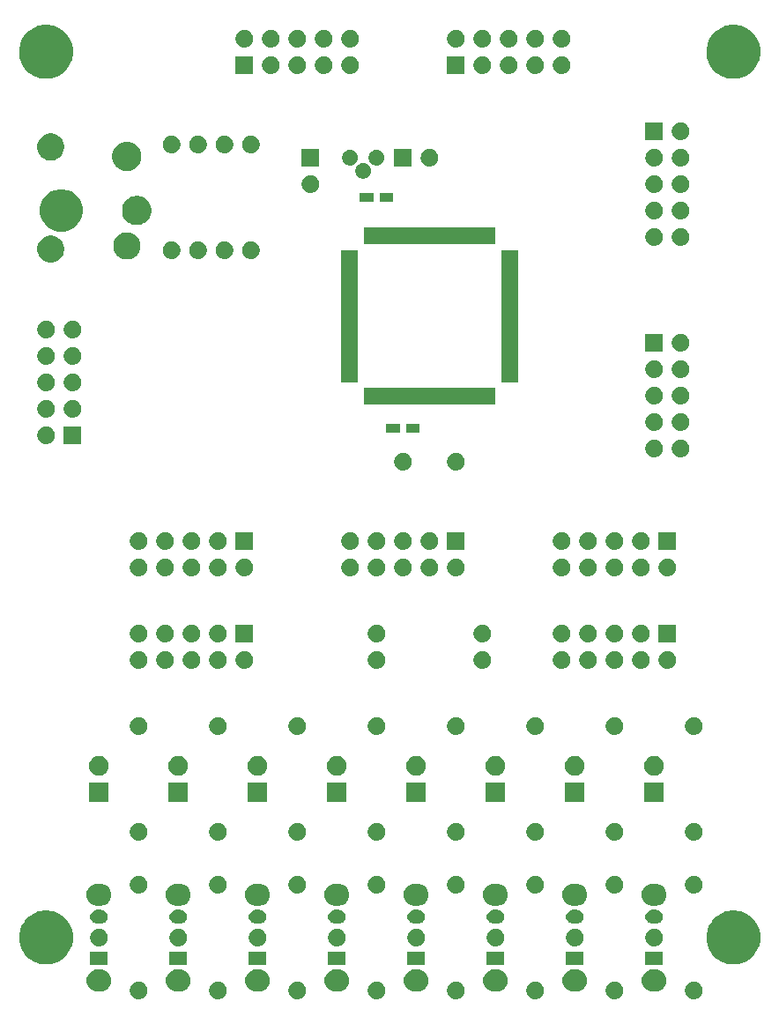
<source format=gbr>
G04 #@! TF.GenerationSoftware,KiCad,Pcbnew,(5.1.2)-2*
G04 #@! TF.CreationDate,2019-07-21T19:43:21-07:00*
G04 #@! TF.ProjectId,300-1004,3330302d-3130-4303-942e-6b696361645f,rev?*
G04 #@! TF.SameCoordinates,Original*
G04 #@! TF.FileFunction,Soldermask,Top*
G04 #@! TF.FilePolarity,Negative*
%FSLAX46Y46*%
G04 Gerber Fmt 4.6, Leading zero omitted, Abs format (unit mm)*
G04 Created by KiCad (PCBNEW (5.1.2)-2) date 2019-07-21 19:43:21*
%MOMM*%
%LPD*%
G04 APERTURE LIST*
%ADD10C,0.100000*%
G04 APERTURE END LIST*
D10*
G36*
X179233563Y-141417709D02*
G01*
X179314552Y-141433819D01*
X179467131Y-141497019D01*
X179604449Y-141588772D01*
X179721228Y-141705551D01*
X179812981Y-141842869D01*
X179876181Y-141995448D01*
X179908400Y-142157425D01*
X179908400Y-142322575D01*
X179876181Y-142484552D01*
X179812981Y-142637131D01*
X179721228Y-142774449D01*
X179604449Y-142891228D01*
X179467131Y-142982981D01*
X179314552Y-143046181D01*
X179233563Y-143062291D01*
X179152576Y-143078400D01*
X178987424Y-143078400D01*
X178906437Y-143062291D01*
X178825448Y-143046181D01*
X178672869Y-142982981D01*
X178535551Y-142891228D01*
X178418772Y-142774449D01*
X178327019Y-142637131D01*
X178263819Y-142484552D01*
X178231600Y-142322575D01*
X178231600Y-142157425D01*
X178263819Y-141995448D01*
X178327019Y-141842869D01*
X178418772Y-141705551D01*
X178535551Y-141588772D01*
X178672869Y-141497019D01*
X178825448Y-141433819D01*
X178906437Y-141417709D01*
X178987424Y-141401600D01*
X179152576Y-141401600D01*
X179233563Y-141417709D01*
X179233563Y-141417709D01*
G37*
G36*
X163993563Y-141417709D02*
G01*
X164074552Y-141433819D01*
X164227131Y-141497019D01*
X164364449Y-141588772D01*
X164481228Y-141705551D01*
X164572981Y-141842869D01*
X164636181Y-141995448D01*
X164668400Y-142157425D01*
X164668400Y-142322575D01*
X164636181Y-142484552D01*
X164572981Y-142637131D01*
X164481228Y-142774449D01*
X164364449Y-142891228D01*
X164227131Y-142982981D01*
X164074552Y-143046181D01*
X163993563Y-143062291D01*
X163912576Y-143078400D01*
X163747424Y-143078400D01*
X163666437Y-143062291D01*
X163585448Y-143046181D01*
X163432869Y-142982981D01*
X163295551Y-142891228D01*
X163178772Y-142774449D01*
X163087019Y-142637131D01*
X163023819Y-142484552D01*
X162991600Y-142322575D01*
X162991600Y-142157425D01*
X163023819Y-141995448D01*
X163087019Y-141842869D01*
X163178772Y-141705551D01*
X163295551Y-141588772D01*
X163432869Y-141497019D01*
X163585448Y-141433819D01*
X163666437Y-141417709D01*
X163747424Y-141401600D01*
X163912576Y-141401600D01*
X163993563Y-141417709D01*
X163993563Y-141417709D01*
G37*
G36*
X156373563Y-141417709D02*
G01*
X156454552Y-141433819D01*
X156607131Y-141497019D01*
X156744449Y-141588772D01*
X156861228Y-141705551D01*
X156952981Y-141842869D01*
X157016181Y-141995448D01*
X157048400Y-142157425D01*
X157048400Y-142322575D01*
X157016181Y-142484552D01*
X156952981Y-142637131D01*
X156861228Y-142774449D01*
X156744449Y-142891228D01*
X156607131Y-142982981D01*
X156454552Y-143046181D01*
X156373563Y-143062291D01*
X156292576Y-143078400D01*
X156127424Y-143078400D01*
X156046437Y-143062291D01*
X155965448Y-143046181D01*
X155812869Y-142982981D01*
X155675551Y-142891228D01*
X155558772Y-142774449D01*
X155467019Y-142637131D01*
X155403819Y-142484552D01*
X155371600Y-142322575D01*
X155371600Y-142157425D01*
X155403819Y-141995448D01*
X155467019Y-141842869D01*
X155558772Y-141705551D01*
X155675551Y-141588772D01*
X155812869Y-141497019D01*
X155965448Y-141433819D01*
X156046437Y-141417709D01*
X156127424Y-141401600D01*
X156292576Y-141401600D01*
X156373563Y-141417709D01*
X156373563Y-141417709D01*
G37*
G36*
X148753563Y-141417709D02*
G01*
X148834552Y-141433819D01*
X148987131Y-141497019D01*
X149124449Y-141588772D01*
X149241228Y-141705551D01*
X149332981Y-141842869D01*
X149396181Y-141995448D01*
X149428400Y-142157425D01*
X149428400Y-142322575D01*
X149396181Y-142484552D01*
X149332981Y-142637131D01*
X149241228Y-142774449D01*
X149124449Y-142891228D01*
X148987131Y-142982981D01*
X148834552Y-143046181D01*
X148753563Y-143062291D01*
X148672576Y-143078400D01*
X148507424Y-143078400D01*
X148426437Y-143062291D01*
X148345448Y-143046181D01*
X148192869Y-142982981D01*
X148055551Y-142891228D01*
X147938772Y-142774449D01*
X147847019Y-142637131D01*
X147783819Y-142484552D01*
X147751600Y-142322575D01*
X147751600Y-142157425D01*
X147783819Y-141995448D01*
X147847019Y-141842869D01*
X147938772Y-141705551D01*
X148055551Y-141588772D01*
X148192869Y-141497019D01*
X148345448Y-141433819D01*
X148426437Y-141417709D01*
X148507424Y-141401600D01*
X148672576Y-141401600D01*
X148753563Y-141417709D01*
X148753563Y-141417709D01*
G37*
G36*
X141133563Y-141417709D02*
G01*
X141214552Y-141433819D01*
X141367131Y-141497019D01*
X141504449Y-141588772D01*
X141621228Y-141705551D01*
X141712981Y-141842869D01*
X141776181Y-141995448D01*
X141808400Y-142157425D01*
X141808400Y-142322575D01*
X141776181Y-142484552D01*
X141712981Y-142637131D01*
X141621228Y-142774449D01*
X141504449Y-142891228D01*
X141367131Y-142982981D01*
X141214552Y-143046181D01*
X141133563Y-143062291D01*
X141052576Y-143078400D01*
X140887424Y-143078400D01*
X140806437Y-143062291D01*
X140725448Y-143046181D01*
X140572869Y-142982981D01*
X140435551Y-142891228D01*
X140318772Y-142774449D01*
X140227019Y-142637131D01*
X140163819Y-142484552D01*
X140131600Y-142322575D01*
X140131600Y-142157425D01*
X140163819Y-141995448D01*
X140227019Y-141842869D01*
X140318772Y-141705551D01*
X140435551Y-141588772D01*
X140572869Y-141497019D01*
X140725448Y-141433819D01*
X140806437Y-141417709D01*
X140887424Y-141401600D01*
X141052576Y-141401600D01*
X141133563Y-141417709D01*
X141133563Y-141417709D01*
G37*
G36*
X133513563Y-141417709D02*
G01*
X133594552Y-141433819D01*
X133747131Y-141497019D01*
X133884449Y-141588772D01*
X134001228Y-141705551D01*
X134092981Y-141842869D01*
X134156181Y-141995448D01*
X134188400Y-142157425D01*
X134188400Y-142322575D01*
X134156181Y-142484552D01*
X134092981Y-142637131D01*
X134001228Y-142774449D01*
X133884449Y-142891228D01*
X133747131Y-142982981D01*
X133594552Y-143046181D01*
X133513563Y-143062291D01*
X133432576Y-143078400D01*
X133267424Y-143078400D01*
X133186437Y-143062291D01*
X133105448Y-143046181D01*
X132952869Y-142982981D01*
X132815551Y-142891228D01*
X132698772Y-142774449D01*
X132607019Y-142637131D01*
X132543819Y-142484552D01*
X132511600Y-142322575D01*
X132511600Y-142157425D01*
X132543819Y-141995448D01*
X132607019Y-141842869D01*
X132698772Y-141705551D01*
X132815551Y-141588772D01*
X132952869Y-141497019D01*
X133105448Y-141433819D01*
X133186437Y-141417709D01*
X133267424Y-141401600D01*
X133432576Y-141401600D01*
X133513563Y-141417709D01*
X133513563Y-141417709D01*
G37*
G36*
X125893563Y-141417709D02*
G01*
X125974552Y-141433819D01*
X126127131Y-141497019D01*
X126264449Y-141588772D01*
X126381228Y-141705551D01*
X126472981Y-141842869D01*
X126536181Y-141995448D01*
X126568400Y-142157425D01*
X126568400Y-142322575D01*
X126536181Y-142484552D01*
X126472981Y-142637131D01*
X126381228Y-142774449D01*
X126264449Y-142891228D01*
X126127131Y-142982981D01*
X125974552Y-143046181D01*
X125893563Y-143062291D01*
X125812576Y-143078400D01*
X125647424Y-143078400D01*
X125566437Y-143062291D01*
X125485448Y-143046181D01*
X125332869Y-142982981D01*
X125195551Y-142891228D01*
X125078772Y-142774449D01*
X124987019Y-142637131D01*
X124923819Y-142484552D01*
X124891600Y-142322575D01*
X124891600Y-142157425D01*
X124923819Y-141995448D01*
X124987019Y-141842869D01*
X125078772Y-141705551D01*
X125195551Y-141588772D01*
X125332869Y-141497019D01*
X125485448Y-141433819D01*
X125566437Y-141417709D01*
X125647424Y-141401600D01*
X125812576Y-141401600D01*
X125893563Y-141417709D01*
X125893563Y-141417709D01*
G37*
G36*
X171613563Y-141417709D02*
G01*
X171694552Y-141433819D01*
X171847131Y-141497019D01*
X171984449Y-141588772D01*
X172101228Y-141705551D01*
X172192981Y-141842869D01*
X172256181Y-141995448D01*
X172288400Y-142157425D01*
X172288400Y-142322575D01*
X172256181Y-142484552D01*
X172192981Y-142637131D01*
X172101228Y-142774449D01*
X171984449Y-142891228D01*
X171847131Y-142982981D01*
X171694552Y-143046181D01*
X171613563Y-143062291D01*
X171532576Y-143078400D01*
X171367424Y-143078400D01*
X171286437Y-143062291D01*
X171205448Y-143046181D01*
X171052869Y-142982981D01*
X170915551Y-142891228D01*
X170798772Y-142774449D01*
X170707019Y-142637131D01*
X170643819Y-142484552D01*
X170611600Y-142322575D01*
X170611600Y-142157425D01*
X170643819Y-141995448D01*
X170707019Y-141842869D01*
X170798772Y-141705551D01*
X170915551Y-141588772D01*
X171052869Y-141497019D01*
X171205448Y-141433819D01*
X171286437Y-141417709D01*
X171367424Y-141401600D01*
X171532576Y-141401600D01*
X171613563Y-141417709D01*
X171613563Y-141417709D01*
G37*
G36*
X175506097Y-140228869D02*
G01*
X175609032Y-140239007D01*
X175807146Y-140299105D01*
X175807149Y-140299106D01*
X175903975Y-140350861D01*
X175989729Y-140396697D01*
X176149765Y-140528035D01*
X176281103Y-140688071D01*
X176326939Y-140773825D01*
X176378694Y-140870651D01*
X176378695Y-140870654D01*
X176438793Y-141068768D01*
X176459085Y-141274800D01*
X176438793Y-141480832D01*
X176406049Y-141588772D01*
X176378694Y-141678949D01*
X176326939Y-141775775D01*
X176281103Y-141861529D01*
X176149765Y-142021565D01*
X175989729Y-142152903D01*
X175903975Y-142198739D01*
X175807149Y-142250494D01*
X175807146Y-142250495D01*
X175609032Y-142310593D01*
X175506097Y-142320731D01*
X175454631Y-142325800D01*
X175065369Y-142325800D01*
X175013903Y-142320731D01*
X174910968Y-142310593D01*
X174712854Y-142250495D01*
X174712851Y-142250494D01*
X174616025Y-142198739D01*
X174530271Y-142152903D01*
X174370235Y-142021565D01*
X174238897Y-141861529D01*
X174193061Y-141775775D01*
X174141306Y-141678949D01*
X174113951Y-141588772D01*
X174081207Y-141480832D01*
X174060915Y-141274800D01*
X174081207Y-141068768D01*
X174141305Y-140870654D01*
X174141306Y-140870651D01*
X174193061Y-140773825D01*
X174238897Y-140688071D01*
X174370235Y-140528035D01*
X174530271Y-140396697D01*
X174616025Y-140350861D01*
X174712851Y-140299106D01*
X174712854Y-140299105D01*
X174910968Y-140239007D01*
X175013903Y-140228869D01*
X175065369Y-140223800D01*
X175454631Y-140223800D01*
X175506097Y-140228869D01*
X175506097Y-140228869D01*
G37*
G36*
X122166097Y-140228869D02*
G01*
X122269032Y-140239007D01*
X122467146Y-140299105D01*
X122467149Y-140299106D01*
X122563975Y-140350861D01*
X122649729Y-140396697D01*
X122809765Y-140528035D01*
X122941103Y-140688071D01*
X122986939Y-140773825D01*
X123038694Y-140870651D01*
X123038695Y-140870654D01*
X123098793Y-141068768D01*
X123119085Y-141274800D01*
X123098793Y-141480832D01*
X123066049Y-141588772D01*
X123038694Y-141678949D01*
X122986939Y-141775775D01*
X122941103Y-141861529D01*
X122809765Y-142021565D01*
X122649729Y-142152903D01*
X122563975Y-142198739D01*
X122467149Y-142250494D01*
X122467146Y-142250495D01*
X122269032Y-142310593D01*
X122166097Y-142320731D01*
X122114631Y-142325800D01*
X121725369Y-142325800D01*
X121673903Y-142320731D01*
X121570968Y-142310593D01*
X121372854Y-142250495D01*
X121372851Y-142250494D01*
X121276025Y-142198739D01*
X121190271Y-142152903D01*
X121030235Y-142021565D01*
X120898897Y-141861529D01*
X120853061Y-141775775D01*
X120801306Y-141678949D01*
X120773951Y-141588772D01*
X120741207Y-141480832D01*
X120720915Y-141274800D01*
X120741207Y-141068768D01*
X120801305Y-140870654D01*
X120801306Y-140870651D01*
X120853061Y-140773825D01*
X120898897Y-140688071D01*
X121030235Y-140528035D01*
X121190271Y-140396697D01*
X121276025Y-140350861D01*
X121372851Y-140299106D01*
X121372854Y-140299105D01*
X121570968Y-140239007D01*
X121673903Y-140228869D01*
X121725369Y-140223800D01*
X122114631Y-140223800D01*
X122166097Y-140228869D01*
X122166097Y-140228869D01*
G37*
G36*
X129786097Y-140228869D02*
G01*
X129889032Y-140239007D01*
X130087146Y-140299105D01*
X130087149Y-140299106D01*
X130183975Y-140350861D01*
X130269729Y-140396697D01*
X130429765Y-140528035D01*
X130561103Y-140688071D01*
X130606939Y-140773825D01*
X130658694Y-140870651D01*
X130658695Y-140870654D01*
X130718793Y-141068768D01*
X130739085Y-141274800D01*
X130718793Y-141480832D01*
X130686049Y-141588772D01*
X130658694Y-141678949D01*
X130606939Y-141775775D01*
X130561103Y-141861529D01*
X130429765Y-142021565D01*
X130269729Y-142152903D01*
X130183975Y-142198739D01*
X130087149Y-142250494D01*
X130087146Y-142250495D01*
X129889032Y-142310593D01*
X129786097Y-142320731D01*
X129734631Y-142325800D01*
X129345369Y-142325800D01*
X129293903Y-142320731D01*
X129190968Y-142310593D01*
X128992854Y-142250495D01*
X128992851Y-142250494D01*
X128896025Y-142198739D01*
X128810271Y-142152903D01*
X128650235Y-142021565D01*
X128518897Y-141861529D01*
X128473061Y-141775775D01*
X128421306Y-141678949D01*
X128393951Y-141588772D01*
X128361207Y-141480832D01*
X128340915Y-141274800D01*
X128361207Y-141068768D01*
X128421305Y-140870654D01*
X128421306Y-140870651D01*
X128473061Y-140773825D01*
X128518897Y-140688071D01*
X128650235Y-140528035D01*
X128810271Y-140396697D01*
X128896025Y-140350861D01*
X128992851Y-140299106D01*
X128992854Y-140299105D01*
X129190968Y-140239007D01*
X129293903Y-140228869D01*
X129345369Y-140223800D01*
X129734631Y-140223800D01*
X129786097Y-140228869D01*
X129786097Y-140228869D01*
G37*
G36*
X167886097Y-140228869D02*
G01*
X167989032Y-140239007D01*
X168187146Y-140299105D01*
X168187149Y-140299106D01*
X168283975Y-140350861D01*
X168369729Y-140396697D01*
X168529765Y-140528035D01*
X168661103Y-140688071D01*
X168706939Y-140773825D01*
X168758694Y-140870651D01*
X168758695Y-140870654D01*
X168818793Y-141068768D01*
X168839085Y-141274800D01*
X168818793Y-141480832D01*
X168786049Y-141588772D01*
X168758694Y-141678949D01*
X168706939Y-141775775D01*
X168661103Y-141861529D01*
X168529765Y-142021565D01*
X168369729Y-142152903D01*
X168283975Y-142198739D01*
X168187149Y-142250494D01*
X168187146Y-142250495D01*
X167989032Y-142310593D01*
X167886097Y-142320731D01*
X167834631Y-142325800D01*
X167445369Y-142325800D01*
X167393903Y-142320731D01*
X167290968Y-142310593D01*
X167092854Y-142250495D01*
X167092851Y-142250494D01*
X166996025Y-142198739D01*
X166910271Y-142152903D01*
X166750235Y-142021565D01*
X166618897Y-141861529D01*
X166573061Y-141775775D01*
X166521306Y-141678949D01*
X166493951Y-141588772D01*
X166461207Y-141480832D01*
X166440915Y-141274800D01*
X166461207Y-141068768D01*
X166521305Y-140870654D01*
X166521306Y-140870651D01*
X166573061Y-140773825D01*
X166618897Y-140688071D01*
X166750235Y-140528035D01*
X166910271Y-140396697D01*
X166996025Y-140350861D01*
X167092851Y-140299106D01*
X167092854Y-140299105D01*
X167290968Y-140239007D01*
X167393903Y-140228869D01*
X167445369Y-140223800D01*
X167834631Y-140223800D01*
X167886097Y-140228869D01*
X167886097Y-140228869D01*
G37*
G36*
X145026097Y-140228869D02*
G01*
X145129032Y-140239007D01*
X145327146Y-140299105D01*
X145327149Y-140299106D01*
X145423975Y-140350861D01*
X145509729Y-140396697D01*
X145669765Y-140528035D01*
X145801103Y-140688071D01*
X145846939Y-140773825D01*
X145898694Y-140870651D01*
X145898695Y-140870654D01*
X145958793Y-141068768D01*
X145979085Y-141274800D01*
X145958793Y-141480832D01*
X145926049Y-141588772D01*
X145898694Y-141678949D01*
X145846939Y-141775775D01*
X145801103Y-141861529D01*
X145669765Y-142021565D01*
X145509729Y-142152903D01*
X145423975Y-142198739D01*
X145327149Y-142250494D01*
X145327146Y-142250495D01*
X145129032Y-142310593D01*
X145026097Y-142320731D01*
X144974631Y-142325800D01*
X144585369Y-142325800D01*
X144533903Y-142320731D01*
X144430968Y-142310593D01*
X144232854Y-142250495D01*
X144232851Y-142250494D01*
X144136025Y-142198739D01*
X144050271Y-142152903D01*
X143890235Y-142021565D01*
X143758897Y-141861529D01*
X143713061Y-141775775D01*
X143661306Y-141678949D01*
X143633951Y-141588772D01*
X143601207Y-141480832D01*
X143580915Y-141274800D01*
X143601207Y-141068768D01*
X143661305Y-140870654D01*
X143661306Y-140870651D01*
X143713061Y-140773825D01*
X143758897Y-140688071D01*
X143890235Y-140528035D01*
X144050271Y-140396697D01*
X144136025Y-140350861D01*
X144232851Y-140299106D01*
X144232854Y-140299105D01*
X144430968Y-140239007D01*
X144533903Y-140228869D01*
X144585369Y-140223800D01*
X144974631Y-140223800D01*
X145026097Y-140228869D01*
X145026097Y-140228869D01*
G37*
G36*
X160266097Y-140228869D02*
G01*
X160369032Y-140239007D01*
X160567146Y-140299105D01*
X160567149Y-140299106D01*
X160663975Y-140350861D01*
X160749729Y-140396697D01*
X160909765Y-140528035D01*
X161041103Y-140688071D01*
X161086939Y-140773825D01*
X161138694Y-140870651D01*
X161138695Y-140870654D01*
X161198793Y-141068768D01*
X161219085Y-141274800D01*
X161198793Y-141480832D01*
X161166049Y-141588772D01*
X161138694Y-141678949D01*
X161086939Y-141775775D01*
X161041103Y-141861529D01*
X160909765Y-142021565D01*
X160749729Y-142152903D01*
X160663975Y-142198739D01*
X160567149Y-142250494D01*
X160567146Y-142250495D01*
X160369032Y-142310593D01*
X160266097Y-142320731D01*
X160214631Y-142325800D01*
X159825369Y-142325800D01*
X159773903Y-142320731D01*
X159670968Y-142310593D01*
X159472854Y-142250495D01*
X159472851Y-142250494D01*
X159376025Y-142198739D01*
X159290271Y-142152903D01*
X159130235Y-142021565D01*
X158998897Y-141861529D01*
X158953061Y-141775775D01*
X158901306Y-141678949D01*
X158873951Y-141588772D01*
X158841207Y-141480832D01*
X158820915Y-141274800D01*
X158841207Y-141068768D01*
X158901305Y-140870654D01*
X158901306Y-140870651D01*
X158953061Y-140773825D01*
X158998897Y-140688071D01*
X159130235Y-140528035D01*
X159290271Y-140396697D01*
X159376025Y-140350861D01*
X159472851Y-140299106D01*
X159472854Y-140299105D01*
X159670968Y-140239007D01*
X159773903Y-140228869D01*
X159825369Y-140223800D01*
X160214631Y-140223800D01*
X160266097Y-140228869D01*
X160266097Y-140228869D01*
G37*
G36*
X152646097Y-140228869D02*
G01*
X152749032Y-140239007D01*
X152947146Y-140299105D01*
X152947149Y-140299106D01*
X153043975Y-140350861D01*
X153129729Y-140396697D01*
X153289765Y-140528035D01*
X153421103Y-140688071D01*
X153466939Y-140773825D01*
X153518694Y-140870651D01*
X153518695Y-140870654D01*
X153578793Y-141068768D01*
X153599085Y-141274800D01*
X153578793Y-141480832D01*
X153546049Y-141588772D01*
X153518694Y-141678949D01*
X153466939Y-141775775D01*
X153421103Y-141861529D01*
X153289765Y-142021565D01*
X153129729Y-142152903D01*
X153043975Y-142198739D01*
X152947149Y-142250494D01*
X152947146Y-142250495D01*
X152749032Y-142310593D01*
X152646097Y-142320731D01*
X152594631Y-142325800D01*
X152205369Y-142325800D01*
X152153903Y-142320731D01*
X152050968Y-142310593D01*
X151852854Y-142250495D01*
X151852851Y-142250494D01*
X151756025Y-142198739D01*
X151670271Y-142152903D01*
X151510235Y-142021565D01*
X151378897Y-141861529D01*
X151333061Y-141775775D01*
X151281306Y-141678949D01*
X151253951Y-141588772D01*
X151221207Y-141480832D01*
X151200915Y-141274800D01*
X151221207Y-141068768D01*
X151281305Y-140870654D01*
X151281306Y-140870651D01*
X151333061Y-140773825D01*
X151378897Y-140688071D01*
X151510235Y-140528035D01*
X151670271Y-140396697D01*
X151756025Y-140350861D01*
X151852851Y-140299106D01*
X151852854Y-140299105D01*
X152050968Y-140239007D01*
X152153903Y-140228869D01*
X152205369Y-140223800D01*
X152594631Y-140223800D01*
X152646097Y-140228869D01*
X152646097Y-140228869D01*
G37*
G36*
X137406097Y-140228869D02*
G01*
X137509032Y-140239007D01*
X137707146Y-140299105D01*
X137707149Y-140299106D01*
X137803975Y-140350861D01*
X137889729Y-140396697D01*
X138049765Y-140528035D01*
X138181103Y-140688071D01*
X138226939Y-140773825D01*
X138278694Y-140870651D01*
X138278695Y-140870654D01*
X138338793Y-141068768D01*
X138359085Y-141274800D01*
X138338793Y-141480832D01*
X138306049Y-141588772D01*
X138278694Y-141678949D01*
X138226939Y-141775775D01*
X138181103Y-141861529D01*
X138049765Y-142021565D01*
X137889729Y-142152903D01*
X137803975Y-142198739D01*
X137707149Y-142250494D01*
X137707146Y-142250495D01*
X137509032Y-142310593D01*
X137406097Y-142320731D01*
X137354631Y-142325800D01*
X136965369Y-142325800D01*
X136913903Y-142320731D01*
X136810968Y-142310593D01*
X136612854Y-142250495D01*
X136612851Y-142250494D01*
X136516025Y-142198739D01*
X136430271Y-142152903D01*
X136270235Y-142021565D01*
X136138897Y-141861529D01*
X136093061Y-141775775D01*
X136041306Y-141678949D01*
X136013951Y-141588772D01*
X135981207Y-141480832D01*
X135960915Y-141274800D01*
X135981207Y-141068768D01*
X136041305Y-140870654D01*
X136041306Y-140870651D01*
X136093061Y-140773825D01*
X136138897Y-140688071D01*
X136270235Y-140528035D01*
X136430271Y-140396697D01*
X136516025Y-140350861D01*
X136612851Y-140299106D01*
X136612854Y-140299105D01*
X136810968Y-140239007D01*
X136913903Y-140228869D01*
X136965369Y-140223800D01*
X137354631Y-140223800D01*
X137406097Y-140228869D01*
X137406097Y-140228869D01*
G37*
G36*
X137998400Y-139817600D02*
G01*
X136321600Y-139817600D01*
X136321600Y-138515600D01*
X137998400Y-138515600D01*
X137998400Y-139817600D01*
X137998400Y-139817600D01*
G37*
G36*
X122758400Y-139817600D02*
G01*
X121081600Y-139817600D01*
X121081600Y-138515600D01*
X122758400Y-138515600D01*
X122758400Y-139817600D01*
X122758400Y-139817600D01*
G37*
G36*
X130378400Y-139817600D02*
G01*
X128701600Y-139817600D01*
X128701600Y-138515600D01*
X130378400Y-138515600D01*
X130378400Y-139817600D01*
X130378400Y-139817600D01*
G37*
G36*
X145618400Y-139817600D02*
G01*
X143941600Y-139817600D01*
X143941600Y-138515600D01*
X145618400Y-138515600D01*
X145618400Y-139817600D01*
X145618400Y-139817600D01*
G37*
G36*
X168478400Y-139817600D02*
G01*
X166801600Y-139817600D01*
X166801600Y-138515600D01*
X168478400Y-138515600D01*
X168478400Y-139817600D01*
X168478400Y-139817600D01*
G37*
G36*
X153238400Y-139817600D02*
G01*
X151561600Y-139817600D01*
X151561600Y-138515600D01*
X153238400Y-138515600D01*
X153238400Y-139817600D01*
X153238400Y-139817600D01*
G37*
G36*
X160858400Y-139817600D02*
G01*
X159181600Y-139817600D01*
X159181600Y-138515600D01*
X160858400Y-138515600D01*
X160858400Y-139817600D01*
X160858400Y-139817600D01*
G37*
G36*
X176098400Y-139817600D02*
G01*
X174421600Y-139817600D01*
X174421600Y-138515600D01*
X176098400Y-138515600D01*
X176098400Y-139817600D01*
X176098400Y-139817600D01*
G37*
G36*
X183338770Y-134609494D02*
G01*
X183635767Y-134668570D01*
X184107299Y-134863885D01*
X184349594Y-135025782D01*
X184531666Y-135147438D01*
X184892562Y-135508334D01*
X184964470Y-135615953D01*
X185176115Y-135932701D01*
X185371430Y-136404233D01*
X185471000Y-136904809D01*
X185471000Y-137415191D01*
X185371430Y-137915767D01*
X185176115Y-138387299D01*
X185013927Y-138630029D01*
X184892562Y-138811666D01*
X184531666Y-139172562D01*
X184350029Y-139293927D01*
X184107299Y-139456115D01*
X183635767Y-139651430D01*
X183468908Y-139684620D01*
X183135193Y-139751000D01*
X182624807Y-139751000D01*
X182291092Y-139684620D01*
X182124233Y-139651430D01*
X181652701Y-139456115D01*
X181409971Y-139293927D01*
X181228334Y-139172562D01*
X180867438Y-138811666D01*
X180746073Y-138630029D01*
X180583885Y-138387299D01*
X180388570Y-137915767D01*
X180289000Y-137415191D01*
X180289000Y-136904809D01*
X180388570Y-136404233D01*
X180583885Y-135932701D01*
X180795530Y-135615953D01*
X180867438Y-135508334D01*
X181228334Y-135147438D01*
X181410406Y-135025782D01*
X181652701Y-134863885D01*
X182124233Y-134668570D01*
X182421230Y-134609494D01*
X182624807Y-134569000D01*
X183135193Y-134569000D01*
X183338770Y-134609494D01*
X183338770Y-134609494D01*
G37*
G36*
X117298770Y-134609494D02*
G01*
X117595767Y-134668570D01*
X118067299Y-134863885D01*
X118309594Y-135025782D01*
X118491666Y-135147438D01*
X118852562Y-135508334D01*
X118924470Y-135615953D01*
X119136115Y-135932701D01*
X119331430Y-136404233D01*
X119431000Y-136904809D01*
X119431000Y-137415191D01*
X119331430Y-137915767D01*
X119136115Y-138387299D01*
X118973927Y-138630029D01*
X118852562Y-138811666D01*
X118491666Y-139172562D01*
X118310029Y-139293927D01*
X118067299Y-139456115D01*
X117595767Y-139651430D01*
X117428908Y-139684620D01*
X117095193Y-139751000D01*
X116584807Y-139751000D01*
X116251092Y-139684620D01*
X116084233Y-139651430D01*
X115612701Y-139456115D01*
X115369971Y-139293927D01*
X115188334Y-139172562D01*
X114827438Y-138811666D01*
X114706073Y-138630029D01*
X114543885Y-138387299D01*
X114348570Y-137915767D01*
X114249000Y-137415191D01*
X114249000Y-136904809D01*
X114348570Y-136404233D01*
X114543885Y-135932701D01*
X114755530Y-135615953D01*
X114827438Y-135508334D01*
X115188334Y-135147438D01*
X115370406Y-135025782D01*
X115612701Y-134863885D01*
X116084233Y-134668570D01*
X116381230Y-134609494D01*
X116584807Y-134569000D01*
X117095193Y-134569000D01*
X117298770Y-134609494D01*
X117298770Y-134609494D01*
G37*
G36*
X152563563Y-136337709D02*
G01*
X152644552Y-136353819D01*
X152797131Y-136417019D01*
X152934449Y-136508772D01*
X153051228Y-136625551D01*
X153142981Y-136762869D01*
X153206181Y-136915448D01*
X153238400Y-137077425D01*
X153238400Y-137242575D01*
X153206181Y-137404552D01*
X153142981Y-137557131D01*
X153051228Y-137694449D01*
X152934449Y-137811228D01*
X152797131Y-137902981D01*
X152644552Y-137966181D01*
X152563563Y-137982291D01*
X152482576Y-137998400D01*
X152317424Y-137998400D01*
X152236437Y-137982291D01*
X152155448Y-137966181D01*
X152002869Y-137902981D01*
X151865551Y-137811228D01*
X151748772Y-137694449D01*
X151657019Y-137557131D01*
X151593819Y-137404552D01*
X151561600Y-137242575D01*
X151561600Y-137077425D01*
X151593819Y-136915448D01*
X151657019Y-136762869D01*
X151748772Y-136625551D01*
X151865551Y-136508772D01*
X152002869Y-136417019D01*
X152155448Y-136353819D01*
X152236437Y-136337709D01*
X152317424Y-136321600D01*
X152482576Y-136321600D01*
X152563563Y-136337709D01*
X152563563Y-136337709D01*
G37*
G36*
X122083563Y-136337709D02*
G01*
X122164552Y-136353819D01*
X122317131Y-136417019D01*
X122454449Y-136508772D01*
X122571228Y-136625551D01*
X122662981Y-136762869D01*
X122726181Y-136915448D01*
X122758400Y-137077425D01*
X122758400Y-137242575D01*
X122726181Y-137404552D01*
X122662981Y-137557131D01*
X122571228Y-137694449D01*
X122454449Y-137811228D01*
X122317131Y-137902981D01*
X122164552Y-137966181D01*
X122083563Y-137982291D01*
X122002576Y-137998400D01*
X121837424Y-137998400D01*
X121756437Y-137982291D01*
X121675448Y-137966181D01*
X121522869Y-137902981D01*
X121385551Y-137811228D01*
X121268772Y-137694449D01*
X121177019Y-137557131D01*
X121113819Y-137404552D01*
X121081600Y-137242575D01*
X121081600Y-137077425D01*
X121113819Y-136915448D01*
X121177019Y-136762869D01*
X121268772Y-136625551D01*
X121385551Y-136508772D01*
X121522869Y-136417019D01*
X121675448Y-136353819D01*
X121756437Y-136337709D01*
X121837424Y-136321600D01*
X122002576Y-136321600D01*
X122083563Y-136337709D01*
X122083563Y-136337709D01*
G37*
G36*
X175423563Y-136337709D02*
G01*
X175504552Y-136353819D01*
X175657131Y-136417019D01*
X175794449Y-136508772D01*
X175911228Y-136625551D01*
X176002981Y-136762869D01*
X176066181Y-136915448D01*
X176098400Y-137077425D01*
X176098400Y-137242575D01*
X176066181Y-137404552D01*
X176002981Y-137557131D01*
X175911228Y-137694449D01*
X175794449Y-137811228D01*
X175657131Y-137902981D01*
X175504552Y-137966181D01*
X175423563Y-137982291D01*
X175342576Y-137998400D01*
X175177424Y-137998400D01*
X175096437Y-137982291D01*
X175015448Y-137966181D01*
X174862869Y-137902981D01*
X174725551Y-137811228D01*
X174608772Y-137694449D01*
X174517019Y-137557131D01*
X174453819Y-137404552D01*
X174421600Y-137242575D01*
X174421600Y-137077425D01*
X174453819Y-136915448D01*
X174517019Y-136762869D01*
X174608772Y-136625551D01*
X174725551Y-136508772D01*
X174862869Y-136417019D01*
X175015448Y-136353819D01*
X175096437Y-136337709D01*
X175177424Y-136321600D01*
X175342576Y-136321600D01*
X175423563Y-136337709D01*
X175423563Y-136337709D01*
G37*
G36*
X129703563Y-136337709D02*
G01*
X129784552Y-136353819D01*
X129937131Y-136417019D01*
X130074449Y-136508772D01*
X130191228Y-136625551D01*
X130282981Y-136762869D01*
X130346181Y-136915448D01*
X130378400Y-137077425D01*
X130378400Y-137242575D01*
X130346181Y-137404552D01*
X130282981Y-137557131D01*
X130191228Y-137694449D01*
X130074449Y-137811228D01*
X129937131Y-137902981D01*
X129784552Y-137966181D01*
X129703563Y-137982291D01*
X129622576Y-137998400D01*
X129457424Y-137998400D01*
X129376437Y-137982291D01*
X129295448Y-137966181D01*
X129142869Y-137902981D01*
X129005551Y-137811228D01*
X128888772Y-137694449D01*
X128797019Y-137557131D01*
X128733819Y-137404552D01*
X128701600Y-137242575D01*
X128701600Y-137077425D01*
X128733819Y-136915448D01*
X128797019Y-136762869D01*
X128888772Y-136625551D01*
X129005551Y-136508772D01*
X129142869Y-136417019D01*
X129295448Y-136353819D01*
X129376437Y-136337709D01*
X129457424Y-136321600D01*
X129622576Y-136321600D01*
X129703563Y-136337709D01*
X129703563Y-136337709D01*
G37*
G36*
X167803563Y-136337709D02*
G01*
X167884552Y-136353819D01*
X168037131Y-136417019D01*
X168174449Y-136508772D01*
X168291228Y-136625551D01*
X168382981Y-136762869D01*
X168446181Y-136915448D01*
X168478400Y-137077425D01*
X168478400Y-137242575D01*
X168446181Y-137404552D01*
X168382981Y-137557131D01*
X168291228Y-137694449D01*
X168174449Y-137811228D01*
X168037131Y-137902981D01*
X167884552Y-137966181D01*
X167803563Y-137982291D01*
X167722576Y-137998400D01*
X167557424Y-137998400D01*
X167476437Y-137982291D01*
X167395448Y-137966181D01*
X167242869Y-137902981D01*
X167105551Y-137811228D01*
X166988772Y-137694449D01*
X166897019Y-137557131D01*
X166833819Y-137404552D01*
X166801600Y-137242575D01*
X166801600Y-137077425D01*
X166833819Y-136915448D01*
X166897019Y-136762869D01*
X166988772Y-136625551D01*
X167105551Y-136508772D01*
X167242869Y-136417019D01*
X167395448Y-136353819D01*
X167476437Y-136337709D01*
X167557424Y-136321600D01*
X167722576Y-136321600D01*
X167803563Y-136337709D01*
X167803563Y-136337709D01*
G37*
G36*
X144943563Y-136337709D02*
G01*
X145024552Y-136353819D01*
X145177131Y-136417019D01*
X145314449Y-136508772D01*
X145431228Y-136625551D01*
X145522981Y-136762869D01*
X145586181Y-136915448D01*
X145618400Y-137077425D01*
X145618400Y-137242575D01*
X145586181Y-137404552D01*
X145522981Y-137557131D01*
X145431228Y-137694449D01*
X145314449Y-137811228D01*
X145177131Y-137902981D01*
X145024552Y-137966181D01*
X144943563Y-137982291D01*
X144862576Y-137998400D01*
X144697424Y-137998400D01*
X144616437Y-137982291D01*
X144535448Y-137966181D01*
X144382869Y-137902981D01*
X144245551Y-137811228D01*
X144128772Y-137694449D01*
X144037019Y-137557131D01*
X143973819Y-137404552D01*
X143941600Y-137242575D01*
X143941600Y-137077425D01*
X143973819Y-136915448D01*
X144037019Y-136762869D01*
X144128772Y-136625551D01*
X144245551Y-136508772D01*
X144382869Y-136417019D01*
X144535448Y-136353819D01*
X144616437Y-136337709D01*
X144697424Y-136321600D01*
X144862576Y-136321600D01*
X144943563Y-136337709D01*
X144943563Y-136337709D01*
G37*
G36*
X160183563Y-136337709D02*
G01*
X160264552Y-136353819D01*
X160417131Y-136417019D01*
X160554449Y-136508772D01*
X160671228Y-136625551D01*
X160762981Y-136762869D01*
X160826181Y-136915448D01*
X160858400Y-137077425D01*
X160858400Y-137242575D01*
X160826181Y-137404552D01*
X160762981Y-137557131D01*
X160671228Y-137694449D01*
X160554449Y-137811228D01*
X160417131Y-137902981D01*
X160264552Y-137966181D01*
X160183563Y-137982291D01*
X160102576Y-137998400D01*
X159937424Y-137998400D01*
X159856437Y-137982291D01*
X159775448Y-137966181D01*
X159622869Y-137902981D01*
X159485551Y-137811228D01*
X159368772Y-137694449D01*
X159277019Y-137557131D01*
X159213819Y-137404552D01*
X159181600Y-137242575D01*
X159181600Y-137077425D01*
X159213819Y-136915448D01*
X159277019Y-136762869D01*
X159368772Y-136625551D01*
X159485551Y-136508772D01*
X159622869Y-136417019D01*
X159775448Y-136353819D01*
X159856437Y-136337709D01*
X159937424Y-136321600D01*
X160102576Y-136321600D01*
X160183563Y-136337709D01*
X160183563Y-136337709D01*
G37*
G36*
X137323563Y-136337709D02*
G01*
X137404552Y-136353819D01*
X137557131Y-136417019D01*
X137694449Y-136508772D01*
X137811228Y-136625551D01*
X137902981Y-136762869D01*
X137966181Y-136915448D01*
X137998400Y-137077425D01*
X137998400Y-137242575D01*
X137966181Y-137404552D01*
X137902981Y-137557131D01*
X137811228Y-137694449D01*
X137694449Y-137811228D01*
X137557131Y-137902981D01*
X137404552Y-137966181D01*
X137323563Y-137982291D01*
X137242576Y-137998400D01*
X137077424Y-137998400D01*
X136996437Y-137982291D01*
X136915448Y-137966181D01*
X136762869Y-137902981D01*
X136625551Y-137811228D01*
X136508772Y-137694449D01*
X136417019Y-137557131D01*
X136353819Y-137404552D01*
X136321600Y-137242575D01*
X136321600Y-137077425D01*
X136353819Y-136915448D01*
X136417019Y-136762869D01*
X136508772Y-136625551D01*
X136625551Y-136508772D01*
X136762869Y-136417019D01*
X136915448Y-136353819D01*
X136996437Y-136337709D01*
X137077424Y-136321600D01*
X137242576Y-136321600D01*
X137323563Y-136337709D01*
X137323563Y-136337709D01*
G37*
G36*
X160271255Y-134505540D02*
G01*
X160335018Y-134511820D01*
X160425804Y-134539360D01*
X160457736Y-134549046D01*
X160570825Y-134609494D01*
X160669954Y-134690846D01*
X160751306Y-134789975D01*
X160811754Y-134903064D01*
X160811755Y-134903068D01*
X160848980Y-135025782D01*
X160861549Y-135153400D01*
X160848980Y-135281018D01*
X160821440Y-135371804D01*
X160811754Y-135403736D01*
X160751306Y-135516825D01*
X160669954Y-135615954D01*
X160570825Y-135697306D01*
X160457736Y-135757754D01*
X160425804Y-135767440D01*
X160335018Y-135794980D01*
X160271255Y-135801260D01*
X160239374Y-135804400D01*
X159800626Y-135804400D01*
X159768745Y-135801260D01*
X159704982Y-135794980D01*
X159614196Y-135767440D01*
X159582264Y-135757754D01*
X159469175Y-135697306D01*
X159370046Y-135615954D01*
X159288694Y-135516825D01*
X159228246Y-135403736D01*
X159218560Y-135371804D01*
X159191020Y-135281018D01*
X159178451Y-135153400D01*
X159191020Y-135025782D01*
X159228245Y-134903068D01*
X159228246Y-134903064D01*
X159288694Y-134789975D01*
X159370046Y-134690846D01*
X159469175Y-134609494D01*
X159582264Y-134549046D01*
X159614196Y-134539360D01*
X159704982Y-134511820D01*
X159768745Y-134505540D01*
X159800626Y-134502400D01*
X160239374Y-134502400D01*
X160271255Y-134505540D01*
X160271255Y-134505540D01*
G37*
G36*
X145031255Y-134505540D02*
G01*
X145095018Y-134511820D01*
X145185804Y-134539360D01*
X145217736Y-134549046D01*
X145330825Y-134609494D01*
X145429954Y-134690846D01*
X145511306Y-134789975D01*
X145571754Y-134903064D01*
X145571755Y-134903068D01*
X145608980Y-135025782D01*
X145621549Y-135153400D01*
X145608980Y-135281018D01*
X145581440Y-135371804D01*
X145571754Y-135403736D01*
X145511306Y-135516825D01*
X145429954Y-135615954D01*
X145330825Y-135697306D01*
X145217736Y-135757754D01*
X145185804Y-135767440D01*
X145095018Y-135794980D01*
X145031255Y-135801260D01*
X144999374Y-135804400D01*
X144560626Y-135804400D01*
X144528745Y-135801260D01*
X144464982Y-135794980D01*
X144374196Y-135767440D01*
X144342264Y-135757754D01*
X144229175Y-135697306D01*
X144130046Y-135615954D01*
X144048694Y-135516825D01*
X143988246Y-135403736D01*
X143978560Y-135371804D01*
X143951020Y-135281018D01*
X143938451Y-135153400D01*
X143951020Y-135025782D01*
X143988245Y-134903068D01*
X143988246Y-134903064D01*
X144048694Y-134789975D01*
X144130046Y-134690846D01*
X144229175Y-134609494D01*
X144342264Y-134549046D01*
X144374196Y-134539360D01*
X144464982Y-134511820D01*
X144528745Y-134505540D01*
X144560626Y-134502400D01*
X144999374Y-134502400D01*
X145031255Y-134505540D01*
X145031255Y-134505540D01*
G37*
G36*
X137411255Y-134505540D02*
G01*
X137475018Y-134511820D01*
X137565804Y-134539360D01*
X137597736Y-134549046D01*
X137710825Y-134609494D01*
X137809954Y-134690846D01*
X137891306Y-134789975D01*
X137951754Y-134903064D01*
X137951755Y-134903068D01*
X137988980Y-135025782D01*
X138001549Y-135153400D01*
X137988980Y-135281018D01*
X137961440Y-135371804D01*
X137951754Y-135403736D01*
X137891306Y-135516825D01*
X137809954Y-135615954D01*
X137710825Y-135697306D01*
X137597736Y-135757754D01*
X137565804Y-135767440D01*
X137475018Y-135794980D01*
X137411255Y-135801260D01*
X137379374Y-135804400D01*
X136940626Y-135804400D01*
X136908745Y-135801260D01*
X136844982Y-135794980D01*
X136754196Y-135767440D01*
X136722264Y-135757754D01*
X136609175Y-135697306D01*
X136510046Y-135615954D01*
X136428694Y-135516825D01*
X136368246Y-135403736D01*
X136358560Y-135371804D01*
X136331020Y-135281018D01*
X136318451Y-135153400D01*
X136331020Y-135025782D01*
X136368245Y-134903068D01*
X136368246Y-134903064D01*
X136428694Y-134789975D01*
X136510046Y-134690846D01*
X136609175Y-134609494D01*
X136722264Y-134549046D01*
X136754196Y-134539360D01*
X136844982Y-134511820D01*
X136908745Y-134505540D01*
X136940626Y-134502400D01*
X137379374Y-134502400D01*
X137411255Y-134505540D01*
X137411255Y-134505540D01*
G37*
G36*
X122171255Y-134505540D02*
G01*
X122235018Y-134511820D01*
X122325804Y-134539360D01*
X122357736Y-134549046D01*
X122470825Y-134609494D01*
X122569954Y-134690846D01*
X122651306Y-134789975D01*
X122711754Y-134903064D01*
X122711755Y-134903068D01*
X122748980Y-135025782D01*
X122761549Y-135153400D01*
X122748980Y-135281018D01*
X122721440Y-135371804D01*
X122711754Y-135403736D01*
X122651306Y-135516825D01*
X122569954Y-135615954D01*
X122470825Y-135697306D01*
X122357736Y-135757754D01*
X122325804Y-135767440D01*
X122235018Y-135794980D01*
X122171255Y-135801260D01*
X122139374Y-135804400D01*
X121700626Y-135804400D01*
X121668745Y-135801260D01*
X121604982Y-135794980D01*
X121514196Y-135767440D01*
X121482264Y-135757754D01*
X121369175Y-135697306D01*
X121270046Y-135615954D01*
X121188694Y-135516825D01*
X121128246Y-135403736D01*
X121118560Y-135371804D01*
X121091020Y-135281018D01*
X121078451Y-135153400D01*
X121091020Y-135025782D01*
X121128245Y-134903068D01*
X121128246Y-134903064D01*
X121188694Y-134789975D01*
X121270046Y-134690846D01*
X121369175Y-134609494D01*
X121482264Y-134549046D01*
X121514196Y-134539360D01*
X121604982Y-134511820D01*
X121668745Y-134505540D01*
X121700626Y-134502400D01*
X122139374Y-134502400D01*
X122171255Y-134505540D01*
X122171255Y-134505540D01*
G37*
G36*
X175511255Y-134505540D02*
G01*
X175575018Y-134511820D01*
X175665804Y-134539360D01*
X175697736Y-134549046D01*
X175810825Y-134609494D01*
X175909954Y-134690846D01*
X175991306Y-134789975D01*
X176051754Y-134903064D01*
X176051755Y-134903068D01*
X176088980Y-135025782D01*
X176101549Y-135153400D01*
X176088980Y-135281018D01*
X176061440Y-135371804D01*
X176051754Y-135403736D01*
X175991306Y-135516825D01*
X175909954Y-135615954D01*
X175810825Y-135697306D01*
X175697736Y-135757754D01*
X175665804Y-135767440D01*
X175575018Y-135794980D01*
X175511255Y-135801260D01*
X175479374Y-135804400D01*
X175040626Y-135804400D01*
X175008745Y-135801260D01*
X174944982Y-135794980D01*
X174854196Y-135767440D01*
X174822264Y-135757754D01*
X174709175Y-135697306D01*
X174610046Y-135615954D01*
X174528694Y-135516825D01*
X174468246Y-135403736D01*
X174458560Y-135371804D01*
X174431020Y-135281018D01*
X174418451Y-135153400D01*
X174431020Y-135025782D01*
X174468245Y-134903068D01*
X174468246Y-134903064D01*
X174528694Y-134789975D01*
X174610046Y-134690846D01*
X174709175Y-134609494D01*
X174822264Y-134549046D01*
X174854196Y-134539360D01*
X174944982Y-134511820D01*
X175008745Y-134505540D01*
X175040626Y-134502400D01*
X175479374Y-134502400D01*
X175511255Y-134505540D01*
X175511255Y-134505540D01*
G37*
G36*
X167891255Y-134505540D02*
G01*
X167955018Y-134511820D01*
X168045804Y-134539360D01*
X168077736Y-134549046D01*
X168190825Y-134609494D01*
X168289954Y-134690846D01*
X168371306Y-134789975D01*
X168431754Y-134903064D01*
X168431755Y-134903068D01*
X168468980Y-135025782D01*
X168481549Y-135153400D01*
X168468980Y-135281018D01*
X168441440Y-135371804D01*
X168431754Y-135403736D01*
X168371306Y-135516825D01*
X168289954Y-135615954D01*
X168190825Y-135697306D01*
X168077736Y-135757754D01*
X168045804Y-135767440D01*
X167955018Y-135794980D01*
X167891255Y-135801260D01*
X167859374Y-135804400D01*
X167420626Y-135804400D01*
X167388745Y-135801260D01*
X167324982Y-135794980D01*
X167234196Y-135767440D01*
X167202264Y-135757754D01*
X167089175Y-135697306D01*
X166990046Y-135615954D01*
X166908694Y-135516825D01*
X166848246Y-135403736D01*
X166838560Y-135371804D01*
X166811020Y-135281018D01*
X166798451Y-135153400D01*
X166811020Y-135025782D01*
X166848245Y-134903068D01*
X166848246Y-134903064D01*
X166908694Y-134789975D01*
X166990046Y-134690846D01*
X167089175Y-134609494D01*
X167202264Y-134549046D01*
X167234196Y-134539360D01*
X167324982Y-134511820D01*
X167388745Y-134505540D01*
X167420626Y-134502400D01*
X167859374Y-134502400D01*
X167891255Y-134505540D01*
X167891255Y-134505540D01*
G37*
G36*
X129791255Y-134505540D02*
G01*
X129855018Y-134511820D01*
X129945804Y-134539360D01*
X129977736Y-134549046D01*
X130090825Y-134609494D01*
X130189954Y-134690846D01*
X130271306Y-134789975D01*
X130331754Y-134903064D01*
X130331755Y-134903068D01*
X130368980Y-135025782D01*
X130381549Y-135153400D01*
X130368980Y-135281018D01*
X130341440Y-135371804D01*
X130331754Y-135403736D01*
X130271306Y-135516825D01*
X130189954Y-135615954D01*
X130090825Y-135697306D01*
X129977736Y-135757754D01*
X129945804Y-135767440D01*
X129855018Y-135794980D01*
X129791255Y-135801260D01*
X129759374Y-135804400D01*
X129320626Y-135804400D01*
X129288745Y-135801260D01*
X129224982Y-135794980D01*
X129134196Y-135767440D01*
X129102264Y-135757754D01*
X128989175Y-135697306D01*
X128890046Y-135615954D01*
X128808694Y-135516825D01*
X128748246Y-135403736D01*
X128738560Y-135371804D01*
X128711020Y-135281018D01*
X128698451Y-135153400D01*
X128711020Y-135025782D01*
X128748245Y-134903068D01*
X128748246Y-134903064D01*
X128808694Y-134789975D01*
X128890046Y-134690846D01*
X128989175Y-134609494D01*
X129102264Y-134549046D01*
X129134196Y-134539360D01*
X129224982Y-134511820D01*
X129288745Y-134505540D01*
X129320626Y-134502400D01*
X129759374Y-134502400D01*
X129791255Y-134505540D01*
X129791255Y-134505540D01*
G37*
G36*
X152651255Y-134505540D02*
G01*
X152715018Y-134511820D01*
X152805804Y-134539360D01*
X152837736Y-134549046D01*
X152950825Y-134609494D01*
X153049954Y-134690846D01*
X153131306Y-134789975D01*
X153191754Y-134903064D01*
X153191755Y-134903068D01*
X153228980Y-135025782D01*
X153241549Y-135153400D01*
X153228980Y-135281018D01*
X153201440Y-135371804D01*
X153191754Y-135403736D01*
X153131306Y-135516825D01*
X153049954Y-135615954D01*
X152950825Y-135697306D01*
X152837736Y-135757754D01*
X152805804Y-135767440D01*
X152715018Y-135794980D01*
X152651255Y-135801260D01*
X152619374Y-135804400D01*
X152180626Y-135804400D01*
X152148745Y-135801260D01*
X152084982Y-135794980D01*
X151994196Y-135767440D01*
X151962264Y-135757754D01*
X151849175Y-135697306D01*
X151750046Y-135615954D01*
X151668694Y-135516825D01*
X151608246Y-135403736D01*
X151598560Y-135371804D01*
X151571020Y-135281018D01*
X151558451Y-135153400D01*
X151571020Y-135025782D01*
X151608245Y-134903068D01*
X151608246Y-134903064D01*
X151668694Y-134789975D01*
X151750046Y-134690846D01*
X151849175Y-134609494D01*
X151962264Y-134549046D01*
X151994196Y-134539360D01*
X152084982Y-134511820D01*
X152148745Y-134505540D01*
X152180626Y-134502400D01*
X152619374Y-134502400D01*
X152651255Y-134505540D01*
X152651255Y-134505540D01*
G37*
G36*
X137387375Y-131997425D02*
G01*
X137509032Y-132009407D01*
X137707146Y-132069505D01*
X137707149Y-132069506D01*
X137803975Y-132121261D01*
X137889729Y-132167097D01*
X138049765Y-132298435D01*
X138181103Y-132458471D01*
X138226939Y-132544225D01*
X138278694Y-132641051D01*
X138278695Y-132641054D01*
X138338793Y-132839168D01*
X138359085Y-133045200D01*
X138338793Y-133251232D01*
X138278695Y-133449346D01*
X138278694Y-133449349D01*
X138226939Y-133546175D01*
X138181103Y-133631929D01*
X138049765Y-133791965D01*
X137889729Y-133923303D01*
X137803975Y-133969139D01*
X137707149Y-134020894D01*
X137707146Y-134020895D01*
X137509032Y-134080993D01*
X137406097Y-134091131D01*
X137354631Y-134096200D01*
X136965369Y-134096200D01*
X136913903Y-134091131D01*
X136810968Y-134080993D01*
X136612854Y-134020895D01*
X136612851Y-134020894D01*
X136516025Y-133969139D01*
X136430271Y-133923303D01*
X136270235Y-133791965D01*
X136138897Y-133631929D01*
X136093061Y-133546175D01*
X136041306Y-133449349D01*
X136041305Y-133449346D01*
X135981207Y-133251232D01*
X135960915Y-133045200D01*
X135981207Y-132839168D01*
X136041305Y-132641054D01*
X136041306Y-132641051D01*
X136093061Y-132544225D01*
X136138897Y-132458471D01*
X136270235Y-132298435D01*
X136430271Y-132167097D01*
X136516025Y-132121261D01*
X136612851Y-132069506D01*
X136612854Y-132069505D01*
X136810968Y-132009407D01*
X136932625Y-131997425D01*
X136965369Y-131994200D01*
X137354631Y-131994200D01*
X137387375Y-131997425D01*
X137387375Y-131997425D01*
G37*
G36*
X122147375Y-131997425D02*
G01*
X122269032Y-132009407D01*
X122467146Y-132069505D01*
X122467149Y-132069506D01*
X122563975Y-132121261D01*
X122649729Y-132167097D01*
X122809765Y-132298435D01*
X122941103Y-132458471D01*
X122986939Y-132544225D01*
X123038694Y-132641051D01*
X123038695Y-132641054D01*
X123098793Y-132839168D01*
X123119085Y-133045200D01*
X123098793Y-133251232D01*
X123038695Y-133449346D01*
X123038694Y-133449349D01*
X122986939Y-133546175D01*
X122941103Y-133631929D01*
X122809765Y-133791965D01*
X122649729Y-133923303D01*
X122563975Y-133969139D01*
X122467149Y-134020894D01*
X122467146Y-134020895D01*
X122269032Y-134080993D01*
X122166097Y-134091131D01*
X122114631Y-134096200D01*
X121725369Y-134096200D01*
X121673903Y-134091131D01*
X121570968Y-134080993D01*
X121372854Y-134020895D01*
X121372851Y-134020894D01*
X121276025Y-133969139D01*
X121190271Y-133923303D01*
X121030235Y-133791965D01*
X120898897Y-133631929D01*
X120853061Y-133546175D01*
X120801306Y-133449349D01*
X120801305Y-133449346D01*
X120741207Y-133251232D01*
X120720915Y-133045200D01*
X120741207Y-132839168D01*
X120801305Y-132641054D01*
X120801306Y-132641051D01*
X120853061Y-132544225D01*
X120898897Y-132458471D01*
X121030235Y-132298435D01*
X121190271Y-132167097D01*
X121276025Y-132121261D01*
X121372851Y-132069506D01*
X121372854Y-132069505D01*
X121570968Y-132009407D01*
X121692625Y-131997425D01*
X121725369Y-131994200D01*
X122114631Y-131994200D01*
X122147375Y-131997425D01*
X122147375Y-131997425D01*
G37*
G36*
X129767375Y-131997425D02*
G01*
X129889032Y-132009407D01*
X130087146Y-132069505D01*
X130087149Y-132069506D01*
X130183975Y-132121261D01*
X130269729Y-132167097D01*
X130429765Y-132298435D01*
X130561103Y-132458471D01*
X130606939Y-132544225D01*
X130658694Y-132641051D01*
X130658695Y-132641054D01*
X130718793Y-132839168D01*
X130739085Y-133045200D01*
X130718793Y-133251232D01*
X130658695Y-133449346D01*
X130658694Y-133449349D01*
X130606939Y-133546175D01*
X130561103Y-133631929D01*
X130429765Y-133791965D01*
X130269729Y-133923303D01*
X130183975Y-133969139D01*
X130087149Y-134020894D01*
X130087146Y-134020895D01*
X129889032Y-134080993D01*
X129786097Y-134091131D01*
X129734631Y-134096200D01*
X129345369Y-134096200D01*
X129293903Y-134091131D01*
X129190968Y-134080993D01*
X128992854Y-134020895D01*
X128992851Y-134020894D01*
X128896025Y-133969139D01*
X128810271Y-133923303D01*
X128650235Y-133791965D01*
X128518897Y-133631929D01*
X128473061Y-133546175D01*
X128421306Y-133449349D01*
X128421305Y-133449346D01*
X128361207Y-133251232D01*
X128340915Y-133045200D01*
X128361207Y-132839168D01*
X128421305Y-132641054D01*
X128421306Y-132641051D01*
X128473061Y-132544225D01*
X128518897Y-132458471D01*
X128650235Y-132298435D01*
X128810271Y-132167097D01*
X128896025Y-132121261D01*
X128992851Y-132069506D01*
X128992854Y-132069505D01*
X129190968Y-132009407D01*
X129312625Y-131997425D01*
X129345369Y-131994200D01*
X129734631Y-131994200D01*
X129767375Y-131997425D01*
X129767375Y-131997425D01*
G37*
G36*
X145007375Y-131997425D02*
G01*
X145129032Y-132009407D01*
X145327146Y-132069505D01*
X145327149Y-132069506D01*
X145423975Y-132121261D01*
X145509729Y-132167097D01*
X145669765Y-132298435D01*
X145801103Y-132458471D01*
X145846939Y-132544225D01*
X145898694Y-132641051D01*
X145898695Y-132641054D01*
X145958793Y-132839168D01*
X145979085Y-133045200D01*
X145958793Y-133251232D01*
X145898695Y-133449346D01*
X145898694Y-133449349D01*
X145846939Y-133546175D01*
X145801103Y-133631929D01*
X145669765Y-133791965D01*
X145509729Y-133923303D01*
X145423975Y-133969139D01*
X145327149Y-134020894D01*
X145327146Y-134020895D01*
X145129032Y-134080993D01*
X145026097Y-134091131D01*
X144974631Y-134096200D01*
X144585369Y-134096200D01*
X144533903Y-134091131D01*
X144430968Y-134080993D01*
X144232854Y-134020895D01*
X144232851Y-134020894D01*
X144136025Y-133969139D01*
X144050271Y-133923303D01*
X143890235Y-133791965D01*
X143758897Y-133631929D01*
X143713061Y-133546175D01*
X143661306Y-133449349D01*
X143661305Y-133449346D01*
X143601207Y-133251232D01*
X143580915Y-133045200D01*
X143601207Y-132839168D01*
X143661305Y-132641054D01*
X143661306Y-132641051D01*
X143713061Y-132544225D01*
X143758897Y-132458471D01*
X143890235Y-132298435D01*
X144050271Y-132167097D01*
X144136025Y-132121261D01*
X144232851Y-132069506D01*
X144232854Y-132069505D01*
X144430968Y-132009407D01*
X144552625Y-131997425D01*
X144585369Y-131994200D01*
X144974631Y-131994200D01*
X145007375Y-131997425D01*
X145007375Y-131997425D01*
G37*
G36*
X152627375Y-131997425D02*
G01*
X152749032Y-132009407D01*
X152947146Y-132069505D01*
X152947149Y-132069506D01*
X153043975Y-132121261D01*
X153129729Y-132167097D01*
X153289765Y-132298435D01*
X153421103Y-132458471D01*
X153466939Y-132544225D01*
X153518694Y-132641051D01*
X153518695Y-132641054D01*
X153578793Y-132839168D01*
X153599085Y-133045200D01*
X153578793Y-133251232D01*
X153518695Y-133449346D01*
X153518694Y-133449349D01*
X153466939Y-133546175D01*
X153421103Y-133631929D01*
X153289765Y-133791965D01*
X153129729Y-133923303D01*
X153043975Y-133969139D01*
X152947149Y-134020894D01*
X152947146Y-134020895D01*
X152749032Y-134080993D01*
X152646097Y-134091131D01*
X152594631Y-134096200D01*
X152205369Y-134096200D01*
X152153903Y-134091131D01*
X152050968Y-134080993D01*
X151852854Y-134020895D01*
X151852851Y-134020894D01*
X151756025Y-133969139D01*
X151670271Y-133923303D01*
X151510235Y-133791965D01*
X151378897Y-133631929D01*
X151333061Y-133546175D01*
X151281306Y-133449349D01*
X151281305Y-133449346D01*
X151221207Y-133251232D01*
X151200915Y-133045200D01*
X151221207Y-132839168D01*
X151281305Y-132641054D01*
X151281306Y-132641051D01*
X151333061Y-132544225D01*
X151378897Y-132458471D01*
X151510235Y-132298435D01*
X151670271Y-132167097D01*
X151756025Y-132121261D01*
X151852851Y-132069506D01*
X151852854Y-132069505D01*
X152050968Y-132009407D01*
X152172625Y-131997425D01*
X152205369Y-131994200D01*
X152594631Y-131994200D01*
X152627375Y-131997425D01*
X152627375Y-131997425D01*
G37*
G36*
X160247375Y-131997425D02*
G01*
X160369032Y-132009407D01*
X160567146Y-132069505D01*
X160567149Y-132069506D01*
X160663975Y-132121261D01*
X160749729Y-132167097D01*
X160909765Y-132298435D01*
X161041103Y-132458471D01*
X161086939Y-132544225D01*
X161138694Y-132641051D01*
X161138695Y-132641054D01*
X161198793Y-132839168D01*
X161219085Y-133045200D01*
X161198793Y-133251232D01*
X161138695Y-133449346D01*
X161138694Y-133449349D01*
X161086939Y-133546175D01*
X161041103Y-133631929D01*
X160909765Y-133791965D01*
X160749729Y-133923303D01*
X160663975Y-133969139D01*
X160567149Y-134020894D01*
X160567146Y-134020895D01*
X160369032Y-134080993D01*
X160266097Y-134091131D01*
X160214631Y-134096200D01*
X159825369Y-134096200D01*
X159773903Y-134091131D01*
X159670968Y-134080993D01*
X159472854Y-134020895D01*
X159472851Y-134020894D01*
X159376025Y-133969139D01*
X159290271Y-133923303D01*
X159130235Y-133791965D01*
X158998897Y-133631929D01*
X158953061Y-133546175D01*
X158901306Y-133449349D01*
X158901305Y-133449346D01*
X158841207Y-133251232D01*
X158820915Y-133045200D01*
X158841207Y-132839168D01*
X158901305Y-132641054D01*
X158901306Y-132641051D01*
X158953061Y-132544225D01*
X158998897Y-132458471D01*
X159130235Y-132298435D01*
X159290271Y-132167097D01*
X159376025Y-132121261D01*
X159472851Y-132069506D01*
X159472854Y-132069505D01*
X159670968Y-132009407D01*
X159792625Y-131997425D01*
X159825369Y-131994200D01*
X160214631Y-131994200D01*
X160247375Y-131997425D01*
X160247375Y-131997425D01*
G37*
G36*
X167867375Y-131997425D02*
G01*
X167989032Y-132009407D01*
X168187146Y-132069505D01*
X168187149Y-132069506D01*
X168283975Y-132121261D01*
X168369729Y-132167097D01*
X168529765Y-132298435D01*
X168661103Y-132458471D01*
X168706939Y-132544225D01*
X168758694Y-132641051D01*
X168758695Y-132641054D01*
X168818793Y-132839168D01*
X168839085Y-133045200D01*
X168818793Y-133251232D01*
X168758695Y-133449346D01*
X168758694Y-133449349D01*
X168706939Y-133546175D01*
X168661103Y-133631929D01*
X168529765Y-133791965D01*
X168369729Y-133923303D01*
X168283975Y-133969139D01*
X168187149Y-134020894D01*
X168187146Y-134020895D01*
X167989032Y-134080993D01*
X167886097Y-134091131D01*
X167834631Y-134096200D01*
X167445369Y-134096200D01*
X167393903Y-134091131D01*
X167290968Y-134080993D01*
X167092854Y-134020895D01*
X167092851Y-134020894D01*
X166996025Y-133969139D01*
X166910271Y-133923303D01*
X166750235Y-133791965D01*
X166618897Y-133631929D01*
X166573061Y-133546175D01*
X166521306Y-133449349D01*
X166521305Y-133449346D01*
X166461207Y-133251232D01*
X166440915Y-133045200D01*
X166461207Y-132839168D01*
X166521305Y-132641054D01*
X166521306Y-132641051D01*
X166573061Y-132544225D01*
X166618897Y-132458471D01*
X166750235Y-132298435D01*
X166910271Y-132167097D01*
X166996025Y-132121261D01*
X167092851Y-132069506D01*
X167092854Y-132069505D01*
X167290968Y-132009407D01*
X167412625Y-131997425D01*
X167445369Y-131994200D01*
X167834631Y-131994200D01*
X167867375Y-131997425D01*
X167867375Y-131997425D01*
G37*
G36*
X175487375Y-131997425D02*
G01*
X175609032Y-132009407D01*
X175807146Y-132069505D01*
X175807149Y-132069506D01*
X175903975Y-132121261D01*
X175989729Y-132167097D01*
X176149765Y-132298435D01*
X176281103Y-132458471D01*
X176326939Y-132544225D01*
X176378694Y-132641051D01*
X176378695Y-132641054D01*
X176438793Y-132839168D01*
X176459085Y-133045200D01*
X176438793Y-133251232D01*
X176378695Y-133449346D01*
X176378694Y-133449349D01*
X176326939Y-133546175D01*
X176281103Y-133631929D01*
X176149765Y-133791965D01*
X175989729Y-133923303D01*
X175903975Y-133969139D01*
X175807149Y-134020894D01*
X175807146Y-134020895D01*
X175609032Y-134080993D01*
X175506097Y-134091131D01*
X175454631Y-134096200D01*
X175065369Y-134096200D01*
X175013903Y-134091131D01*
X174910968Y-134080993D01*
X174712854Y-134020895D01*
X174712851Y-134020894D01*
X174616025Y-133969139D01*
X174530271Y-133923303D01*
X174370235Y-133791965D01*
X174238897Y-133631929D01*
X174193061Y-133546175D01*
X174141306Y-133449349D01*
X174141305Y-133449346D01*
X174081207Y-133251232D01*
X174060915Y-133045200D01*
X174081207Y-132839168D01*
X174141305Y-132641054D01*
X174141306Y-132641051D01*
X174193061Y-132544225D01*
X174238897Y-132458471D01*
X174370235Y-132298435D01*
X174530271Y-132167097D01*
X174616025Y-132121261D01*
X174712851Y-132069506D01*
X174712854Y-132069505D01*
X174910968Y-132009407D01*
X175032625Y-131997425D01*
X175065369Y-131994200D01*
X175454631Y-131994200D01*
X175487375Y-131997425D01*
X175487375Y-131997425D01*
G37*
G36*
X156373564Y-131257710D02*
G01*
X156454552Y-131273819D01*
X156607131Y-131337019D01*
X156744449Y-131428772D01*
X156861228Y-131545551D01*
X156952981Y-131682869D01*
X157016181Y-131835448D01*
X157048400Y-131997425D01*
X157048400Y-132162575D01*
X157016181Y-132324552D01*
X156952981Y-132477131D01*
X156861228Y-132614449D01*
X156744449Y-132731228D01*
X156607131Y-132822981D01*
X156454552Y-132886181D01*
X156373563Y-132902291D01*
X156292576Y-132918400D01*
X156127424Y-132918400D01*
X156046437Y-132902291D01*
X155965448Y-132886181D01*
X155812869Y-132822981D01*
X155675551Y-132731228D01*
X155558772Y-132614449D01*
X155467019Y-132477131D01*
X155403819Y-132324552D01*
X155371600Y-132162575D01*
X155371600Y-131997425D01*
X155403819Y-131835448D01*
X155467019Y-131682869D01*
X155558772Y-131545551D01*
X155675551Y-131428772D01*
X155812869Y-131337019D01*
X155965448Y-131273819D01*
X156046436Y-131257710D01*
X156127424Y-131241600D01*
X156292576Y-131241600D01*
X156373564Y-131257710D01*
X156373564Y-131257710D01*
G37*
G36*
X133513564Y-131257710D02*
G01*
X133594552Y-131273819D01*
X133747131Y-131337019D01*
X133884449Y-131428772D01*
X134001228Y-131545551D01*
X134092981Y-131682869D01*
X134156181Y-131835448D01*
X134188400Y-131997425D01*
X134188400Y-132162575D01*
X134156181Y-132324552D01*
X134092981Y-132477131D01*
X134001228Y-132614449D01*
X133884449Y-132731228D01*
X133747131Y-132822981D01*
X133594552Y-132886181D01*
X133513563Y-132902291D01*
X133432576Y-132918400D01*
X133267424Y-132918400D01*
X133186437Y-132902291D01*
X133105448Y-132886181D01*
X132952869Y-132822981D01*
X132815551Y-132731228D01*
X132698772Y-132614449D01*
X132607019Y-132477131D01*
X132543819Y-132324552D01*
X132511600Y-132162575D01*
X132511600Y-131997425D01*
X132543819Y-131835448D01*
X132607019Y-131682869D01*
X132698772Y-131545551D01*
X132815551Y-131428772D01*
X132952869Y-131337019D01*
X133105448Y-131273819D01*
X133186436Y-131257710D01*
X133267424Y-131241600D01*
X133432576Y-131241600D01*
X133513564Y-131257710D01*
X133513564Y-131257710D01*
G37*
G36*
X141133564Y-131257710D02*
G01*
X141214552Y-131273819D01*
X141367131Y-131337019D01*
X141504449Y-131428772D01*
X141621228Y-131545551D01*
X141712981Y-131682869D01*
X141776181Y-131835448D01*
X141808400Y-131997425D01*
X141808400Y-132162575D01*
X141776181Y-132324552D01*
X141712981Y-132477131D01*
X141621228Y-132614449D01*
X141504449Y-132731228D01*
X141367131Y-132822981D01*
X141214552Y-132886181D01*
X141133563Y-132902291D01*
X141052576Y-132918400D01*
X140887424Y-132918400D01*
X140806437Y-132902291D01*
X140725448Y-132886181D01*
X140572869Y-132822981D01*
X140435551Y-132731228D01*
X140318772Y-132614449D01*
X140227019Y-132477131D01*
X140163819Y-132324552D01*
X140131600Y-132162575D01*
X140131600Y-131997425D01*
X140163819Y-131835448D01*
X140227019Y-131682869D01*
X140318772Y-131545551D01*
X140435551Y-131428772D01*
X140572869Y-131337019D01*
X140725448Y-131273819D01*
X140806436Y-131257710D01*
X140887424Y-131241600D01*
X141052576Y-131241600D01*
X141133564Y-131257710D01*
X141133564Y-131257710D01*
G37*
G36*
X148753564Y-131257710D02*
G01*
X148834552Y-131273819D01*
X148987131Y-131337019D01*
X149124449Y-131428772D01*
X149241228Y-131545551D01*
X149332981Y-131682869D01*
X149396181Y-131835448D01*
X149428400Y-131997425D01*
X149428400Y-132162575D01*
X149396181Y-132324552D01*
X149332981Y-132477131D01*
X149241228Y-132614449D01*
X149124449Y-132731228D01*
X148987131Y-132822981D01*
X148834552Y-132886181D01*
X148753563Y-132902291D01*
X148672576Y-132918400D01*
X148507424Y-132918400D01*
X148426437Y-132902291D01*
X148345448Y-132886181D01*
X148192869Y-132822981D01*
X148055551Y-132731228D01*
X147938772Y-132614449D01*
X147847019Y-132477131D01*
X147783819Y-132324552D01*
X147751600Y-132162575D01*
X147751600Y-131997425D01*
X147783819Y-131835448D01*
X147847019Y-131682869D01*
X147938772Y-131545551D01*
X148055551Y-131428772D01*
X148192869Y-131337019D01*
X148345448Y-131273819D01*
X148426436Y-131257710D01*
X148507424Y-131241600D01*
X148672576Y-131241600D01*
X148753564Y-131257710D01*
X148753564Y-131257710D01*
G37*
G36*
X163993564Y-131257710D02*
G01*
X164074552Y-131273819D01*
X164227131Y-131337019D01*
X164364449Y-131428772D01*
X164481228Y-131545551D01*
X164572981Y-131682869D01*
X164636181Y-131835448D01*
X164668400Y-131997425D01*
X164668400Y-132162575D01*
X164636181Y-132324552D01*
X164572981Y-132477131D01*
X164481228Y-132614449D01*
X164364449Y-132731228D01*
X164227131Y-132822981D01*
X164074552Y-132886181D01*
X163993563Y-132902291D01*
X163912576Y-132918400D01*
X163747424Y-132918400D01*
X163666437Y-132902291D01*
X163585448Y-132886181D01*
X163432869Y-132822981D01*
X163295551Y-132731228D01*
X163178772Y-132614449D01*
X163087019Y-132477131D01*
X163023819Y-132324552D01*
X162991600Y-132162575D01*
X162991600Y-131997425D01*
X163023819Y-131835448D01*
X163087019Y-131682869D01*
X163178772Y-131545551D01*
X163295551Y-131428772D01*
X163432869Y-131337019D01*
X163585448Y-131273819D01*
X163666436Y-131257710D01*
X163747424Y-131241600D01*
X163912576Y-131241600D01*
X163993564Y-131257710D01*
X163993564Y-131257710D01*
G37*
G36*
X171613564Y-131257710D02*
G01*
X171694552Y-131273819D01*
X171847131Y-131337019D01*
X171984449Y-131428772D01*
X172101228Y-131545551D01*
X172192981Y-131682869D01*
X172256181Y-131835448D01*
X172288400Y-131997425D01*
X172288400Y-132162575D01*
X172256181Y-132324552D01*
X172192981Y-132477131D01*
X172101228Y-132614449D01*
X171984449Y-132731228D01*
X171847131Y-132822981D01*
X171694552Y-132886181D01*
X171613563Y-132902291D01*
X171532576Y-132918400D01*
X171367424Y-132918400D01*
X171286437Y-132902291D01*
X171205448Y-132886181D01*
X171052869Y-132822981D01*
X170915551Y-132731228D01*
X170798772Y-132614449D01*
X170707019Y-132477131D01*
X170643819Y-132324552D01*
X170611600Y-132162575D01*
X170611600Y-131997425D01*
X170643819Y-131835448D01*
X170707019Y-131682869D01*
X170798772Y-131545551D01*
X170915551Y-131428772D01*
X171052869Y-131337019D01*
X171205448Y-131273819D01*
X171286436Y-131257710D01*
X171367424Y-131241600D01*
X171532576Y-131241600D01*
X171613564Y-131257710D01*
X171613564Y-131257710D01*
G37*
G36*
X179233564Y-131257710D02*
G01*
X179314552Y-131273819D01*
X179467131Y-131337019D01*
X179604449Y-131428772D01*
X179721228Y-131545551D01*
X179812981Y-131682869D01*
X179876181Y-131835448D01*
X179908400Y-131997425D01*
X179908400Y-132162575D01*
X179876181Y-132324552D01*
X179812981Y-132477131D01*
X179721228Y-132614449D01*
X179604449Y-132731228D01*
X179467131Y-132822981D01*
X179314552Y-132886181D01*
X179233563Y-132902291D01*
X179152576Y-132918400D01*
X178987424Y-132918400D01*
X178906437Y-132902291D01*
X178825448Y-132886181D01*
X178672869Y-132822981D01*
X178535551Y-132731228D01*
X178418772Y-132614449D01*
X178327019Y-132477131D01*
X178263819Y-132324552D01*
X178231600Y-132162575D01*
X178231600Y-131997425D01*
X178263819Y-131835448D01*
X178327019Y-131682869D01*
X178418772Y-131545551D01*
X178535551Y-131428772D01*
X178672869Y-131337019D01*
X178825448Y-131273819D01*
X178906436Y-131257710D01*
X178987424Y-131241600D01*
X179152576Y-131241600D01*
X179233564Y-131257710D01*
X179233564Y-131257710D01*
G37*
G36*
X125893564Y-131257710D02*
G01*
X125974552Y-131273819D01*
X126127131Y-131337019D01*
X126264449Y-131428772D01*
X126381228Y-131545551D01*
X126472981Y-131682869D01*
X126536181Y-131835448D01*
X126568400Y-131997425D01*
X126568400Y-132162575D01*
X126536181Y-132324552D01*
X126472981Y-132477131D01*
X126381228Y-132614449D01*
X126264449Y-132731228D01*
X126127131Y-132822981D01*
X125974552Y-132886181D01*
X125893563Y-132902291D01*
X125812576Y-132918400D01*
X125647424Y-132918400D01*
X125566437Y-132902291D01*
X125485448Y-132886181D01*
X125332869Y-132822981D01*
X125195551Y-132731228D01*
X125078772Y-132614449D01*
X124987019Y-132477131D01*
X124923819Y-132324552D01*
X124891600Y-132162575D01*
X124891600Y-131997425D01*
X124923819Y-131835448D01*
X124987019Y-131682869D01*
X125078772Y-131545551D01*
X125195551Y-131428772D01*
X125332869Y-131337019D01*
X125485448Y-131273819D01*
X125566436Y-131257710D01*
X125647424Y-131241600D01*
X125812576Y-131241600D01*
X125893564Y-131257710D01*
X125893564Y-131257710D01*
G37*
G36*
X171613564Y-126177710D02*
G01*
X171694552Y-126193819D01*
X171847131Y-126257019D01*
X171984449Y-126348772D01*
X172101228Y-126465551D01*
X172192981Y-126602869D01*
X172256181Y-126755448D01*
X172288400Y-126917425D01*
X172288400Y-127082575D01*
X172256181Y-127244552D01*
X172192981Y-127397131D01*
X172101228Y-127534449D01*
X171984449Y-127651228D01*
X171847131Y-127742981D01*
X171694552Y-127806181D01*
X171613563Y-127822291D01*
X171532576Y-127838400D01*
X171367424Y-127838400D01*
X171286437Y-127822291D01*
X171205448Y-127806181D01*
X171052869Y-127742981D01*
X170915551Y-127651228D01*
X170798772Y-127534449D01*
X170707019Y-127397131D01*
X170643819Y-127244552D01*
X170611600Y-127082575D01*
X170611600Y-126917425D01*
X170643819Y-126755448D01*
X170707019Y-126602869D01*
X170798772Y-126465551D01*
X170915551Y-126348772D01*
X171052869Y-126257019D01*
X171205448Y-126193819D01*
X171286436Y-126177710D01*
X171367424Y-126161600D01*
X171532576Y-126161600D01*
X171613564Y-126177710D01*
X171613564Y-126177710D01*
G37*
G36*
X179233564Y-126177710D02*
G01*
X179314552Y-126193819D01*
X179467131Y-126257019D01*
X179604449Y-126348772D01*
X179721228Y-126465551D01*
X179812981Y-126602869D01*
X179876181Y-126755448D01*
X179908400Y-126917425D01*
X179908400Y-127082575D01*
X179876181Y-127244552D01*
X179812981Y-127397131D01*
X179721228Y-127534449D01*
X179604449Y-127651228D01*
X179467131Y-127742981D01*
X179314552Y-127806181D01*
X179233563Y-127822291D01*
X179152576Y-127838400D01*
X178987424Y-127838400D01*
X178906437Y-127822291D01*
X178825448Y-127806181D01*
X178672869Y-127742981D01*
X178535551Y-127651228D01*
X178418772Y-127534449D01*
X178327019Y-127397131D01*
X178263819Y-127244552D01*
X178231600Y-127082575D01*
X178231600Y-126917425D01*
X178263819Y-126755448D01*
X178327019Y-126602869D01*
X178418772Y-126465551D01*
X178535551Y-126348772D01*
X178672869Y-126257019D01*
X178825448Y-126193819D01*
X178906436Y-126177710D01*
X178987424Y-126161600D01*
X179152576Y-126161600D01*
X179233564Y-126177710D01*
X179233564Y-126177710D01*
G37*
G36*
X156373564Y-126177710D02*
G01*
X156454552Y-126193819D01*
X156607131Y-126257019D01*
X156744449Y-126348772D01*
X156861228Y-126465551D01*
X156952981Y-126602869D01*
X157016181Y-126755448D01*
X157048400Y-126917425D01*
X157048400Y-127082575D01*
X157016181Y-127244552D01*
X156952981Y-127397131D01*
X156861228Y-127534449D01*
X156744449Y-127651228D01*
X156607131Y-127742981D01*
X156454552Y-127806181D01*
X156373563Y-127822291D01*
X156292576Y-127838400D01*
X156127424Y-127838400D01*
X156046437Y-127822291D01*
X155965448Y-127806181D01*
X155812869Y-127742981D01*
X155675551Y-127651228D01*
X155558772Y-127534449D01*
X155467019Y-127397131D01*
X155403819Y-127244552D01*
X155371600Y-127082575D01*
X155371600Y-126917425D01*
X155403819Y-126755448D01*
X155467019Y-126602869D01*
X155558772Y-126465551D01*
X155675551Y-126348772D01*
X155812869Y-126257019D01*
X155965448Y-126193819D01*
X156046436Y-126177710D01*
X156127424Y-126161600D01*
X156292576Y-126161600D01*
X156373564Y-126177710D01*
X156373564Y-126177710D01*
G37*
G36*
X125893564Y-126177710D02*
G01*
X125974552Y-126193819D01*
X126127131Y-126257019D01*
X126264449Y-126348772D01*
X126381228Y-126465551D01*
X126472981Y-126602869D01*
X126536181Y-126755448D01*
X126568400Y-126917425D01*
X126568400Y-127082575D01*
X126536181Y-127244552D01*
X126472981Y-127397131D01*
X126381228Y-127534449D01*
X126264449Y-127651228D01*
X126127131Y-127742981D01*
X125974552Y-127806181D01*
X125893563Y-127822291D01*
X125812576Y-127838400D01*
X125647424Y-127838400D01*
X125566437Y-127822291D01*
X125485448Y-127806181D01*
X125332869Y-127742981D01*
X125195551Y-127651228D01*
X125078772Y-127534449D01*
X124987019Y-127397131D01*
X124923819Y-127244552D01*
X124891600Y-127082575D01*
X124891600Y-126917425D01*
X124923819Y-126755448D01*
X124987019Y-126602869D01*
X125078772Y-126465551D01*
X125195551Y-126348772D01*
X125332869Y-126257019D01*
X125485448Y-126193819D01*
X125566436Y-126177710D01*
X125647424Y-126161600D01*
X125812576Y-126161600D01*
X125893564Y-126177710D01*
X125893564Y-126177710D01*
G37*
G36*
X133513564Y-126177710D02*
G01*
X133594552Y-126193819D01*
X133747131Y-126257019D01*
X133884449Y-126348772D01*
X134001228Y-126465551D01*
X134092981Y-126602869D01*
X134156181Y-126755448D01*
X134188400Y-126917425D01*
X134188400Y-127082575D01*
X134156181Y-127244552D01*
X134092981Y-127397131D01*
X134001228Y-127534449D01*
X133884449Y-127651228D01*
X133747131Y-127742981D01*
X133594552Y-127806181D01*
X133513563Y-127822291D01*
X133432576Y-127838400D01*
X133267424Y-127838400D01*
X133186437Y-127822291D01*
X133105448Y-127806181D01*
X132952869Y-127742981D01*
X132815551Y-127651228D01*
X132698772Y-127534449D01*
X132607019Y-127397131D01*
X132543819Y-127244552D01*
X132511600Y-127082575D01*
X132511600Y-126917425D01*
X132543819Y-126755448D01*
X132607019Y-126602869D01*
X132698772Y-126465551D01*
X132815551Y-126348772D01*
X132952869Y-126257019D01*
X133105448Y-126193819D01*
X133186436Y-126177710D01*
X133267424Y-126161600D01*
X133432576Y-126161600D01*
X133513564Y-126177710D01*
X133513564Y-126177710D01*
G37*
G36*
X141133564Y-126177710D02*
G01*
X141214552Y-126193819D01*
X141367131Y-126257019D01*
X141504449Y-126348772D01*
X141621228Y-126465551D01*
X141712981Y-126602869D01*
X141776181Y-126755448D01*
X141808400Y-126917425D01*
X141808400Y-127082575D01*
X141776181Y-127244552D01*
X141712981Y-127397131D01*
X141621228Y-127534449D01*
X141504449Y-127651228D01*
X141367131Y-127742981D01*
X141214552Y-127806181D01*
X141133563Y-127822291D01*
X141052576Y-127838400D01*
X140887424Y-127838400D01*
X140806437Y-127822291D01*
X140725448Y-127806181D01*
X140572869Y-127742981D01*
X140435551Y-127651228D01*
X140318772Y-127534449D01*
X140227019Y-127397131D01*
X140163819Y-127244552D01*
X140131600Y-127082575D01*
X140131600Y-126917425D01*
X140163819Y-126755448D01*
X140227019Y-126602869D01*
X140318772Y-126465551D01*
X140435551Y-126348772D01*
X140572869Y-126257019D01*
X140725448Y-126193819D01*
X140806436Y-126177710D01*
X140887424Y-126161600D01*
X141052576Y-126161600D01*
X141133564Y-126177710D01*
X141133564Y-126177710D01*
G37*
G36*
X148753564Y-126177710D02*
G01*
X148834552Y-126193819D01*
X148987131Y-126257019D01*
X149124449Y-126348772D01*
X149241228Y-126465551D01*
X149332981Y-126602869D01*
X149396181Y-126755448D01*
X149428400Y-126917425D01*
X149428400Y-127082575D01*
X149396181Y-127244552D01*
X149332981Y-127397131D01*
X149241228Y-127534449D01*
X149124449Y-127651228D01*
X148987131Y-127742981D01*
X148834552Y-127806181D01*
X148753563Y-127822291D01*
X148672576Y-127838400D01*
X148507424Y-127838400D01*
X148426437Y-127822291D01*
X148345448Y-127806181D01*
X148192869Y-127742981D01*
X148055551Y-127651228D01*
X147938772Y-127534449D01*
X147847019Y-127397131D01*
X147783819Y-127244552D01*
X147751600Y-127082575D01*
X147751600Y-126917425D01*
X147783819Y-126755448D01*
X147847019Y-126602869D01*
X147938772Y-126465551D01*
X148055551Y-126348772D01*
X148192869Y-126257019D01*
X148345448Y-126193819D01*
X148426436Y-126177710D01*
X148507424Y-126161600D01*
X148672576Y-126161600D01*
X148753564Y-126177710D01*
X148753564Y-126177710D01*
G37*
G36*
X163993564Y-126177710D02*
G01*
X164074552Y-126193819D01*
X164227131Y-126257019D01*
X164364449Y-126348772D01*
X164481228Y-126465551D01*
X164572981Y-126602869D01*
X164636181Y-126755448D01*
X164668400Y-126917425D01*
X164668400Y-127082575D01*
X164636181Y-127244552D01*
X164572981Y-127397131D01*
X164481228Y-127534449D01*
X164364449Y-127651228D01*
X164227131Y-127742981D01*
X164074552Y-127806181D01*
X163993563Y-127822291D01*
X163912576Y-127838400D01*
X163747424Y-127838400D01*
X163666437Y-127822291D01*
X163585448Y-127806181D01*
X163432869Y-127742981D01*
X163295551Y-127651228D01*
X163178772Y-127534449D01*
X163087019Y-127397131D01*
X163023819Y-127244552D01*
X162991600Y-127082575D01*
X162991600Y-126917425D01*
X163023819Y-126755448D01*
X163087019Y-126602869D01*
X163178772Y-126465551D01*
X163295551Y-126348772D01*
X163432869Y-126257019D01*
X163585448Y-126193819D01*
X163666436Y-126177710D01*
X163747424Y-126161600D01*
X163912576Y-126161600D01*
X163993564Y-126177710D01*
X163993564Y-126177710D01*
G37*
G36*
X168591000Y-124141000D02*
G01*
X166689000Y-124141000D01*
X166689000Y-122239000D01*
X168591000Y-122239000D01*
X168591000Y-124141000D01*
X168591000Y-124141000D01*
G37*
G36*
X122871000Y-124141000D02*
G01*
X120969000Y-124141000D01*
X120969000Y-122239000D01*
X122871000Y-122239000D01*
X122871000Y-124141000D01*
X122871000Y-124141000D01*
G37*
G36*
X130491000Y-124141000D02*
G01*
X128589000Y-124141000D01*
X128589000Y-122239000D01*
X130491000Y-122239000D01*
X130491000Y-124141000D01*
X130491000Y-124141000D01*
G37*
G36*
X138111000Y-124141000D02*
G01*
X136209000Y-124141000D01*
X136209000Y-122239000D01*
X138111000Y-122239000D01*
X138111000Y-124141000D01*
X138111000Y-124141000D01*
G37*
G36*
X145731000Y-124141000D02*
G01*
X143829000Y-124141000D01*
X143829000Y-122239000D01*
X145731000Y-122239000D01*
X145731000Y-124141000D01*
X145731000Y-124141000D01*
G37*
G36*
X153351000Y-124141000D02*
G01*
X151449000Y-124141000D01*
X151449000Y-122239000D01*
X153351000Y-122239000D01*
X153351000Y-124141000D01*
X153351000Y-124141000D01*
G37*
G36*
X160971000Y-124141000D02*
G01*
X159069000Y-124141000D01*
X159069000Y-122239000D01*
X160971000Y-122239000D01*
X160971000Y-124141000D01*
X160971000Y-124141000D01*
G37*
G36*
X176211000Y-124141000D02*
G01*
X174309000Y-124141000D01*
X174309000Y-122239000D01*
X176211000Y-122239000D01*
X176211000Y-124141000D01*
X176211000Y-124141000D01*
G37*
G36*
X167917395Y-119735546D02*
G01*
X168090466Y-119807234D01*
X168090467Y-119807235D01*
X168246227Y-119911310D01*
X168378690Y-120043773D01*
X168378691Y-120043775D01*
X168482766Y-120199534D01*
X168554454Y-120372605D01*
X168591000Y-120556333D01*
X168591000Y-120743667D01*
X168554454Y-120927395D01*
X168482766Y-121100466D01*
X168482765Y-121100467D01*
X168378690Y-121256227D01*
X168246227Y-121388690D01*
X168167818Y-121441081D01*
X168090466Y-121492766D01*
X167917395Y-121564454D01*
X167733667Y-121601000D01*
X167546333Y-121601000D01*
X167362605Y-121564454D01*
X167189534Y-121492766D01*
X167112182Y-121441081D01*
X167033773Y-121388690D01*
X166901310Y-121256227D01*
X166797235Y-121100467D01*
X166797234Y-121100466D01*
X166725546Y-120927395D01*
X166689000Y-120743667D01*
X166689000Y-120556333D01*
X166725546Y-120372605D01*
X166797234Y-120199534D01*
X166901309Y-120043775D01*
X166901310Y-120043773D01*
X167033773Y-119911310D01*
X167189533Y-119807235D01*
X167189534Y-119807234D01*
X167362605Y-119735546D01*
X167546333Y-119699000D01*
X167733667Y-119699000D01*
X167917395Y-119735546D01*
X167917395Y-119735546D01*
G37*
G36*
X122197395Y-119735546D02*
G01*
X122370466Y-119807234D01*
X122370467Y-119807235D01*
X122526227Y-119911310D01*
X122658690Y-120043773D01*
X122658691Y-120043775D01*
X122762766Y-120199534D01*
X122834454Y-120372605D01*
X122871000Y-120556333D01*
X122871000Y-120743667D01*
X122834454Y-120927395D01*
X122762766Y-121100466D01*
X122762765Y-121100467D01*
X122658690Y-121256227D01*
X122526227Y-121388690D01*
X122447818Y-121441081D01*
X122370466Y-121492766D01*
X122197395Y-121564454D01*
X122013667Y-121601000D01*
X121826333Y-121601000D01*
X121642605Y-121564454D01*
X121469534Y-121492766D01*
X121392182Y-121441081D01*
X121313773Y-121388690D01*
X121181310Y-121256227D01*
X121077235Y-121100467D01*
X121077234Y-121100466D01*
X121005546Y-120927395D01*
X120969000Y-120743667D01*
X120969000Y-120556333D01*
X121005546Y-120372605D01*
X121077234Y-120199534D01*
X121181309Y-120043775D01*
X121181310Y-120043773D01*
X121313773Y-119911310D01*
X121469533Y-119807235D01*
X121469534Y-119807234D01*
X121642605Y-119735546D01*
X121826333Y-119699000D01*
X122013667Y-119699000D01*
X122197395Y-119735546D01*
X122197395Y-119735546D01*
G37*
G36*
X129817395Y-119735546D02*
G01*
X129990466Y-119807234D01*
X129990467Y-119807235D01*
X130146227Y-119911310D01*
X130278690Y-120043773D01*
X130278691Y-120043775D01*
X130382766Y-120199534D01*
X130454454Y-120372605D01*
X130491000Y-120556333D01*
X130491000Y-120743667D01*
X130454454Y-120927395D01*
X130382766Y-121100466D01*
X130382765Y-121100467D01*
X130278690Y-121256227D01*
X130146227Y-121388690D01*
X130067818Y-121441081D01*
X129990466Y-121492766D01*
X129817395Y-121564454D01*
X129633667Y-121601000D01*
X129446333Y-121601000D01*
X129262605Y-121564454D01*
X129089534Y-121492766D01*
X129012182Y-121441081D01*
X128933773Y-121388690D01*
X128801310Y-121256227D01*
X128697235Y-121100467D01*
X128697234Y-121100466D01*
X128625546Y-120927395D01*
X128589000Y-120743667D01*
X128589000Y-120556333D01*
X128625546Y-120372605D01*
X128697234Y-120199534D01*
X128801309Y-120043775D01*
X128801310Y-120043773D01*
X128933773Y-119911310D01*
X129089533Y-119807235D01*
X129089534Y-119807234D01*
X129262605Y-119735546D01*
X129446333Y-119699000D01*
X129633667Y-119699000D01*
X129817395Y-119735546D01*
X129817395Y-119735546D01*
G37*
G36*
X175537395Y-119735546D02*
G01*
X175710466Y-119807234D01*
X175710467Y-119807235D01*
X175866227Y-119911310D01*
X175998690Y-120043773D01*
X175998691Y-120043775D01*
X176102766Y-120199534D01*
X176174454Y-120372605D01*
X176211000Y-120556333D01*
X176211000Y-120743667D01*
X176174454Y-120927395D01*
X176102766Y-121100466D01*
X176102765Y-121100467D01*
X175998690Y-121256227D01*
X175866227Y-121388690D01*
X175787818Y-121441081D01*
X175710466Y-121492766D01*
X175537395Y-121564454D01*
X175353667Y-121601000D01*
X175166333Y-121601000D01*
X174982605Y-121564454D01*
X174809534Y-121492766D01*
X174732182Y-121441081D01*
X174653773Y-121388690D01*
X174521310Y-121256227D01*
X174417235Y-121100467D01*
X174417234Y-121100466D01*
X174345546Y-120927395D01*
X174309000Y-120743667D01*
X174309000Y-120556333D01*
X174345546Y-120372605D01*
X174417234Y-120199534D01*
X174521309Y-120043775D01*
X174521310Y-120043773D01*
X174653773Y-119911310D01*
X174809533Y-119807235D01*
X174809534Y-119807234D01*
X174982605Y-119735546D01*
X175166333Y-119699000D01*
X175353667Y-119699000D01*
X175537395Y-119735546D01*
X175537395Y-119735546D01*
G37*
G36*
X152677395Y-119735546D02*
G01*
X152850466Y-119807234D01*
X152850467Y-119807235D01*
X153006227Y-119911310D01*
X153138690Y-120043773D01*
X153138691Y-120043775D01*
X153242766Y-120199534D01*
X153314454Y-120372605D01*
X153351000Y-120556333D01*
X153351000Y-120743667D01*
X153314454Y-120927395D01*
X153242766Y-121100466D01*
X153242765Y-121100467D01*
X153138690Y-121256227D01*
X153006227Y-121388690D01*
X152927818Y-121441081D01*
X152850466Y-121492766D01*
X152677395Y-121564454D01*
X152493667Y-121601000D01*
X152306333Y-121601000D01*
X152122605Y-121564454D01*
X151949534Y-121492766D01*
X151872182Y-121441081D01*
X151793773Y-121388690D01*
X151661310Y-121256227D01*
X151557235Y-121100467D01*
X151557234Y-121100466D01*
X151485546Y-120927395D01*
X151449000Y-120743667D01*
X151449000Y-120556333D01*
X151485546Y-120372605D01*
X151557234Y-120199534D01*
X151661309Y-120043775D01*
X151661310Y-120043773D01*
X151793773Y-119911310D01*
X151949533Y-119807235D01*
X151949534Y-119807234D01*
X152122605Y-119735546D01*
X152306333Y-119699000D01*
X152493667Y-119699000D01*
X152677395Y-119735546D01*
X152677395Y-119735546D01*
G37*
G36*
X145057395Y-119735546D02*
G01*
X145230466Y-119807234D01*
X145230467Y-119807235D01*
X145386227Y-119911310D01*
X145518690Y-120043773D01*
X145518691Y-120043775D01*
X145622766Y-120199534D01*
X145694454Y-120372605D01*
X145731000Y-120556333D01*
X145731000Y-120743667D01*
X145694454Y-120927395D01*
X145622766Y-121100466D01*
X145622765Y-121100467D01*
X145518690Y-121256227D01*
X145386227Y-121388690D01*
X145307818Y-121441081D01*
X145230466Y-121492766D01*
X145057395Y-121564454D01*
X144873667Y-121601000D01*
X144686333Y-121601000D01*
X144502605Y-121564454D01*
X144329534Y-121492766D01*
X144252182Y-121441081D01*
X144173773Y-121388690D01*
X144041310Y-121256227D01*
X143937235Y-121100467D01*
X143937234Y-121100466D01*
X143865546Y-120927395D01*
X143829000Y-120743667D01*
X143829000Y-120556333D01*
X143865546Y-120372605D01*
X143937234Y-120199534D01*
X144041309Y-120043775D01*
X144041310Y-120043773D01*
X144173773Y-119911310D01*
X144329533Y-119807235D01*
X144329534Y-119807234D01*
X144502605Y-119735546D01*
X144686333Y-119699000D01*
X144873667Y-119699000D01*
X145057395Y-119735546D01*
X145057395Y-119735546D01*
G37*
G36*
X137437395Y-119735546D02*
G01*
X137610466Y-119807234D01*
X137610467Y-119807235D01*
X137766227Y-119911310D01*
X137898690Y-120043773D01*
X137898691Y-120043775D01*
X138002766Y-120199534D01*
X138074454Y-120372605D01*
X138111000Y-120556333D01*
X138111000Y-120743667D01*
X138074454Y-120927395D01*
X138002766Y-121100466D01*
X138002765Y-121100467D01*
X137898690Y-121256227D01*
X137766227Y-121388690D01*
X137687818Y-121441081D01*
X137610466Y-121492766D01*
X137437395Y-121564454D01*
X137253667Y-121601000D01*
X137066333Y-121601000D01*
X136882605Y-121564454D01*
X136709534Y-121492766D01*
X136632182Y-121441081D01*
X136553773Y-121388690D01*
X136421310Y-121256227D01*
X136317235Y-121100467D01*
X136317234Y-121100466D01*
X136245546Y-120927395D01*
X136209000Y-120743667D01*
X136209000Y-120556333D01*
X136245546Y-120372605D01*
X136317234Y-120199534D01*
X136421309Y-120043775D01*
X136421310Y-120043773D01*
X136553773Y-119911310D01*
X136709533Y-119807235D01*
X136709534Y-119807234D01*
X136882605Y-119735546D01*
X137066333Y-119699000D01*
X137253667Y-119699000D01*
X137437395Y-119735546D01*
X137437395Y-119735546D01*
G37*
G36*
X160297395Y-119735546D02*
G01*
X160470466Y-119807234D01*
X160470467Y-119807235D01*
X160626227Y-119911310D01*
X160758690Y-120043773D01*
X160758691Y-120043775D01*
X160862766Y-120199534D01*
X160934454Y-120372605D01*
X160971000Y-120556333D01*
X160971000Y-120743667D01*
X160934454Y-120927395D01*
X160862766Y-121100466D01*
X160862765Y-121100467D01*
X160758690Y-121256227D01*
X160626227Y-121388690D01*
X160547818Y-121441081D01*
X160470466Y-121492766D01*
X160297395Y-121564454D01*
X160113667Y-121601000D01*
X159926333Y-121601000D01*
X159742605Y-121564454D01*
X159569534Y-121492766D01*
X159492182Y-121441081D01*
X159413773Y-121388690D01*
X159281310Y-121256227D01*
X159177235Y-121100467D01*
X159177234Y-121100466D01*
X159105546Y-120927395D01*
X159069000Y-120743667D01*
X159069000Y-120556333D01*
X159105546Y-120372605D01*
X159177234Y-120199534D01*
X159281309Y-120043775D01*
X159281310Y-120043773D01*
X159413773Y-119911310D01*
X159569533Y-119807235D01*
X159569534Y-119807234D01*
X159742605Y-119735546D01*
X159926333Y-119699000D01*
X160113667Y-119699000D01*
X160297395Y-119735546D01*
X160297395Y-119735546D01*
G37*
G36*
X156373563Y-116017709D02*
G01*
X156454552Y-116033819D01*
X156607131Y-116097019D01*
X156744449Y-116188772D01*
X156861228Y-116305551D01*
X156952981Y-116442869D01*
X157016181Y-116595448D01*
X157048400Y-116757425D01*
X157048400Y-116922575D01*
X157016181Y-117084552D01*
X156952981Y-117237131D01*
X156861228Y-117374449D01*
X156744449Y-117491228D01*
X156607131Y-117582981D01*
X156454552Y-117646181D01*
X156373563Y-117662291D01*
X156292576Y-117678400D01*
X156127424Y-117678400D01*
X156046437Y-117662291D01*
X155965448Y-117646181D01*
X155812869Y-117582981D01*
X155675551Y-117491228D01*
X155558772Y-117374449D01*
X155467019Y-117237131D01*
X155403819Y-117084552D01*
X155371600Y-116922575D01*
X155371600Y-116757425D01*
X155403819Y-116595448D01*
X155467019Y-116442869D01*
X155558772Y-116305551D01*
X155675551Y-116188772D01*
X155812869Y-116097019D01*
X155965448Y-116033819D01*
X156046437Y-116017709D01*
X156127424Y-116001600D01*
X156292576Y-116001600D01*
X156373563Y-116017709D01*
X156373563Y-116017709D01*
G37*
G36*
X171613563Y-116017709D02*
G01*
X171694552Y-116033819D01*
X171847131Y-116097019D01*
X171984449Y-116188772D01*
X172101228Y-116305551D01*
X172192981Y-116442869D01*
X172256181Y-116595448D01*
X172288400Y-116757425D01*
X172288400Y-116922575D01*
X172256181Y-117084552D01*
X172192981Y-117237131D01*
X172101228Y-117374449D01*
X171984449Y-117491228D01*
X171847131Y-117582981D01*
X171694552Y-117646181D01*
X171613563Y-117662291D01*
X171532576Y-117678400D01*
X171367424Y-117678400D01*
X171286437Y-117662291D01*
X171205448Y-117646181D01*
X171052869Y-117582981D01*
X170915551Y-117491228D01*
X170798772Y-117374449D01*
X170707019Y-117237131D01*
X170643819Y-117084552D01*
X170611600Y-116922575D01*
X170611600Y-116757425D01*
X170643819Y-116595448D01*
X170707019Y-116442869D01*
X170798772Y-116305551D01*
X170915551Y-116188772D01*
X171052869Y-116097019D01*
X171205448Y-116033819D01*
X171286437Y-116017709D01*
X171367424Y-116001600D01*
X171532576Y-116001600D01*
X171613563Y-116017709D01*
X171613563Y-116017709D01*
G37*
G36*
X179233563Y-116017709D02*
G01*
X179314552Y-116033819D01*
X179467131Y-116097019D01*
X179604449Y-116188772D01*
X179721228Y-116305551D01*
X179812981Y-116442869D01*
X179876181Y-116595448D01*
X179908400Y-116757425D01*
X179908400Y-116922575D01*
X179876181Y-117084552D01*
X179812981Y-117237131D01*
X179721228Y-117374449D01*
X179604449Y-117491228D01*
X179467131Y-117582981D01*
X179314552Y-117646181D01*
X179233563Y-117662291D01*
X179152576Y-117678400D01*
X178987424Y-117678400D01*
X178906437Y-117662291D01*
X178825448Y-117646181D01*
X178672869Y-117582981D01*
X178535551Y-117491228D01*
X178418772Y-117374449D01*
X178327019Y-117237131D01*
X178263819Y-117084552D01*
X178231600Y-116922575D01*
X178231600Y-116757425D01*
X178263819Y-116595448D01*
X178327019Y-116442869D01*
X178418772Y-116305551D01*
X178535551Y-116188772D01*
X178672869Y-116097019D01*
X178825448Y-116033819D01*
X178906437Y-116017709D01*
X178987424Y-116001600D01*
X179152576Y-116001600D01*
X179233563Y-116017709D01*
X179233563Y-116017709D01*
G37*
G36*
X163993563Y-116017709D02*
G01*
X164074552Y-116033819D01*
X164227131Y-116097019D01*
X164364449Y-116188772D01*
X164481228Y-116305551D01*
X164572981Y-116442869D01*
X164636181Y-116595448D01*
X164668400Y-116757425D01*
X164668400Y-116922575D01*
X164636181Y-117084552D01*
X164572981Y-117237131D01*
X164481228Y-117374449D01*
X164364449Y-117491228D01*
X164227131Y-117582981D01*
X164074552Y-117646181D01*
X163993563Y-117662291D01*
X163912576Y-117678400D01*
X163747424Y-117678400D01*
X163666437Y-117662291D01*
X163585448Y-117646181D01*
X163432869Y-117582981D01*
X163295551Y-117491228D01*
X163178772Y-117374449D01*
X163087019Y-117237131D01*
X163023819Y-117084552D01*
X162991600Y-116922575D01*
X162991600Y-116757425D01*
X163023819Y-116595448D01*
X163087019Y-116442869D01*
X163178772Y-116305551D01*
X163295551Y-116188772D01*
X163432869Y-116097019D01*
X163585448Y-116033819D01*
X163666437Y-116017709D01*
X163747424Y-116001600D01*
X163912576Y-116001600D01*
X163993563Y-116017709D01*
X163993563Y-116017709D01*
G37*
G36*
X141133563Y-116017709D02*
G01*
X141214552Y-116033819D01*
X141367131Y-116097019D01*
X141504449Y-116188772D01*
X141621228Y-116305551D01*
X141712981Y-116442869D01*
X141776181Y-116595448D01*
X141808400Y-116757425D01*
X141808400Y-116922575D01*
X141776181Y-117084552D01*
X141712981Y-117237131D01*
X141621228Y-117374449D01*
X141504449Y-117491228D01*
X141367131Y-117582981D01*
X141214552Y-117646181D01*
X141133563Y-117662291D01*
X141052576Y-117678400D01*
X140887424Y-117678400D01*
X140806437Y-117662291D01*
X140725448Y-117646181D01*
X140572869Y-117582981D01*
X140435551Y-117491228D01*
X140318772Y-117374449D01*
X140227019Y-117237131D01*
X140163819Y-117084552D01*
X140131600Y-116922575D01*
X140131600Y-116757425D01*
X140163819Y-116595448D01*
X140227019Y-116442869D01*
X140318772Y-116305551D01*
X140435551Y-116188772D01*
X140572869Y-116097019D01*
X140725448Y-116033819D01*
X140806437Y-116017709D01*
X140887424Y-116001600D01*
X141052576Y-116001600D01*
X141133563Y-116017709D01*
X141133563Y-116017709D01*
G37*
G36*
X133513563Y-116017709D02*
G01*
X133594552Y-116033819D01*
X133747131Y-116097019D01*
X133884449Y-116188772D01*
X134001228Y-116305551D01*
X134092981Y-116442869D01*
X134156181Y-116595448D01*
X134188400Y-116757425D01*
X134188400Y-116922575D01*
X134156181Y-117084552D01*
X134092981Y-117237131D01*
X134001228Y-117374449D01*
X133884449Y-117491228D01*
X133747131Y-117582981D01*
X133594552Y-117646181D01*
X133513563Y-117662291D01*
X133432576Y-117678400D01*
X133267424Y-117678400D01*
X133186437Y-117662291D01*
X133105448Y-117646181D01*
X132952869Y-117582981D01*
X132815551Y-117491228D01*
X132698772Y-117374449D01*
X132607019Y-117237131D01*
X132543819Y-117084552D01*
X132511600Y-116922575D01*
X132511600Y-116757425D01*
X132543819Y-116595448D01*
X132607019Y-116442869D01*
X132698772Y-116305551D01*
X132815551Y-116188772D01*
X132952869Y-116097019D01*
X133105448Y-116033819D01*
X133186437Y-116017709D01*
X133267424Y-116001600D01*
X133432576Y-116001600D01*
X133513563Y-116017709D01*
X133513563Y-116017709D01*
G37*
G36*
X148753563Y-116017709D02*
G01*
X148834552Y-116033819D01*
X148987131Y-116097019D01*
X149124449Y-116188772D01*
X149241228Y-116305551D01*
X149332981Y-116442869D01*
X149396181Y-116595448D01*
X149428400Y-116757425D01*
X149428400Y-116922575D01*
X149396181Y-117084552D01*
X149332981Y-117237131D01*
X149241228Y-117374449D01*
X149124449Y-117491228D01*
X148987131Y-117582981D01*
X148834552Y-117646181D01*
X148753563Y-117662291D01*
X148672576Y-117678400D01*
X148507424Y-117678400D01*
X148426437Y-117662291D01*
X148345448Y-117646181D01*
X148192869Y-117582981D01*
X148055551Y-117491228D01*
X147938772Y-117374449D01*
X147847019Y-117237131D01*
X147783819Y-117084552D01*
X147751600Y-116922575D01*
X147751600Y-116757425D01*
X147783819Y-116595448D01*
X147847019Y-116442869D01*
X147938772Y-116305551D01*
X148055551Y-116188772D01*
X148192869Y-116097019D01*
X148345448Y-116033819D01*
X148426437Y-116017709D01*
X148507424Y-116001600D01*
X148672576Y-116001600D01*
X148753563Y-116017709D01*
X148753563Y-116017709D01*
G37*
G36*
X125893563Y-116017709D02*
G01*
X125974552Y-116033819D01*
X126127131Y-116097019D01*
X126264449Y-116188772D01*
X126381228Y-116305551D01*
X126472981Y-116442869D01*
X126536181Y-116595448D01*
X126568400Y-116757425D01*
X126568400Y-116922575D01*
X126536181Y-117084552D01*
X126472981Y-117237131D01*
X126381228Y-117374449D01*
X126264449Y-117491228D01*
X126127131Y-117582981D01*
X125974552Y-117646181D01*
X125893563Y-117662291D01*
X125812576Y-117678400D01*
X125647424Y-117678400D01*
X125566437Y-117662291D01*
X125485448Y-117646181D01*
X125332869Y-117582981D01*
X125195551Y-117491228D01*
X125078772Y-117374449D01*
X124987019Y-117237131D01*
X124923819Y-117084552D01*
X124891600Y-116922575D01*
X124891600Y-116757425D01*
X124923819Y-116595448D01*
X124987019Y-116442869D01*
X125078772Y-116305551D01*
X125195551Y-116188772D01*
X125332869Y-116097019D01*
X125485448Y-116033819D01*
X125566437Y-116017709D01*
X125647424Y-116001600D01*
X125812576Y-116001600D01*
X125893563Y-116017709D01*
X125893563Y-116017709D01*
G37*
G36*
X130973564Y-109667710D02*
G01*
X131054552Y-109683819D01*
X131207131Y-109747019D01*
X131344449Y-109838772D01*
X131461228Y-109955551D01*
X131552981Y-110092869D01*
X131616181Y-110245448D01*
X131648400Y-110407425D01*
X131648400Y-110572575D01*
X131616181Y-110734552D01*
X131552981Y-110887131D01*
X131461228Y-111024449D01*
X131344449Y-111141228D01*
X131207131Y-111232981D01*
X131054552Y-111296181D01*
X130973564Y-111312290D01*
X130892576Y-111328400D01*
X130727424Y-111328400D01*
X130646436Y-111312290D01*
X130565448Y-111296181D01*
X130412869Y-111232981D01*
X130275551Y-111141228D01*
X130158772Y-111024449D01*
X130067019Y-110887131D01*
X130003819Y-110734552D01*
X129971600Y-110572575D01*
X129971600Y-110407425D01*
X130003819Y-110245448D01*
X130067019Y-110092869D01*
X130158772Y-109955551D01*
X130275551Y-109838772D01*
X130412869Y-109747019D01*
X130565448Y-109683819D01*
X130646436Y-109667710D01*
X130727424Y-109651600D01*
X130892576Y-109651600D01*
X130973564Y-109667710D01*
X130973564Y-109667710D01*
G37*
G36*
X125893564Y-109667710D02*
G01*
X125974552Y-109683819D01*
X126127131Y-109747019D01*
X126264449Y-109838772D01*
X126381228Y-109955551D01*
X126472981Y-110092869D01*
X126536181Y-110245448D01*
X126568400Y-110407425D01*
X126568400Y-110572575D01*
X126536181Y-110734552D01*
X126472981Y-110887131D01*
X126381228Y-111024449D01*
X126264449Y-111141228D01*
X126127131Y-111232981D01*
X125974552Y-111296181D01*
X125893564Y-111312290D01*
X125812576Y-111328400D01*
X125647424Y-111328400D01*
X125566436Y-111312290D01*
X125485448Y-111296181D01*
X125332869Y-111232981D01*
X125195551Y-111141228D01*
X125078772Y-111024449D01*
X124987019Y-110887131D01*
X124923819Y-110734552D01*
X124891600Y-110572575D01*
X124891600Y-110407425D01*
X124923819Y-110245448D01*
X124987019Y-110092869D01*
X125078772Y-109955551D01*
X125195551Y-109838772D01*
X125332869Y-109747019D01*
X125485448Y-109683819D01*
X125566436Y-109667710D01*
X125647424Y-109651600D01*
X125812576Y-109651600D01*
X125893564Y-109667710D01*
X125893564Y-109667710D01*
G37*
G36*
X176693564Y-109667710D02*
G01*
X176774552Y-109683819D01*
X176927131Y-109747019D01*
X177064449Y-109838772D01*
X177181228Y-109955551D01*
X177272981Y-110092869D01*
X177336181Y-110245448D01*
X177368400Y-110407425D01*
X177368400Y-110572575D01*
X177336181Y-110734552D01*
X177272981Y-110887131D01*
X177181228Y-111024449D01*
X177064449Y-111141228D01*
X176927131Y-111232981D01*
X176774552Y-111296181D01*
X176693564Y-111312290D01*
X176612576Y-111328400D01*
X176447424Y-111328400D01*
X176366436Y-111312290D01*
X176285448Y-111296181D01*
X176132869Y-111232981D01*
X175995551Y-111141228D01*
X175878772Y-111024449D01*
X175787019Y-110887131D01*
X175723819Y-110734552D01*
X175691600Y-110572575D01*
X175691600Y-110407425D01*
X175723819Y-110245448D01*
X175787019Y-110092869D01*
X175878772Y-109955551D01*
X175995551Y-109838772D01*
X176132869Y-109747019D01*
X176285448Y-109683819D01*
X176366436Y-109667710D01*
X176447424Y-109651600D01*
X176612576Y-109651600D01*
X176693564Y-109667710D01*
X176693564Y-109667710D01*
G37*
G36*
X174153564Y-109667710D02*
G01*
X174234552Y-109683819D01*
X174387131Y-109747019D01*
X174524449Y-109838772D01*
X174641228Y-109955551D01*
X174732981Y-110092869D01*
X174796181Y-110245448D01*
X174828400Y-110407425D01*
X174828400Y-110572575D01*
X174796181Y-110734552D01*
X174732981Y-110887131D01*
X174641228Y-111024449D01*
X174524449Y-111141228D01*
X174387131Y-111232981D01*
X174234552Y-111296181D01*
X174153564Y-111312290D01*
X174072576Y-111328400D01*
X173907424Y-111328400D01*
X173826436Y-111312290D01*
X173745448Y-111296181D01*
X173592869Y-111232981D01*
X173455551Y-111141228D01*
X173338772Y-111024449D01*
X173247019Y-110887131D01*
X173183819Y-110734552D01*
X173151600Y-110572575D01*
X173151600Y-110407425D01*
X173183819Y-110245448D01*
X173247019Y-110092869D01*
X173338772Y-109955551D01*
X173455551Y-109838772D01*
X173592869Y-109747019D01*
X173745448Y-109683819D01*
X173826436Y-109667710D01*
X173907424Y-109651600D01*
X174072576Y-109651600D01*
X174153564Y-109667710D01*
X174153564Y-109667710D01*
G37*
G36*
X171613564Y-109667710D02*
G01*
X171694552Y-109683819D01*
X171847131Y-109747019D01*
X171984449Y-109838772D01*
X172101228Y-109955551D01*
X172192981Y-110092869D01*
X172256181Y-110245448D01*
X172288400Y-110407425D01*
X172288400Y-110572575D01*
X172256181Y-110734552D01*
X172192981Y-110887131D01*
X172101228Y-111024449D01*
X171984449Y-111141228D01*
X171847131Y-111232981D01*
X171694552Y-111296181D01*
X171613564Y-111312290D01*
X171532576Y-111328400D01*
X171367424Y-111328400D01*
X171286436Y-111312290D01*
X171205448Y-111296181D01*
X171052869Y-111232981D01*
X170915551Y-111141228D01*
X170798772Y-111024449D01*
X170707019Y-110887131D01*
X170643819Y-110734552D01*
X170611600Y-110572575D01*
X170611600Y-110407425D01*
X170643819Y-110245448D01*
X170707019Y-110092869D01*
X170798772Y-109955551D01*
X170915551Y-109838772D01*
X171052869Y-109747019D01*
X171205448Y-109683819D01*
X171286436Y-109667710D01*
X171367424Y-109651600D01*
X171532576Y-109651600D01*
X171613564Y-109667710D01*
X171613564Y-109667710D01*
G37*
G36*
X169073564Y-109667710D02*
G01*
X169154552Y-109683819D01*
X169307131Y-109747019D01*
X169444449Y-109838772D01*
X169561228Y-109955551D01*
X169652981Y-110092869D01*
X169716181Y-110245448D01*
X169748400Y-110407425D01*
X169748400Y-110572575D01*
X169716181Y-110734552D01*
X169652981Y-110887131D01*
X169561228Y-111024449D01*
X169444449Y-111141228D01*
X169307131Y-111232981D01*
X169154552Y-111296181D01*
X169073564Y-111312290D01*
X168992576Y-111328400D01*
X168827424Y-111328400D01*
X168746436Y-111312290D01*
X168665448Y-111296181D01*
X168512869Y-111232981D01*
X168375551Y-111141228D01*
X168258772Y-111024449D01*
X168167019Y-110887131D01*
X168103819Y-110734552D01*
X168071600Y-110572575D01*
X168071600Y-110407425D01*
X168103819Y-110245448D01*
X168167019Y-110092869D01*
X168258772Y-109955551D01*
X168375551Y-109838772D01*
X168512869Y-109747019D01*
X168665448Y-109683819D01*
X168746436Y-109667710D01*
X168827424Y-109651600D01*
X168992576Y-109651600D01*
X169073564Y-109667710D01*
X169073564Y-109667710D01*
G37*
G36*
X166533564Y-109667710D02*
G01*
X166614552Y-109683819D01*
X166767131Y-109747019D01*
X166904449Y-109838772D01*
X167021228Y-109955551D01*
X167112981Y-110092869D01*
X167176181Y-110245448D01*
X167208400Y-110407425D01*
X167208400Y-110572575D01*
X167176181Y-110734552D01*
X167112981Y-110887131D01*
X167021228Y-111024449D01*
X166904449Y-111141228D01*
X166767131Y-111232981D01*
X166614552Y-111296181D01*
X166533564Y-111312290D01*
X166452576Y-111328400D01*
X166287424Y-111328400D01*
X166206436Y-111312290D01*
X166125448Y-111296181D01*
X165972869Y-111232981D01*
X165835551Y-111141228D01*
X165718772Y-111024449D01*
X165627019Y-110887131D01*
X165563819Y-110734552D01*
X165531600Y-110572575D01*
X165531600Y-110407425D01*
X165563819Y-110245448D01*
X165627019Y-110092869D01*
X165718772Y-109955551D01*
X165835551Y-109838772D01*
X165972869Y-109747019D01*
X166125448Y-109683819D01*
X166206436Y-109667710D01*
X166287424Y-109651600D01*
X166452576Y-109651600D01*
X166533564Y-109667710D01*
X166533564Y-109667710D01*
G37*
G36*
X136053564Y-109667710D02*
G01*
X136134552Y-109683819D01*
X136287131Y-109747019D01*
X136424449Y-109838772D01*
X136541228Y-109955551D01*
X136632981Y-110092869D01*
X136696181Y-110245448D01*
X136728400Y-110407425D01*
X136728400Y-110572575D01*
X136696181Y-110734552D01*
X136632981Y-110887131D01*
X136541228Y-111024449D01*
X136424449Y-111141228D01*
X136287131Y-111232981D01*
X136134552Y-111296181D01*
X136053564Y-111312290D01*
X135972576Y-111328400D01*
X135807424Y-111328400D01*
X135726436Y-111312290D01*
X135645448Y-111296181D01*
X135492869Y-111232981D01*
X135355551Y-111141228D01*
X135238772Y-111024449D01*
X135147019Y-110887131D01*
X135083819Y-110734552D01*
X135051600Y-110572575D01*
X135051600Y-110407425D01*
X135083819Y-110245448D01*
X135147019Y-110092869D01*
X135238772Y-109955551D01*
X135355551Y-109838772D01*
X135492869Y-109747019D01*
X135645448Y-109683819D01*
X135726436Y-109667710D01*
X135807424Y-109651600D01*
X135972576Y-109651600D01*
X136053564Y-109667710D01*
X136053564Y-109667710D01*
G37*
G36*
X133513564Y-109667710D02*
G01*
X133594552Y-109683819D01*
X133747131Y-109747019D01*
X133884449Y-109838772D01*
X134001228Y-109955551D01*
X134092981Y-110092869D01*
X134156181Y-110245448D01*
X134188400Y-110407425D01*
X134188400Y-110572575D01*
X134156181Y-110734552D01*
X134092981Y-110887131D01*
X134001228Y-111024449D01*
X133884449Y-111141228D01*
X133747131Y-111232981D01*
X133594552Y-111296181D01*
X133513564Y-111312290D01*
X133432576Y-111328400D01*
X133267424Y-111328400D01*
X133186436Y-111312290D01*
X133105448Y-111296181D01*
X132952869Y-111232981D01*
X132815551Y-111141228D01*
X132698772Y-111024449D01*
X132607019Y-110887131D01*
X132543819Y-110734552D01*
X132511600Y-110572575D01*
X132511600Y-110407425D01*
X132543819Y-110245448D01*
X132607019Y-110092869D01*
X132698772Y-109955551D01*
X132815551Y-109838772D01*
X132952869Y-109747019D01*
X133105448Y-109683819D01*
X133186436Y-109667710D01*
X133267424Y-109651600D01*
X133432576Y-109651600D01*
X133513564Y-109667710D01*
X133513564Y-109667710D01*
G37*
G36*
X128433564Y-109667710D02*
G01*
X128514552Y-109683819D01*
X128667131Y-109747019D01*
X128804449Y-109838772D01*
X128921228Y-109955551D01*
X129012981Y-110092869D01*
X129076181Y-110245448D01*
X129108400Y-110407425D01*
X129108400Y-110572575D01*
X129076181Y-110734552D01*
X129012981Y-110887131D01*
X128921228Y-111024449D01*
X128804449Y-111141228D01*
X128667131Y-111232981D01*
X128514552Y-111296181D01*
X128433564Y-111312290D01*
X128352576Y-111328400D01*
X128187424Y-111328400D01*
X128106436Y-111312290D01*
X128025448Y-111296181D01*
X127872869Y-111232981D01*
X127735551Y-111141228D01*
X127618772Y-111024449D01*
X127527019Y-110887131D01*
X127463819Y-110734552D01*
X127431600Y-110572575D01*
X127431600Y-110407425D01*
X127463819Y-110245448D01*
X127527019Y-110092869D01*
X127618772Y-109955551D01*
X127735551Y-109838772D01*
X127872869Y-109747019D01*
X128025448Y-109683819D01*
X128106436Y-109667710D01*
X128187424Y-109651600D01*
X128352576Y-109651600D01*
X128433564Y-109667710D01*
X128433564Y-109667710D01*
G37*
G36*
X158913564Y-109667710D02*
G01*
X158994552Y-109683819D01*
X159147131Y-109747019D01*
X159284449Y-109838772D01*
X159401228Y-109955551D01*
X159492981Y-110092869D01*
X159556181Y-110245448D01*
X159588400Y-110407425D01*
X159588400Y-110572575D01*
X159556181Y-110734552D01*
X159492981Y-110887131D01*
X159401228Y-111024449D01*
X159284449Y-111141228D01*
X159147131Y-111232981D01*
X158994552Y-111296181D01*
X158913564Y-111312290D01*
X158832576Y-111328400D01*
X158667424Y-111328400D01*
X158586436Y-111312290D01*
X158505448Y-111296181D01*
X158352869Y-111232981D01*
X158215551Y-111141228D01*
X158098772Y-111024449D01*
X158007019Y-110887131D01*
X157943819Y-110734552D01*
X157911600Y-110572575D01*
X157911600Y-110407425D01*
X157943819Y-110245448D01*
X158007019Y-110092869D01*
X158098772Y-109955551D01*
X158215551Y-109838772D01*
X158352869Y-109747019D01*
X158505448Y-109683819D01*
X158586436Y-109667710D01*
X158667424Y-109651600D01*
X158832576Y-109651600D01*
X158913564Y-109667710D01*
X158913564Y-109667710D01*
G37*
G36*
X148753564Y-109667710D02*
G01*
X148834552Y-109683819D01*
X148987131Y-109747019D01*
X149124449Y-109838772D01*
X149241228Y-109955551D01*
X149332981Y-110092869D01*
X149396181Y-110245448D01*
X149428400Y-110407425D01*
X149428400Y-110572575D01*
X149396181Y-110734552D01*
X149332981Y-110887131D01*
X149241228Y-111024449D01*
X149124449Y-111141228D01*
X148987131Y-111232981D01*
X148834552Y-111296181D01*
X148753564Y-111312290D01*
X148672576Y-111328400D01*
X148507424Y-111328400D01*
X148426436Y-111312290D01*
X148345448Y-111296181D01*
X148192869Y-111232981D01*
X148055551Y-111141228D01*
X147938772Y-111024449D01*
X147847019Y-110887131D01*
X147783819Y-110734552D01*
X147751600Y-110572575D01*
X147751600Y-110407425D01*
X147783819Y-110245448D01*
X147847019Y-110092869D01*
X147938772Y-109955551D01*
X148055551Y-109838772D01*
X148192869Y-109747019D01*
X148345448Y-109683819D01*
X148426436Y-109667710D01*
X148507424Y-109651600D01*
X148672576Y-109651600D01*
X148753564Y-109667710D01*
X148753564Y-109667710D01*
G37*
G36*
X177368400Y-108788400D02*
G01*
X175691600Y-108788400D01*
X175691600Y-107111600D01*
X177368400Y-107111600D01*
X177368400Y-108788400D01*
X177368400Y-108788400D01*
G37*
G36*
X174153564Y-107127710D02*
G01*
X174234552Y-107143819D01*
X174387131Y-107207019D01*
X174524449Y-107298772D01*
X174641228Y-107415551D01*
X174732981Y-107552869D01*
X174796181Y-107705448D01*
X174828400Y-107867425D01*
X174828400Y-108032575D01*
X174796181Y-108194552D01*
X174732981Y-108347131D01*
X174641228Y-108484449D01*
X174524449Y-108601228D01*
X174387131Y-108692981D01*
X174234552Y-108756181D01*
X174153563Y-108772291D01*
X174072576Y-108788400D01*
X173907424Y-108788400D01*
X173826437Y-108772291D01*
X173745448Y-108756181D01*
X173592869Y-108692981D01*
X173455551Y-108601228D01*
X173338772Y-108484449D01*
X173247019Y-108347131D01*
X173183819Y-108194552D01*
X173151600Y-108032575D01*
X173151600Y-107867425D01*
X173183819Y-107705448D01*
X173247019Y-107552869D01*
X173338772Y-107415551D01*
X173455551Y-107298772D01*
X173592869Y-107207019D01*
X173745448Y-107143819D01*
X173826436Y-107127710D01*
X173907424Y-107111600D01*
X174072576Y-107111600D01*
X174153564Y-107127710D01*
X174153564Y-107127710D01*
G37*
G36*
X171613564Y-107127710D02*
G01*
X171694552Y-107143819D01*
X171847131Y-107207019D01*
X171984449Y-107298772D01*
X172101228Y-107415551D01*
X172192981Y-107552869D01*
X172256181Y-107705448D01*
X172288400Y-107867425D01*
X172288400Y-108032575D01*
X172256181Y-108194552D01*
X172192981Y-108347131D01*
X172101228Y-108484449D01*
X171984449Y-108601228D01*
X171847131Y-108692981D01*
X171694552Y-108756181D01*
X171613563Y-108772291D01*
X171532576Y-108788400D01*
X171367424Y-108788400D01*
X171286437Y-108772291D01*
X171205448Y-108756181D01*
X171052869Y-108692981D01*
X170915551Y-108601228D01*
X170798772Y-108484449D01*
X170707019Y-108347131D01*
X170643819Y-108194552D01*
X170611600Y-108032575D01*
X170611600Y-107867425D01*
X170643819Y-107705448D01*
X170707019Y-107552869D01*
X170798772Y-107415551D01*
X170915551Y-107298772D01*
X171052869Y-107207019D01*
X171205448Y-107143819D01*
X171286436Y-107127710D01*
X171367424Y-107111600D01*
X171532576Y-107111600D01*
X171613564Y-107127710D01*
X171613564Y-107127710D01*
G37*
G36*
X128433564Y-107127710D02*
G01*
X128514552Y-107143819D01*
X128667131Y-107207019D01*
X128804449Y-107298772D01*
X128921228Y-107415551D01*
X129012981Y-107552869D01*
X129076181Y-107705448D01*
X129108400Y-107867425D01*
X129108400Y-108032575D01*
X129076181Y-108194552D01*
X129012981Y-108347131D01*
X128921228Y-108484449D01*
X128804449Y-108601228D01*
X128667131Y-108692981D01*
X128514552Y-108756181D01*
X128433563Y-108772291D01*
X128352576Y-108788400D01*
X128187424Y-108788400D01*
X128106437Y-108772291D01*
X128025448Y-108756181D01*
X127872869Y-108692981D01*
X127735551Y-108601228D01*
X127618772Y-108484449D01*
X127527019Y-108347131D01*
X127463819Y-108194552D01*
X127431600Y-108032575D01*
X127431600Y-107867425D01*
X127463819Y-107705448D01*
X127527019Y-107552869D01*
X127618772Y-107415551D01*
X127735551Y-107298772D01*
X127872869Y-107207019D01*
X128025448Y-107143819D01*
X128106436Y-107127710D01*
X128187424Y-107111600D01*
X128352576Y-107111600D01*
X128433564Y-107127710D01*
X128433564Y-107127710D01*
G37*
G36*
X130973564Y-107127710D02*
G01*
X131054552Y-107143819D01*
X131207131Y-107207019D01*
X131344449Y-107298772D01*
X131461228Y-107415551D01*
X131552981Y-107552869D01*
X131616181Y-107705448D01*
X131648400Y-107867425D01*
X131648400Y-108032575D01*
X131616181Y-108194552D01*
X131552981Y-108347131D01*
X131461228Y-108484449D01*
X131344449Y-108601228D01*
X131207131Y-108692981D01*
X131054552Y-108756181D01*
X130973563Y-108772291D01*
X130892576Y-108788400D01*
X130727424Y-108788400D01*
X130646437Y-108772291D01*
X130565448Y-108756181D01*
X130412869Y-108692981D01*
X130275551Y-108601228D01*
X130158772Y-108484449D01*
X130067019Y-108347131D01*
X130003819Y-108194552D01*
X129971600Y-108032575D01*
X129971600Y-107867425D01*
X130003819Y-107705448D01*
X130067019Y-107552869D01*
X130158772Y-107415551D01*
X130275551Y-107298772D01*
X130412869Y-107207019D01*
X130565448Y-107143819D01*
X130646436Y-107127710D01*
X130727424Y-107111600D01*
X130892576Y-107111600D01*
X130973564Y-107127710D01*
X130973564Y-107127710D01*
G37*
G36*
X133513564Y-107127710D02*
G01*
X133594552Y-107143819D01*
X133747131Y-107207019D01*
X133884449Y-107298772D01*
X134001228Y-107415551D01*
X134092981Y-107552869D01*
X134156181Y-107705448D01*
X134188400Y-107867425D01*
X134188400Y-108032575D01*
X134156181Y-108194552D01*
X134092981Y-108347131D01*
X134001228Y-108484449D01*
X133884449Y-108601228D01*
X133747131Y-108692981D01*
X133594552Y-108756181D01*
X133513563Y-108772291D01*
X133432576Y-108788400D01*
X133267424Y-108788400D01*
X133186437Y-108772291D01*
X133105448Y-108756181D01*
X132952869Y-108692981D01*
X132815551Y-108601228D01*
X132698772Y-108484449D01*
X132607019Y-108347131D01*
X132543819Y-108194552D01*
X132511600Y-108032575D01*
X132511600Y-107867425D01*
X132543819Y-107705448D01*
X132607019Y-107552869D01*
X132698772Y-107415551D01*
X132815551Y-107298772D01*
X132952869Y-107207019D01*
X133105448Y-107143819D01*
X133186436Y-107127710D01*
X133267424Y-107111600D01*
X133432576Y-107111600D01*
X133513564Y-107127710D01*
X133513564Y-107127710D01*
G37*
G36*
X148753564Y-107127710D02*
G01*
X148834552Y-107143819D01*
X148987131Y-107207019D01*
X149124449Y-107298772D01*
X149241228Y-107415551D01*
X149332981Y-107552869D01*
X149396181Y-107705448D01*
X149428400Y-107867425D01*
X149428400Y-108032575D01*
X149396181Y-108194552D01*
X149332981Y-108347131D01*
X149241228Y-108484449D01*
X149124449Y-108601228D01*
X148987131Y-108692981D01*
X148834552Y-108756181D01*
X148753563Y-108772291D01*
X148672576Y-108788400D01*
X148507424Y-108788400D01*
X148426437Y-108772291D01*
X148345448Y-108756181D01*
X148192869Y-108692981D01*
X148055551Y-108601228D01*
X147938772Y-108484449D01*
X147847019Y-108347131D01*
X147783819Y-108194552D01*
X147751600Y-108032575D01*
X147751600Y-107867425D01*
X147783819Y-107705448D01*
X147847019Y-107552869D01*
X147938772Y-107415551D01*
X148055551Y-107298772D01*
X148192869Y-107207019D01*
X148345448Y-107143819D01*
X148426436Y-107127710D01*
X148507424Y-107111600D01*
X148672576Y-107111600D01*
X148753564Y-107127710D01*
X148753564Y-107127710D01*
G37*
G36*
X136728400Y-108788400D02*
G01*
X135051600Y-108788400D01*
X135051600Y-107111600D01*
X136728400Y-107111600D01*
X136728400Y-108788400D01*
X136728400Y-108788400D01*
G37*
G36*
X169073564Y-107127710D02*
G01*
X169154552Y-107143819D01*
X169307131Y-107207019D01*
X169444449Y-107298772D01*
X169561228Y-107415551D01*
X169652981Y-107552869D01*
X169716181Y-107705448D01*
X169748400Y-107867425D01*
X169748400Y-108032575D01*
X169716181Y-108194552D01*
X169652981Y-108347131D01*
X169561228Y-108484449D01*
X169444449Y-108601228D01*
X169307131Y-108692981D01*
X169154552Y-108756181D01*
X169073563Y-108772291D01*
X168992576Y-108788400D01*
X168827424Y-108788400D01*
X168746437Y-108772291D01*
X168665448Y-108756181D01*
X168512869Y-108692981D01*
X168375551Y-108601228D01*
X168258772Y-108484449D01*
X168167019Y-108347131D01*
X168103819Y-108194552D01*
X168071600Y-108032575D01*
X168071600Y-107867425D01*
X168103819Y-107705448D01*
X168167019Y-107552869D01*
X168258772Y-107415551D01*
X168375551Y-107298772D01*
X168512869Y-107207019D01*
X168665448Y-107143819D01*
X168746436Y-107127710D01*
X168827424Y-107111600D01*
X168992576Y-107111600D01*
X169073564Y-107127710D01*
X169073564Y-107127710D01*
G37*
G36*
X125893564Y-107127710D02*
G01*
X125974552Y-107143819D01*
X126127131Y-107207019D01*
X126264449Y-107298772D01*
X126381228Y-107415551D01*
X126472981Y-107552869D01*
X126536181Y-107705448D01*
X126568400Y-107867425D01*
X126568400Y-108032575D01*
X126536181Y-108194552D01*
X126472981Y-108347131D01*
X126381228Y-108484449D01*
X126264449Y-108601228D01*
X126127131Y-108692981D01*
X125974552Y-108756181D01*
X125893563Y-108772291D01*
X125812576Y-108788400D01*
X125647424Y-108788400D01*
X125566437Y-108772291D01*
X125485448Y-108756181D01*
X125332869Y-108692981D01*
X125195551Y-108601228D01*
X125078772Y-108484449D01*
X124987019Y-108347131D01*
X124923819Y-108194552D01*
X124891600Y-108032575D01*
X124891600Y-107867425D01*
X124923819Y-107705448D01*
X124987019Y-107552869D01*
X125078772Y-107415551D01*
X125195551Y-107298772D01*
X125332869Y-107207019D01*
X125485448Y-107143819D01*
X125566436Y-107127710D01*
X125647424Y-107111600D01*
X125812576Y-107111600D01*
X125893564Y-107127710D01*
X125893564Y-107127710D01*
G37*
G36*
X158913564Y-107127710D02*
G01*
X158994552Y-107143819D01*
X159147131Y-107207019D01*
X159284449Y-107298772D01*
X159401228Y-107415551D01*
X159492981Y-107552869D01*
X159556181Y-107705448D01*
X159588400Y-107867425D01*
X159588400Y-108032575D01*
X159556181Y-108194552D01*
X159492981Y-108347131D01*
X159401228Y-108484449D01*
X159284449Y-108601228D01*
X159147131Y-108692981D01*
X158994552Y-108756181D01*
X158913563Y-108772291D01*
X158832576Y-108788400D01*
X158667424Y-108788400D01*
X158586437Y-108772291D01*
X158505448Y-108756181D01*
X158352869Y-108692981D01*
X158215551Y-108601228D01*
X158098772Y-108484449D01*
X158007019Y-108347131D01*
X157943819Y-108194552D01*
X157911600Y-108032575D01*
X157911600Y-107867425D01*
X157943819Y-107705448D01*
X158007019Y-107552869D01*
X158098772Y-107415551D01*
X158215551Y-107298772D01*
X158352869Y-107207019D01*
X158505448Y-107143819D01*
X158586436Y-107127710D01*
X158667424Y-107111600D01*
X158832576Y-107111600D01*
X158913564Y-107127710D01*
X158913564Y-107127710D01*
G37*
G36*
X166533564Y-107127710D02*
G01*
X166614552Y-107143819D01*
X166767131Y-107207019D01*
X166904449Y-107298772D01*
X167021228Y-107415551D01*
X167112981Y-107552869D01*
X167176181Y-107705448D01*
X167208400Y-107867425D01*
X167208400Y-108032575D01*
X167176181Y-108194552D01*
X167112981Y-108347131D01*
X167021228Y-108484449D01*
X166904449Y-108601228D01*
X166767131Y-108692981D01*
X166614552Y-108756181D01*
X166533563Y-108772291D01*
X166452576Y-108788400D01*
X166287424Y-108788400D01*
X166206437Y-108772291D01*
X166125448Y-108756181D01*
X165972869Y-108692981D01*
X165835551Y-108601228D01*
X165718772Y-108484449D01*
X165627019Y-108347131D01*
X165563819Y-108194552D01*
X165531600Y-108032575D01*
X165531600Y-107867425D01*
X165563819Y-107705448D01*
X165627019Y-107552869D01*
X165718772Y-107415551D01*
X165835551Y-107298772D01*
X165972869Y-107207019D01*
X166125448Y-107143819D01*
X166206436Y-107127710D01*
X166287424Y-107111600D01*
X166452576Y-107111600D01*
X166533564Y-107127710D01*
X166533564Y-107127710D01*
G37*
G36*
X156373563Y-100777709D02*
G01*
X156454552Y-100793819D01*
X156607131Y-100857019D01*
X156744449Y-100948772D01*
X156861228Y-101065551D01*
X156952981Y-101202869D01*
X157016181Y-101355448D01*
X157048400Y-101517425D01*
X157048400Y-101682575D01*
X157016181Y-101844552D01*
X156952981Y-101997131D01*
X156861228Y-102134449D01*
X156744449Y-102251228D01*
X156607131Y-102342981D01*
X156454552Y-102406181D01*
X156373564Y-102422290D01*
X156292576Y-102438400D01*
X156127424Y-102438400D01*
X156046436Y-102422290D01*
X155965448Y-102406181D01*
X155812869Y-102342981D01*
X155675551Y-102251228D01*
X155558772Y-102134449D01*
X155467019Y-101997131D01*
X155403819Y-101844552D01*
X155371600Y-101682575D01*
X155371600Y-101517425D01*
X155403819Y-101355448D01*
X155467019Y-101202869D01*
X155558772Y-101065551D01*
X155675551Y-100948772D01*
X155812869Y-100857019D01*
X155965448Y-100793819D01*
X156046436Y-100777710D01*
X156127424Y-100761600D01*
X156292576Y-100761600D01*
X156373563Y-100777709D01*
X156373563Y-100777709D01*
G37*
G36*
X136053563Y-100777709D02*
G01*
X136134552Y-100793819D01*
X136287131Y-100857019D01*
X136424449Y-100948772D01*
X136541228Y-101065551D01*
X136632981Y-101202869D01*
X136696181Y-101355448D01*
X136728400Y-101517425D01*
X136728400Y-101682575D01*
X136696181Y-101844552D01*
X136632981Y-101997131D01*
X136541228Y-102134449D01*
X136424449Y-102251228D01*
X136287131Y-102342981D01*
X136134552Y-102406181D01*
X136053564Y-102422290D01*
X135972576Y-102438400D01*
X135807424Y-102438400D01*
X135726436Y-102422290D01*
X135645448Y-102406181D01*
X135492869Y-102342981D01*
X135355551Y-102251228D01*
X135238772Y-102134449D01*
X135147019Y-101997131D01*
X135083819Y-101844552D01*
X135051600Y-101682575D01*
X135051600Y-101517425D01*
X135083819Y-101355448D01*
X135147019Y-101202869D01*
X135238772Y-101065551D01*
X135355551Y-100948772D01*
X135492869Y-100857019D01*
X135645448Y-100793819D01*
X135726436Y-100777710D01*
X135807424Y-100761600D01*
X135972576Y-100761600D01*
X136053563Y-100777709D01*
X136053563Y-100777709D01*
G37*
G36*
X133513563Y-100777709D02*
G01*
X133594552Y-100793819D01*
X133747131Y-100857019D01*
X133884449Y-100948772D01*
X134001228Y-101065551D01*
X134092981Y-101202869D01*
X134156181Y-101355448D01*
X134188400Y-101517425D01*
X134188400Y-101682575D01*
X134156181Y-101844552D01*
X134092981Y-101997131D01*
X134001228Y-102134449D01*
X133884449Y-102251228D01*
X133747131Y-102342981D01*
X133594552Y-102406181D01*
X133513564Y-102422290D01*
X133432576Y-102438400D01*
X133267424Y-102438400D01*
X133186436Y-102422290D01*
X133105448Y-102406181D01*
X132952869Y-102342981D01*
X132815551Y-102251228D01*
X132698772Y-102134449D01*
X132607019Y-101997131D01*
X132543819Y-101844552D01*
X132511600Y-101682575D01*
X132511600Y-101517425D01*
X132543819Y-101355448D01*
X132607019Y-101202869D01*
X132698772Y-101065551D01*
X132815551Y-100948772D01*
X132952869Y-100857019D01*
X133105448Y-100793819D01*
X133186436Y-100777710D01*
X133267424Y-100761600D01*
X133432576Y-100761600D01*
X133513563Y-100777709D01*
X133513563Y-100777709D01*
G37*
G36*
X130973563Y-100777709D02*
G01*
X131054552Y-100793819D01*
X131207131Y-100857019D01*
X131344449Y-100948772D01*
X131461228Y-101065551D01*
X131552981Y-101202869D01*
X131616181Y-101355448D01*
X131648400Y-101517425D01*
X131648400Y-101682575D01*
X131616181Y-101844552D01*
X131552981Y-101997131D01*
X131461228Y-102134449D01*
X131344449Y-102251228D01*
X131207131Y-102342981D01*
X131054552Y-102406181D01*
X130973564Y-102422290D01*
X130892576Y-102438400D01*
X130727424Y-102438400D01*
X130646436Y-102422290D01*
X130565448Y-102406181D01*
X130412869Y-102342981D01*
X130275551Y-102251228D01*
X130158772Y-102134449D01*
X130067019Y-101997131D01*
X130003819Y-101844552D01*
X129971600Y-101682575D01*
X129971600Y-101517425D01*
X130003819Y-101355448D01*
X130067019Y-101202869D01*
X130158772Y-101065551D01*
X130275551Y-100948772D01*
X130412869Y-100857019D01*
X130565448Y-100793819D01*
X130646436Y-100777710D01*
X130727424Y-100761600D01*
X130892576Y-100761600D01*
X130973563Y-100777709D01*
X130973563Y-100777709D01*
G37*
G36*
X128433563Y-100777709D02*
G01*
X128514552Y-100793819D01*
X128667131Y-100857019D01*
X128804449Y-100948772D01*
X128921228Y-101065551D01*
X129012981Y-101202869D01*
X129076181Y-101355448D01*
X129108400Y-101517425D01*
X129108400Y-101682575D01*
X129076181Y-101844552D01*
X129012981Y-101997131D01*
X128921228Y-102134449D01*
X128804449Y-102251228D01*
X128667131Y-102342981D01*
X128514552Y-102406181D01*
X128433564Y-102422290D01*
X128352576Y-102438400D01*
X128187424Y-102438400D01*
X128106436Y-102422290D01*
X128025448Y-102406181D01*
X127872869Y-102342981D01*
X127735551Y-102251228D01*
X127618772Y-102134449D01*
X127527019Y-101997131D01*
X127463819Y-101844552D01*
X127431600Y-101682575D01*
X127431600Y-101517425D01*
X127463819Y-101355448D01*
X127527019Y-101202869D01*
X127618772Y-101065551D01*
X127735551Y-100948772D01*
X127872869Y-100857019D01*
X128025448Y-100793819D01*
X128106436Y-100777710D01*
X128187424Y-100761600D01*
X128352576Y-100761600D01*
X128433563Y-100777709D01*
X128433563Y-100777709D01*
G37*
G36*
X153833563Y-100777709D02*
G01*
X153914552Y-100793819D01*
X154067131Y-100857019D01*
X154204449Y-100948772D01*
X154321228Y-101065551D01*
X154412981Y-101202869D01*
X154476181Y-101355448D01*
X154508400Y-101517425D01*
X154508400Y-101682575D01*
X154476181Y-101844552D01*
X154412981Y-101997131D01*
X154321228Y-102134449D01*
X154204449Y-102251228D01*
X154067131Y-102342981D01*
X153914552Y-102406181D01*
X153833564Y-102422290D01*
X153752576Y-102438400D01*
X153587424Y-102438400D01*
X153506436Y-102422290D01*
X153425448Y-102406181D01*
X153272869Y-102342981D01*
X153135551Y-102251228D01*
X153018772Y-102134449D01*
X152927019Y-101997131D01*
X152863819Y-101844552D01*
X152831600Y-101682575D01*
X152831600Y-101517425D01*
X152863819Y-101355448D01*
X152927019Y-101202869D01*
X153018772Y-101065551D01*
X153135551Y-100948772D01*
X153272869Y-100857019D01*
X153425448Y-100793819D01*
X153506436Y-100777710D01*
X153587424Y-100761600D01*
X153752576Y-100761600D01*
X153833563Y-100777709D01*
X153833563Y-100777709D01*
G37*
G36*
X151293563Y-100777709D02*
G01*
X151374552Y-100793819D01*
X151527131Y-100857019D01*
X151664449Y-100948772D01*
X151781228Y-101065551D01*
X151872981Y-101202869D01*
X151936181Y-101355448D01*
X151968400Y-101517425D01*
X151968400Y-101682575D01*
X151936181Y-101844552D01*
X151872981Y-101997131D01*
X151781228Y-102134449D01*
X151664449Y-102251228D01*
X151527131Y-102342981D01*
X151374552Y-102406181D01*
X151293564Y-102422290D01*
X151212576Y-102438400D01*
X151047424Y-102438400D01*
X150966436Y-102422290D01*
X150885448Y-102406181D01*
X150732869Y-102342981D01*
X150595551Y-102251228D01*
X150478772Y-102134449D01*
X150387019Y-101997131D01*
X150323819Y-101844552D01*
X150291600Y-101682575D01*
X150291600Y-101517425D01*
X150323819Y-101355448D01*
X150387019Y-101202869D01*
X150478772Y-101065551D01*
X150595551Y-100948772D01*
X150732869Y-100857019D01*
X150885448Y-100793819D01*
X150966436Y-100777710D01*
X151047424Y-100761600D01*
X151212576Y-100761600D01*
X151293563Y-100777709D01*
X151293563Y-100777709D01*
G37*
G36*
X148753563Y-100777709D02*
G01*
X148834552Y-100793819D01*
X148987131Y-100857019D01*
X149124449Y-100948772D01*
X149241228Y-101065551D01*
X149332981Y-101202869D01*
X149396181Y-101355448D01*
X149428400Y-101517425D01*
X149428400Y-101682575D01*
X149396181Y-101844552D01*
X149332981Y-101997131D01*
X149241228Y-102134449D01*
X149124449Y-102251228D01*
X148987131Y-102342981D01*
X148834552Y-102406181D01*
X148753564Y-102422290D01*
X148672576Y-102438400D01*
X148507424Y-102438400D01*
X148426436Y-102422290D01*
X148345448Y-102406181D01*
X148192869Y-102342981D01*
X148055551Y-102251228D01*
X147938772Y-102134449D01*
X147847019Y-101997131D01*
X147783819Y-101844552D01*
X147751600Y-101682575D01*
X147751600Y-101517425D01*
X147783819Y-101355448D01*
X147847019Y-101202869D01*
X147938772Y-101065551D01*
X148055551Y-100948772D01*
X148192869Y-100857019D01*
X148345448Y-100793819D01*
X148426436Y-100777710D01*
X148507424Y-100761600D01*
X148672576Y-100761600D01*
X148753563Y-100777709D01*
X148753563Y-100777709D01*
G37*
G36*
X146213563Y-100777709D02*
G01*
X146294552Y-100793819D01*
X146447131Y-100857019D01*
X146584449Y-100948772D01*
X146701228Y-101065551D01*
X146792981Y-101202869D01*
X146856181Y-101355448D01*
X146888400Y-101517425D01*
X146888400Y-101682575D01*
X146856181Y-101844552D01*
X146792981Y-101997131D01*
X146701228Y-102134449D01*
X146584449Y-102251228D01*
X146447131Y-102342981D01*
X146294552Y-102406181D01*
X146213564Y-102422290D01*
X146132576Y-102438400D01*
X145967424Y-102438400D01*
X145886436Y-102422290D01*
X145805448Y-102406181D01*
X145652869Y-102342981D01*
X145515551Y-102251228D01*
X145398772Y-102134449D01*
X145307019Y-101997131D01*
X145243819Y-101844552D01*
X145211600Y-101682575D01*
X145211600Y-101517425D01*
X145243819Y-101355448D01*
X145307019Y-101202869D01*
X145398772Y-101065551D01*
X145515551Y-100948772D01*
X145652869Y-100857019D01*
X145805448Y-100793819D01*
X145886436Y-100777710D01*
X145967424Y-100761600D01*
X146132576Y-100761600D01*
X146213563Y-100777709D01*
X146213563Y-100777709D01*
G37*
G36*
X169073563Y-100777709D02*
G01*
X169154552Y-100793819D01*
X169307131Y-100857019D01*
X169444449Y-100948772D01*
X169561228Y-101065551D01*
X169652981Y-101202869D01*
X169716181Y-101355448D01*
X169748400Y-101517425D01*
X169748400Y-101682575D01*
X169716181Y-101844552D01*
X169652981Y-101997131D01*
X169561228Y-102134449D01*
X169444449Y-102251228D01*
X169307131Y-102342981D01*
X169154552Y-102406181D01*
X169073564Y-102422290D01*
X168992576Y-102438400D01*
X168827424Y-102438400D01*
X168746436Y-102422290D01*
X168665448Y-102406181D01*
X168512869Y-102342981D01*
X168375551Y-102251228D01*
X168258772Y-102134449D01*
X168167019Y-101997131D01*
X168103819Y-101844552D01*
X168071600Y-101682575D01*
X168071600Y-101517425D01*
X168103819Y-101355448D01*
X168167019Y-101202869D01*
X168258772Y-101065551D01*
X168375551Y-100948772D01*
X168512869Y-100857019D01*
X168665448Y-100793819D01*
X168746436Y-100777710D01*
X168827424Y-100761600D01*
X168992576Y-100761600D01*
X169073563Y-100777709D01*
X169073563Y-100777709D01*
G37*
G36*
X166533563Y-100777709D02*
G01*
X166614552Y-100793819D01*
X166767131Y-100857019D01*
X166904449Y-100948772D01*
X167021228Y-101065551D01*
X167112981Y-101202869D01*
X167176181Y-101355448D01*
X167208400Y-101517425D01*
X167208400Y-101682575D01*
X167176181Y-101844552D01*
X167112981Y-101997131D01*
X167021228Y-102134449D01*
X166904449Y-102251228D01*
X166767131Y-102342981D01*
X166614552Y-102406181D01*
X166533564Y-102422290D01*
X166452576Y-102438400D01*
X166287424Y-102438400D01*
X166206436Y-102422290D01*
X166125448Y-102406181D01*
X165972869Y-102342981D01*
X165835551Y-102251228D01*
X165718772Y-102134449D01*
X165627019Y-101997131D01*
X165563819Y-101844552D01*
X165531600Y-101682575D01*
X165531600Y-101517425D01*
X165563819Y-101355448D01*
X165627019Y-101202869D01*
X165718772Y-101065551D01*
X165835551Y-100948772D01*
X165972869Y-100857019D01*
X166125448Y-100793819D01*
X166206436Y-100777710D01*
X166287424Y-100761600D01*
X166452576Y-100761600D01*
X166533563Y-100777709D01*
X166533563Y-100777709D01*
G37*
G36*
X171613563Y-100777709D02*
G01*
X171694552Y-100793819D01*
X171847131Y-100857019D01*
X171984449Y-100948772D01*
X172101228Y-101065551D01*
X172192981Y-101202869D01*
X172256181Y-101355448D01*
X172288400Y-101517425D01*
X172288400Y-101682575D01*
X172256181Y-101844552D01*
X172192981Y-101997131D01*
X172101228Y-102134449D01*
X171984449Y-102251228D01*
X171847131Y-102342981D01*
X171694552Y-102406181D01*
X171613564Y-102422290D01*
X171532576Y-102438400D01*
X171367424Y-102438400D01*
X171286436Y-102422290D01*
X171205448Y-102406181D01*
X171052869Y-102342981D01*
X170915551Y-102251228D01*
X170798772Y-102134449D01*
X170707019Y-101997131D01*
X170643819Y-101844552D01*
X170611600Y-101682575D01*
X170611600Y-101517425D01*
X170643819Y-101355448D01*
X170707019Y-101202869D01*
X170798772Y-101065551D01*
X170915551Y-100948772D01*
X171052869Y-100857019D01*
X171205448Y-100793819D01*
X171286436Y-100777710D01*
X171367424Y-100761600D01*
X171532576Y-100761600D01*
X171613563Y-100777709D01*
X171613563Y-100777709D01*
G37*
G36*
X125893563Y-100777709D02*
G01*
X125974552Y-100793819D01*
X126127131Y-100857019D01*
X126264449Y-100948772D01*
X126381228Y-101065551D01*
X126472981Y-101202869D01*
X126536181Y-101355448D01*
X126568400Y-101517425D01*
X126568400Y-101682575D01*
X126536181Y-101844552D01*
X126472981Y-101997131D01*
X126381228Y-102134449D01*
X126264449Y-102251228D01*
X126127131Y-102342981D01*
X125974552Y-102406181D01*
X125893564Y-102422290D01*
X125812576Y-102438400D01*
X125647424Y-102438400D01*
X125566436Y-102422290D01*
X125485448Y-102406181D01*
X125332869Y-102342981D01*
X125195551Y-102251228D01*
X125078772Y-102134449D01*
X124987019Y-101997131D01*
X124923819Y-101844552D01*
X124891600Y-101682575D01*
X124891600Y-101517425D01*
X124923819Y-101355448D01*
X124987019Y-101202869D01*
X125078772Y-101065551D01*
X125195551Y-100948772D01*
X125332869Y-100857019D01*
X125485448Y-100793819D01*
X125566436Y-100777710D01*
X125647424Y-100761600D01*
X125812576Y-100761600D01*
X125893563Y-100777709D01*
X125893563Y-100777709D01*
G37*
G36*
X174153563Y-100777709D02*
G01*
X174234552Y-100793819D01*
X174387131Y-100857019D01*
X174524449Y-100948772D01*
X174641228Y-101065551D01*
X174732981Y-101202869D01*
X174796181Y-101355448D01*
X174828400Y-101517425D01*
X174828400Y-101682575D01*
X174796181Y-101844552D01*
X174732981Y-101997131D01*
X174641228Y-102134449D01*
X174524449Y-102251228D01*
X174387131Y-102342981D01*
X174234552Y-102406181D01*
X174153564Y-102422290D01*
X174072576Y-102438400D01*
X173907424Y-102438400D01*
X173826436Y-102422290D01*
X173745448Y-102406181D01*
X173592869Y-102342981D01*
X173455551Y-102251228D01*
X173338772Y-102134449D01*
X173247019Y-101997131D01*
X173183819Y-101844552D01*
X173151600Y-101682575D01*
X173151600Y-101517425D01*
X173183819Y-101355448D01*
X173247019Y-101202869D01*
X173338772Y-101065551D01*
X173455551Y-100948772D01*
X173592869Y-100857019D01*
X173745448Y-100793819D01*
X173826436Y-100777710D01*
X173907424Y-100761600D01*
X174072576Y-100761600D01*
X174153563Y-100777709D01*
X174153563Y-100777709D01*
G37*
G36*
X176693563Y-100777709D02*
G01*
X176774552Y-100793819D01*
X176927131Y-100857019D01*
X177064449Y-100948772D01*
X177181228Y-101065551D01*
X177272981Y-101202869D01*
X177336181Y-101355448D01*
X177368400Y-101517425D01*
X177368400Y-101682575D01*
X177336181Y-101844552D01*
X177272981Y-101997131D01*
X177181228Y-102134449D01*
X177064449Y-102251228D01*
X176927131Y-102342981D01*
X176774552Y-102406181D01*
X176693564Y-102422290D01*
X176612576Y-102438400D01*
X176447424Y-102438400D01*
X176366436Y-102422290D01*
X176285448Y-102406181D01*
X176132869Y-102342981D01*
X175995551Y-102251228D01*
X175878772Y-102134449D01*
X175787019Y-101997131D01*
X175723819Y-101844552D01*
X175691600Y-101682575D01*
X175691600Y-101517425D01*
X175723819Y-101355448D01*
X175787019Y-101202869D01*
X175878772Y-101065551D01*
X175995551Y-100948772D01*
X176132869Y-100857019D01*
X176285448Y-100793819D01*
X176366436Y-100777710D01*
X176447424Y-100761600D01*
X176612576Y-100761600D01*
X176693563Y-100777709D01*
X176693563Y-100777709D01*
G37*
G36*
X133513564Y-98237710D02*
G01*
X133594552Y-98253819D01*
X133747131Y-98317019D01*
X133884449Y-98408772D01*
X134001228Y-98525551D01*
X134092981Y-98662869D01*
X134156181Y-98815448D01*
X134188400Y-98977425D01*
X134188400Y-99142575D01*
X134156181Y-99304552D01*
X134092981Y-99457131D01*
X134001228Y-99594449D01*
X133884449Y-99711228D01*
X133747131Y-99802981D01*
X133594552Y-99866181D01*
X133513563Y-99882291D01*
X133432576Y-99898400D01*
X133267424Y-99898400D01*
X133186437Y-99882291D01*
X133105448Y-99866181D01*
X132952869Y-99802981D01*
X132815551Y-99711228D01*
X132698772Y-99594449D01*
X132607019Y-99457131D01*
X132543819Y-99304552D01*
X132511600Y-99142575D01*
X132511600Y-98977425D01*
X132543819Y-98815448D01*
X132607019Y-98662869D01*
X132698772Y-98525551D01*
X132815551Y-98408772D01*
X132952869Y-98317019D01*
X133105448Y-98253819D01*
X133186436Y-98237710D01*
X133267424Y-98221600D01*
X133432576Y-98221600D01*
X133513564Y-98237710D01*
X133513564Y-98237710D01*
G37*
G36*
X128433564Y-98237710D02*
G01*
X128514552Y-98253819D01*
X128667131Y-98317019D01*
X128804449Y-98408772D01*
X128921228Y-98525551D01*
X129012981Y-98662869D01*
X129076181Y-98815448D01*
X129108400Y-98977425D01*
X129108400Y-99142575D01*
X129076181Y-99304552D01*
X129012981Y-99457131D01*
X128921228Y-99594449D01*
X128804449Y-99711228D01*
X128667131Y-99802981D01*
X128514552Y-99866181D01*
X128433563Y-99882291D01*
X128352576Y-99898400D01*
X128187424Y-99898400D01*
X128106437Y-99882291D01*
X128025448Y-99866181D01*
X127872869Y-99802981D01*
X127735551Y-99711228D01*
X127618772Y-99594449D01*
X127527019Y-99457131D01*
X127463819Y-99304552D01*
X127431600Y-99142575D01*
X127431600Y-98977425D01*
X127463819Y-98815448D01*
X127527019Y-98662869D01*
X127618772Y-98525551D01*
X127735551Y-98408772D01*
X127872869Y-98317019D01*
X128025448Y-98253819D01*
X128106436Y-98237710D01*
X128187424Y-98221600D01*
X128352576Y-98221600D01*
X128433564Y-98237710D01*
X128433564Y-98237710D01*
G37*
G36*
X130973564Y-98237710D02*
G01*
X131054552Y-98253819D01*
X131207131Y-98317019D01*
X131344449Y-98408772D01*
X131461228Y-98525551D01*
X131552981Y-98662869D01*
X131616181Y-98815448D01*
X131648400Y-98977425D01*
X131648400Y-99142575D01*
X131616181Y-99304552D01*
X131552981Y-99457131D01*
X131461228Y-99594449D01*
X131344449Y-99711228D01*
X131207131Y-99802981D01*
X131054552Y-99866181D01*
X130973563Y-99882291D01*
X130892576Y-99898400D01*
X130727424Y-99898400D01*
X130646437Y-99882291D01*
X130565448Y-99866181D01*
X130412869Y-99802981D01*
X130275551Y-99711228D01*
X130158772Y-99594449D01*
X130067019Y-99457131D01*
X130003819Y-99304552D01*
X129971600Y-99142575D01*
X129971600Y-98977425D01*
X130003819Y-98815448D01*
X130067019Y-98662869D01*
X130158772Y-98525551D01*
X130275551Y-98408772D01*
X130412869Y-98317019D01*
X130565448Y-98253819D01*
X130646436Y-98237710D01*
X130727424Y-98221600D01*
X130892576Y-98221600D01*
X130973564Y-98237710D01*
X130973564Y-98237710D01*
G37*
G36*
X169073564Y-98237710D02*
G01*
X169154552Y-98253819D01*
X169307131Y-98317019D01*
X169444449Y-98408772D01*
X169561228Y-98525551D01*
X169652981Y-98662869D01*
X169716181Y-98815448D01*
X169748400Y-98977425D01*
X169748400Y-99142575D01*
X169716181Y-99304552D01*
X169652981Y-99457131D01*
X169561228Y-99594449D01*
X169444449Y-99711228D01*
X169307131Y-99802981D01*
X169154552Y-99866181D01*
X169073563Y-99882291D01*
X168992576Y-99898400D01*
X168827424Y-99898400D01*
X168746437Y-99882291D01*
X168665448Y-99866181D01*
X168512869Y-99802981D01*
X168375551Y-99711228D01*
X168258772Y-99594449D01*
X168167019Y-99457131D01*
X168103819Y-99304552D01*
X168071600Y-99142575D01*
X168071600Y-98977425D01*
X168103819Y-98815448D01*
X168167019Y-98662869D01*
X168258772Y-98525551D01*
X168375551Y-98408772D01*
X168512869Y-98317019D01*
X168665448Y-98253819D01*
X168746436Y-98237710D01*
X168827424Y-98221600D01*
X168992576Y-98221600D01*
X169073564Y-98237710D01*
X169073564Y-98237710D01*
G37*
G36*
X171613564Y-98237710D02*
G01*
X171694552Y-98253819D01*
X171847131Y-98317019D01*
X171984449Y-98408772D01*
X172101228Y-98525551D01*
X172192981Y-98662869D01*
X172256181Y-98815448D01*
X172288400Y-98977425D01*
X172288400Y-99142575D01*
X172256181Y-99304552D01*
X172192981Y-99457131D01*
X172101228Y-99594449D01*
X171984449Y-99711228D01*
X171847131Y-99802981D01*
X171694552Y-99866181D01*
X171613563Y-99882291D01*
X171532576Y-99898400D01*
X171367424Y-99898400D01*
X171286437Y-99882291D01*
X171205448Y-99866181D01*
X171052869Y-99802981D01*
X170915551Y-99711228D01*
X170798772Y-99594449D01*
X170707019Y-99457131D01*
X170643819Y-99304552D01*
X170611600Y-99142575D01*
X170611600Y-98977425D01*
X170643819Y-98815448D01*
X170707019Y-98662869D01*
X170798772Y-98525551D01*
X170915551Y-98408772D01*
X171052869Y-98317019D01*
X171205448Y-98253819D01*
X171286436Y-98237710D01*
X171367424Y-98221600D01*
X171532576Y-98221600D01*
X171613564Y-98237710D01*
X171613564Y-98237710D01*
G37*
G36*
X136728400Y-99898400D02*
G01*
X135051600Y-99898400D01*
X135051600Y-98221600D01*
X136728400Y-98221600D01*
X136728400Y-99898400D01*
X136728400Y-99898400D01*
G37*
G36*
X174153564Y-98237710D02*
G01*
X174234552Y-98253819D01*
X174387131Y-98317019D01*
X174524449Y-98408772D01*
X174641228Y-98525551D01*
X174732981Y-98662869D01*
X174796181Y-98815448D01*
X174828400Y-98977425D01*
X174828400Y-99142575D01*
X174796181Y-99304552D01*
X174732981Y-99457131D01*
X174641228Y-99594449D01*
X174524449Y-99711228D01*
X174387131Y-99802981D01*
X174234552Y-99866181D01*
X174153563Y-99882291D01*
X174072576Y-99898400D01*
X173907424Y-99898400D01*
X173826437Y-99882291D01*
X173745448Y-99866181D01*
X173592869Y-99802981D01*
X173455551Y-99711228D01*
X173338772Y-99594449D01*
X173247019Y-99457131D01*
X173183819Y-99304552D01*
X173151600Y-99142575D01*
X173151600Y-98977425D01*
X173183819Y-98815448D01*
X173247019Y-98662869D01*
X173338772Y-98525551D01*
X173455551Y-98408772D01*
X173592869Y-98317019D01*
X173745448Y-98253819D01*
X173826436Y-98237710D01*
X173907424Y-98221600D01*
X174072576Y-98221600D01*
X174153564Y-98237710D01*
X174153564Y-98237710D01*
G37*
G36*
X166533564Y-98237710D02*
G01*
X166614552Y-98253819D01*
X166767131Y-98317019D01*
X166904449Y-98408772D01*
X167021228Y-98525551D01*
X167112981Y-98662869D01*
X167176181Y-98815448D01*
X167208400Y-98977425D01*
X167208400Y-99142575D01*
X167176181Y-99304552D01*
X167112981Y-99457131D01*
X167021228Y-99594449D01*
X166904449Y-99711228D01*
X166767131Y-99802981D01*
X166614552Y-99866181D01*
X166533563Y-99882291D01*
X166452576Y-99898400D01*
X166287424Y-99898400D01*
X166206437Y-99882291D01*
X166125448Y-99866181D01*
X165972869Y-99802981D01*
X165835551Y-99711228D01*
X165718772Y-99594449D01*
X165627019Y-99457131D01*
X165563819Y-99304552D01*
X165531600Y-99142575D01*
X165531600Y-98977425D01*
X165563819Y-98815448D01*
X165627019Y-98662869D01*
X165718772Y-98525551D01*
X165835551Y-98408772D01*
X165972869Y-98317019D01*
X166125448Y-98253819D01*
X166206436Y-98237710D01*
X166287424Y-98221600D01*
X166452576Y-98221600D01*
X166533564Y-98237710D01*
X166533564Y-98237710D01*
G37*
G36*
X177368400Y-99898400D02*
G01*
X175691600Y-99898400D01*
X175691600Y-98221600D01*
X177368400Y-98221600D01*
X177368400Y-99898400D01*
X177368400Y-99898400D01*
G37*
G36*
X125893564Y-98237710D02*
G01*
X125974552Y-98253819D01*
X126127131Y-98317019D01*
X126264449Y-98408772D01*
X126381228Y-98525551D01*
X126472981Y-98662869D01*
X126536181Y-98815448D01*
X126568400Y-98977425D01*
X126568400Y-99142575D01*
X126536181Y-99304552D01*
X126472981Y-99457131D01*
X126381228Y-99594449D01*
X126264449Y-99711228D01*
X126127131Y-99802981D01*
X125974552Y-99866181D01*
X125893563Y-99882291D01*
X125812576Y-99898400D01*
X125647424Y-99898400D01*
X125566437Y-99882291D01*
X125485448Y-99866181D01*
X125332869Y-99802981D01*
X125195551Y-99711228D01*
X125078772Y-99594449D01*
X124987019Y-99457131D01*
X124923819Y-99304552D01*
X124891600Y-99142575D01*
X124891600Y-98977425D01*
X124923819Y-98815448D01*
X124987019Y-98662869D01*
X125078772Y-98525551D01*
X125195551Y-98408772D01*
X125332869Y-98317019D01*
X125485448Y-98253819D01*
X125566436Y-98237710D01*
X125647424Y-98221600D01*
X125812576Y-98221600D01*
X125893564Y-98237710D01*
X125893564Y-98237710D01*
G37*
G36*
X153833564Y-98237710D02*
G01*
X153914552Y-98253819D01*
X154067131Y-98317019D01*
X154204449Y-98408772D01*
X154321228Y-98525551D01*
X154412981Y-98662869D01*
X154476181Y-98815448D01*
X154508400Y-98977425D01*
X154508400Y-99142575D01*
X154476181Y-99304552D01*
X154412981Y-99457131D01*
X154321228Y-99594449D01*
X154204449Y-99711228D01*
X154067131Y-99802981D01*
X153914552Y-99866181D01*
X153833563Y-99882291D01*
X153752576Y-99898400D01*
X153587424Y-99898400D01*
X153506437Y-99882291D01*
X153425448Y-99866181D01*
X153272869Y-99802981D01*
X153135551Y-99711228D01*
X153018772Y-99594449D01*
X152927019Y-99457131D01*
X152863819Y-99304552D01*
X152831600Y-99142575D01*
X152831600Y-98977425D01*
X152863819Y-98815448D01*
X152927019Y-98662869D01*
X153018772Y-98525551D01*
X153135551Y-98408772D01*
X153272869Y-98317019D01*
X153425448Y-98253819D01*
X153506436Y-98237710D01*
X153587424Y-98221600D01*
X153752576Y-98221600D01*
X153833564Y-98237710D01*
X153833564Y-98237710D01*
G37*
G36*
X157048400Y-99898400D02*
G01*
X155371600Y-99898400D01*
X155371600Y-98221600D01*
X157048400Y-98221600D01*
X157048400Y-99898400D01*
X157048400Y-99898400D01*
G37*
G36*
X151293564Y-98237710D02*
G01*
X151374552Y-98253819D01*
X151527131Y-98317019D01*
X151664449Y-98408772D01*
X151781228Y-98525551D01*
X151872981Y-98662869D01*
X151936181Y-98815448D01*
X151968400Y-98977425D01*
X151968400Y-99142575D01*
X151936181Y-99304552D01*
X151872981Y-99457131D01*
X151781228Y-99594449D01*
X151664449Y-99711228D01*
X151527131Y-99802981D01*
X151374552Y-99866181D01*
X151293563Y-99882291D01*
X151212576Y-99898400D01*
X151047424Y-99898400D01*
X150966437Y-99882291D01*
X150885448Y-99866181D01*
X150732869Y-99802981D01*
X150595551Y-99711228D01*
X150478772Y-99594449D01*
X150387019Y-99457131D01*
X150323819Y-99304552D01*
X150291600Y-99142575D01*
X150291600Y-98977425D01*
X150323819Y-98815448D01*
X150387019Y-98662869D01*
X150478772Y-98525551D01*
X150595551Y-98408772D01*
X150732869Y-98317019D01*
X150885448Y-98253819D01*
X150966436Y-98237710D01*
X151047424Y-98221600D01*
X151212576Y-98221600D01*
X151293564Y-98237710D01*
X151293564Y-98237710D01*
G37*
G36*
X148753564Y-98237710D02*
G01*
X148834552Y-98253819D01*
X148987131Y-98317019D01*
X149124449Y-98408772D01*
X149241228Y-98525551D01*
X149332981Y-98662869D01*
X149396181Y-98815448D01*
X149428400Y-98977425D01*
X149428400Y-99142575D01*
X149396181Y-99304552D01*
X149332981Y-99457131D01*
X149241228Y-99594449D01*
X149124449Y-99711228D01*
X148987131Y-99802981D01*
X148834552Y-99866181D01*
X148753563Y-99882291D01*
X148672576Y-99898400D01*
X148507424Y-99898400D01*
X148426437Y-99882291D01*
X148345448Y-99866181D01*
X148192869Y-99802981D01*
X148055551Y-99711228D01*
X147938772Y-99594449D01*
X147847019Y-99457131D01*
X147783819Y-99304552D01*
X147751600Y-99142575D01*
X147751600Y-98977425D01*
X147783819Y-98815448D01*
X147847019Y-98662869D01*
X147938772Y-98525551D01*
X148055551Y-98408772D01*
X148192869Y-98317019D01*
X148345448Y-98253819D01*
X148426436Y-98237710D01*
X148507424Y-98221600D01*
X148672576Y-98221600D01*
X148753564Y-98237710D01*
X148753564Y-98237710D01*
G37*
G36*
X146213564Y-98237710D02*
G01*
X146294552Y-98253819D01*
X146447131Y-98317019D01*
X146584449Y-98408772D01*
X146701228Y-98525551D01*
X146792981Y-98662869D01*
X146856181Y-98815448D01*
X146888400Y-98977425D01*
X146888400Y-99142575D01*
X146856181Y-99304552D01*
X146792981Y-99457131D01*
X146701228Y-99594449D01*
X146584449Y-99711228D01*
X146447131Y-99802981D01*
X146294552Y-99866181D01*
X146213563Y-99882291D01*
X146132576Y-99898400D01*
X145967424Y-99898400D01*
X145886437Y-99882291D01*
X145805448Y-99866181D01*
X145652869Y-99802981D01*
X145515551Y-99711228D01*
X145398772Y-99594449D01*
X145307019Y-99457131D01*
X145243819Y-99304552D01*
X145211600Y-99142575D01*
X145211600Y-98977425D01*
X145243819Y-98815448D01*
X145307019Y-98662869D01*
X145398772Y-98525551D01*
X145515551Y-98408772D01*
X145652869Y-98317019D01*
X145805448Y-98253819D01*
X145886436Y-98237710D01*
X145967424Y-98221600D01*
X146132576Y-98221600D01*
X146213564Y-98237710D01*
X146213564Y-98237710D01*
G37*
G36*
X156373563Y-90617709D02*
G01*
X156454552Y-90633819D01*
X156607131Y-90697019D01*
X156744449Y-90788772D01*
X156861228Y-90905551D01*
X156952981Y-91042869D01*
X157016181Y-91195448D01*
X157048400Y-91357425D01*
X157048400Y-91522575D01*
X157016181Y-91684552D01*
X156952981Y-91837131D01*
X156861228Y-91974449D01*
X156744449Y-92091228D01*
X156607131Y-92182981D01*
X156454552Y-92246181D01*
X156373564Y-92262290D01*
X156292576Y-92278400D01*
X156127424Y-92278400D01*
X156046436Y-92262290D01*
X155965448Y-92246181D01*
X155812869Y-92182981D01*
X155675551Y-92091228D01*
X155558772Y-91974449D01*
X155467019Y-91837131D01*
X155403819Y-91684552D01*
X155371600Y-91522575D01*
X155371600Y-91357425D01*
X155403819Y-91195448D01*
X155467019Y-91042869D01*
X155558772Y-90905551D01*
X155675551Y-90788772D01*
X155812869Y-90697019D01*
X155965448Y-90633819D01*
X156046437Y-90617709D01*
X156127424Y-90601600D01*
X156292576Y-90601600D01*
X156373563Y-90617709D01*
X156373563Y-90617709D01*
G37*
G36*
X151293563Y-90617709D02*
G01*
X151374552Y-90633819D01*
X151527131Y-90697019D01*
X151664449Y-90788772D01*
X151781228Y-90905551D01*
X151872981Y-91042869D01*
X151936181Y-91195448D01*
X151968400Y-91357425D01*
X151968400Y-91522575D01*
X151936181Y-91684552D01*
X151872981Y-91837131D01*
X151781228Y-91974449D01*
X151664449Y-92091228D01*
X151527131Y-92182981D01*
X151374552Y-92246181D01*
X151293564Y-92262290D01*
X151212576Y-92278400D01*
X151047424Y-92278400D01*
X150966436Y-92262290D01*
X150885448Y-92246181D01*
X150732869Y-92182981D01*
X150595551Y-92091228D01*
X150478772Y-91974449D01*
X150387019Y-91837131D01*
X150323819Y-91684552D01*
X150291600Y-91522575D01*
X150291600Y-91357425D01*
X150323819Y-91195448D01*
X150387019Y-91042869D01*
X150478772Y-90905551D01*
X150595551Y-90788772D01*
X150732869Y-90697019D01*
X150885448Y-90633819D01*
X150966437Y-90617709D01*
X151047424Y-90601600D01*
X151212576Y-90601600D01*
X151293563Y-90617709D01*
X151293563Y-90617709D01*
G37*
G36*
X175423564Y-89347710D02*
G01*
X175504552Y-89363819D01*
X175657131Y-89427019D01*
X175794449Y-89518772D01*
X175911228Y-89635551D01*
X176002981Y-89772869D01*
X176066181Y-89925448D01*
X176098400Y-90087425D01*
X176098400Y-90252575D01*
X176066181Y-90414552D01*
X176002981Y-90567131D01*
X175911228Y-90704449D01*
X175794449Y-90821228D01*
X175657131Y-90912981D01*
X175504552Y-90976181D01*
X175423564Y-90992290D01*
X175342576Y-91008400D01*
X175177424Y-91008400D01*
X175096436Y-90992290D01*
X175015448Y-90976181D01*
X174862869Y-90912981D01*
X174725551Y-90821228D01*
X174608772Y-90704449D01*
X174517019Y-90567131D01*
X174453819Y-90414552D01*
X174421600Y-90252575D01*
X174421600Y-90087425D01*
X174453819Y-89925448D01*
X174517019Y-89772869D01*
X174608772Y-89635551D01*
X174725551Y-89518772D01*
X174862869Y-89427019D01*
X175015448Y-89363819D01*
X175096436Y-89347710D01*
X175177424Y-89331600D01*
X175342576Y-89331600D01*
X175423564Y-89347710D01*
X175423564Y-89347710D01*
G37*
G36*
X177963564Y-89347710D02*
G01*
X178044552Y-89363819D01*
X178197131Y-89427019D01*
X178334449Y-89518772D01*
X178451228Y-89635551D01*
X178542981Y-89772869D01*
X178606181Y-89925448D01*
X178638400Y-90087425D01*
X178638400Y-90252575D01*
X178606181Y-90414552D01*
X178542981Y-90567131D01*
X178451228Y-90704449D01*
X178334449Y-90821228D01*
X178197131Y-90912981D01*
X178044552Y-90976181D01*
X177963564Y-90992290D01*
X177882576Y-91008400D01*
X177717424Y-91008400D01*
X177636436Y-90992290D01*
X177555448Y-90976181D01*
X177402869Y-90912981D01*
X177265551Y-90821228D01*
X177148772Y-90704449D01*
X177057019Y-90567131D01*
X176993819Y-90414552D01*
X176961600Y-90252575D01*
X176961600Y-90087425D01*
X176993819Y-89925448D01*
X177057019Y-89772869D01*
X177148772Y-89635551D01*
X177265551Y-89518772D01*
X177402869Y-89427019D01*
X177555448Y-89363819D01*
X177636436Y-89347710D01*
X177717424Y-89331600D01*
X177882576Y-89331600D01*
X177963564Y-89347710D01*
X177963564Y-89347710D01*
G37*
G36*
X117003563Y-88077709D02*
G01*
X117084552Y-88093819D01*
X117237131Y-88157019D01*
X117374449Y-88248772D01*
X117491228Y-88365551D01*
X117582981Y-88502869D01*
X117646181Y-88655448D01*
X117678400Y-88817425D01*
X117678400Y-88982575D01*
X117646181Y-89144552D01*
X117582981Y-89297131D01*
X117491228Y-89434449D01*
X117374449Y-89551228D01*
X117237131Y-89642981D01*
X117084552Y-89706181D01*
X117003563Y-89722291D01*
X116922576Y-89738400D01*
X116757424Y-89738400D01*
X116676437Y-89722291D01*
X116595448Y-89706181D01*
X116442869Y-89642981D01*
X116305551Y-89551228D01*
X116188772Y-89434449D01*
X116097019Y-89297131D01*
X116033819Y-89144552D01*
X116001600Y-88982575D01*
X116001600Y-88817425D01*
X116033819Y-88655448D01*
X116097019Y-88502869D01*
X116188772Y-88365551D01*
X116305551Y-88248772D01*
X116442869Y-88157019D01*
X116595448Y-88093819D01*
X116676437Y-88077709D01*
X116757424Y-88061600D01*
X116922576Y-88061600D01*
X117003563Y-88077709D01*
X117003563Y-88077709D01*
G37*
G36*
X120218400Y-89738400D02*
G01*
X118541600Y-89738400D01*
X118541600Y-88061600D01*
X120218400Y-88061600D01*
X120218400Y-89738400D01*
X120218400Y-89738400D01*
G37*
G36*
X152731000Y-88691000D02*
G01*
X151429000Y-88691000D01*
X151429000Y-87839000D01*
X152731000Y-87839000D01*
X152731000Y-88691000D01*
X152731000Y-88691000D01*
G37*
G36*
X150831000Y-88691000D02*
G01*
X149529000Y-88691000D01*
X149529000Y-87839000D01*
X150831000Y-87839000D01*
X150831000Y-88691000D01*
X150831000Y-88691000D01*
G37*
G36*
X177963563Y-86807709D02*
G01*
X178044552Y-86823819D01*
X178197131Y-86887019D01*
X178334449Y-86978772D01*
X178451228Y-87095551D01*
X178542981Y-87232869D01*
X178606181Y-87385448D01*
X178638400Y-87547425D01*
X178638400Y-87712575D01*
X178606181Y-87874552D01*
X178542981Y-88027131D01*
X178451228Y-88164449D01*
X178334449Y-88281228D01*
X178197131Y-88372981D01*
X178044552Y-88436181D01*
X177963564Y-88452290D01*
X177882576Y-88468400D01*
X177717424Y-88468400D01*
X177636437Y-88452291D01*
X177555448Y-88436181D01*
X177402869Y-88372981D01*
X177265551Y-88281228D01*
X177148772Y-88164449D01*
X177057019Y-88027131D01*
X176993819Y-87874552D01*
X176961600Y-87712575D01*
X176961600Y-87547425D01*
X176993819Y-87385448D01*
X177057019Y-87232869D01*
X177148772Y-87095551D01*
X177265551Y-86978772D01*
X177402869Y-86887019D01*
X177555448Y-86823819D01*
X177636436Y-86807710D01*
X177717424Y-86791600D01*
X177882576Y-86791600D01*
X177963563Y-86807709D01*
X177963563Y-86807709D01*
G37*
G36*
X175423563Y-86807709D02*
G01*
X175504552Y-86823819D01*
X175657131Y-86887019D01*
X175794449Y-86978772D01*
X175911228Y-87095551D01*
X176002981Y-87232869D01*
X176066181Y-87385448D01*
X176098400Y-87547425D01*
X176098400Y-87712575D01*
X176066181Y-87874552D01*
X176002981Y-88027131D01*
X175911228Y-88164449D01*
X175794449Y-88281228D01*
X175657131Y-88372981D01*
X175504552Y-88436181D01*
X175423564Y-88452290D01*
X175342576Y-88468400D01*
X175177424Y-88468400D01*
X175096437Y-88452291D01*
X175015448Y-88436181D01*
X174862869Y-88372981D01*
X174725551Y-88281228D01*
X174608772Y-88164449D01*
X174517019Y-88027131D01*
X174453819Y-87874552D01*
X174421600Y-87712575D01*
X174421600Y-87547425D01*
X174453819Y-87385448D01*
X174517019Y-87232869D01*
X174608772Y-87095551D01*
X174725551Y-86978772D01*
X174862869Y-86887019D01*
X175015448Y-86823819D01*
X175096436Y-86807710D01*
X175177424Y-86791600D01*
X175342576Y-86791600D01*
X175423563Y-86807709D01*
X175423563Y-86807709D01*
G37*
G36*
X117003563Y-85537709D02*
G01*
X117084552Y-85553819D01*
X117237131Y-85617019D01*
X117374449Y-85708772D01*
X117491228Y-85825551D01*
X117582981Y-85962869D01*
X117646181Y-86115448D01*
X117678400Y-86277425D01*
X117678400Y-86442575D01*
X117646181Y-86604552D01*
X117582981Y-86757131D01*
X117491228Y-86894449D01*
X117374449Y-87011228D01*
X117237131Y-87102981D01*
X117084552Y-87166181D01*
X117003563Y-87182291D01*
X116922576Y-87198400D01*
X116757424Y-87198400D01*
X116676436Y-87182290D01*
X116595448Y-87166181D01*
X116442869Y-87102981D01*
X116305551Y-87011228D01*
X116188772Y-86894449D01*
X116097019Y-86757131D01*
X116033819Y-86604552D01*
X116001600Y-86442575D01*
X116001600Y-86277425D01*
X116033819Y-86115448D01*
X116097019Y-85962869D01*
X116188772Y-85825551D01*
X116305551Y-85708772D01*
X116442869Y-85617019D01*
X116595448Y-85553819D01*
X116676437Y-85537709D01*
X116757424Y-85521600D01*
X116922576Y-85521600D01*
X117003563Y-85537709D01*
X117003563Y-85537709D01*
G37*
G36*
X119543563Y-85537709D02*
G01*
X119624552Y-85553819D01*
X119777131Y-85617019D01*
X119914449Y-85708772D01*
X120031228Y-85825551D01*
X120122981Y-85962869D01*
X120186181Y-86115448D01*
X120218400Y-86277425D01*
X120218400Y-86442575D01*
X120186181Y-86604552D01*
X120122981Y-86757131D01*
X120031228Y-86894449D01*
X119914449Y-87011228D01*
X119777131Y-87102981D01*
X119624552Y-87166181D01*
X119543563Y-87182291D01*
X119462576Y-87198400D01*
X119297424Y-87198400D01*
X119216436Y-87182290D01*
X119135448Y-87166181D01*
X118982869Y-87102981D01*
X118845551Y-87011228D01*
X118728772Y-86894449D01*
X118637019Y-86757131D01*
X118573819Y-86604552D01*
X118541600Y-86442575D01*
X118541600Y-86277425D01*
X118573819Y-86115448D01*
X118637019Y-85962869D01*
X118728772Y-85825551D01*
X118845551Y-85708772D01*
X118982869Y-85617019D01*
X119135448Y-85553819D01*
X119216437Y-85537709D01*
X119297424Y-85521600D01*
X119462576Y-85521600D01*
X119543563Y-85537709D01*
X119543563Y-85537709D01*
G37*
G36*
X159996000Y-85971000D02*
G01*
X147344000Y-85971000D01*
X147344000Y-84369000D01*
X159996000Y-84369000D01*
X159996000Y-85971000D01*
X159996000Y-85971000D01*
G37*
G36*
X177963564Y-84267710D02*
G01*
X178044552Y-84283819D01*
X178197131Y-84347019D01*
X178334449Y-84438772D01*
X178451228Y-84555551D01*
X178542981Y-84692869D01*
X178606181Y-84845448D01*
X178638400Y-85007425D01*
X178638400Y-85172575D01*
X178606181Y-85334552D01*
X178542981Y-85487131D01*
X178451228Y-85624449D01*
X178334449Y-85741228D01*
X178197131Y-85832981D01*
X178044552Y-85896181D01*
X177963564Y-85912290D01*
X177882576Y-85928400D01*
X177717424Y-85928400D01*
X177636437Y-85912291D01*
X177555448Y-85896181D01*
X177402869Y-85832981D01*
X177265551Y-85741228D01*
X177148772Y-85624449D01*
X177057019Y-85487131D01*
X176993819Y-85334552D01*
X176961600Y-85172575D01*
X176961600Y-85007425D01*
X176993819Y-84845448D01*
X177057019Y-84692869D01*
X177148772Y-84555551D01*
X177265551Y-84438772D01*
X177402869Y-84347019D01*
X177555448Y-84283819D01*
X177636436Y-84267710D01*
X177717424Y-84251600D01*
X177882576Y-84251600D01*
X177963564Y-84267710D01*
X177963564Y-84267710D01*
G37*
G36*
X175423564Y-84267710D02*
G01*
X175504552Y-84283819D01*
X175657131Y-84347019D01*
X175794449Y-84438772D01*
X175911228Y-84555551D01*
X176002981Y-84692869D01*
X176066181Y-84845448D01*
X176098400Y-85007425D01*
X176098400Y-85172575D01*
X176066181Y-85334552D01*
X176002981Y-85487131D01*
X175911228Y-85624449D01*
X175794449Y-85741228D01*
X175657131Y-85832981D01*
X175504552Y-85896181D01*
X175423564Y-85912290D01*
X175342576Y-85928400D01*
X175177424Y-85928400D01*
X175096437Y-85912291D01*
X175015448Y-85896181D01*
X174862869Y-85832981D01*
X174725551Y-85741228D01*
X174608772Y-85624449D01*
X174517019Y-85487131D01*
X174453819Y-85334552D01*
X174421600Y-85172575D01*
X174421600Y-85007425D01*
X174453819Y-84845448D01*
X174517019Y-84692869D01*
X174608772Y-84555551D01*
X174725551Y-84438772D01*
X174862869Y-84347019D01*
X175015448Y-84283819D01*
X175096436Y-84267710D01*
X175177424Y-84251600D01*
X175342576Y-84251600D01*
X175423564Y-84267710D01*
X175423564Y-84267710D01*
G37*
G36*
X119534969Y-82996000D02*
G01*
X119624552Y-83013819D01*
X119777131Y-83077019D01*
X119914449Y-83168772D01*
X120031228Y-83285551D01*
X120122981Y-83422869D01*
X120186181Y-83575448D01*
X120218400Y-83737425D01*
X120218400Y-83902575D01*
X120186181Y-84064552D01*
X120122981Y-84217131D01*
X120031228Y-84354449D01*
X119914449Y-84471228D01*
X119777131Y-84562981D01*
X119624552Y-84626181D01*
X119543563Y-84642291D01*
X119462576Y-84658400D01*
X119297424Y-84658400D01*
X119216436Y-84642290D01*
X119135448Y-84626181D01*
X118982869Y-84562981D01*
X118845551Y-84471228D01*
X118728772Y-84354449D01*
X118637019Y-84217131D01*
X118573819Y-84064552D01*
X118541600Y-83902575D01*
X118541600Y-83737425D01*
X118573819Y-83575448D01*
X118637019Y-83422869D01*
X118728772Y-83285551D01*
X118845551Y-83168772D01*
X118982869Y-83077019D01*
X119135448Y-83013819D01*
X119225031Y-82996000D01*
X119297424Y-82981600D01*
X119462576Y-82981600D01*
X119534969Y-82996000D01*
X119534969Y-82996000D01*
G37*
G36*
X116994969Y-82996000D02*
G01*
X117084552Y-83013819D01*
X117237131Y-83077019D01*
X117374449Y-83168772D01*
X117491228Y-83285551D01*
X117582981Y-83422869D01*
X117646181Y-83575448D01*
X117678400Y-83737425D01*
X117678400Y-83902575D01*
X117646181Y-84064552D01*
X117582981Y-84217131D01*
X117491228Y-84354449D01*
X117374449Y-84471228D01*
X117237131Y-84562981D01*
X117084552Y-84626181D01*
X117003563Y-84642291D01*
X116922576Y-84658400D01*
X116757424Y-84658400D01*
X116676436Y-84642290D01*
X116595448Y-84626181D01*
X116442869Y-84562981D01*
X116305551Y-84471228D01*
X116188772Y-84354449D01*
X116097019Y-84217131D01*
X116033819Y-84064552D01*
X116001600Y-83902575D01*
X116001600Y-83737425D01*
X116033819Y-83575448D01*
X116097019Y-83422869D01*
X116188772Y-83285551D01*
X116305551Y-83168772D01*
X116442869Y-83077019D01*
X116595448Y-83013819D01*
X116685031Y-82996000D01*
X116757424Y-82981600D01*
X116922576Y-82981600D01*
X116994969Y-82996000D01*
X116994969Y-82996000D01*
G37*
G36*
X162171000Y-83796000D02*
G01*
X160569000Y-83796000D01*
X160569000Y-71144000D01*
X162171000Y-71144000D01*
X162171000Y-83796000D01*
X162171000Y-83796000D01*
G37*
G36*
X146771000Y-83796000D02*
G01*
X145169000Y-83796000D01*
X145169000Y-71144000D01*
X146771000Y-71144000D01*
X146771000Y-83796000D01*
X146771000Y-83796000D01*
G37*
G36*
X177963563Y-81727709D02*
G01*
X178044552Y-81743819D01*
X178197131Y-81807019D01*
X178334449Y-81898772D01*
X178451228Y-82015551D01*
X178542981Y-82152869D01*
X178606181Y-82305448D01*
X178638400Y-82467425D01*
X178638400Y-82632575D01*
X178606181Y-82794552D01*
X178542981Y-82947131D01*
X178451228Y-83084449D01*
X178334449Y-83201228D01*
X178197131Y-83292981D01*
X178044552Y-83356181D01*
X177963564Y-83372290D01*
X177882576Y-83388400D01*
X177717424Y-83388400D01*
X177636437Y-83372291D01*
X177555448Y-83356181D01*
X177402869Y-83292981D01*
X177265551Y-83201228D01*
X177148772Y-83084449D01*
X177057019Y-82947131D01*
X176993819Y-82794552D01*
X176961600Y-82632575D01*
X176961600Y-82467425D01*
X176993819Y-82305448D01*
X177057019Y-82152869D01*
X177148772Y-82015551D01*
X177265551Y-81898772D01*
X177402869Y-81807019D01*
X177555448Y-81743819D01*
X177636437Y-81727709D01*
X177717424Y-81711600D01*
X177882576Y-81711600D01*
X177963563Y-81727709D01*
X177963563Y-81727709D01*
G37*
G36*
X175423563Y-81727709D02*
G01*
X175504552Y-81743819D01*
X175657131Y-81807019D01*
X175794449Y-81898772D01*
X175911228Y-82015551D01*
X176002981Y-82152869D01*
X176066181Y-82305448D01*
X176098400Y-82467425D01*
X176098400Y-82632575D01*
X176066181Y-82794552D01*
X176002981Y-82947131D01*
X175911228Y-83084449D01*
X175794449Y-83201228D01*
X175657131Y-83292981D01*
X175504552Y-83356181D01*
X175423564Y-83372290D01*
X175342576Y-83388400D01*
X175177424Y-83388400D01*
X175096437Y-83372291D01*
X175015448Y-83356181D01*
X174862869Y-83292981D01*
X174725551Y-83201228D01*
X174608772Y-83084449D01*
X174517019Y-82947131D01*
X174453819Y-82794552D01*
X174421600Y-82632575D01*
X174421600Y-82467425D01*
X174453819Y-82305448D01*
X174517019Y-82152869D01*
X174608772Y-82015551D01*
X174725551Y-81898772D01*
X174862869Y-81807019D01*
X175015448Y-81743819D01*
X175096437Y-81727709D01*
X175177424Y-81711600D01*
X175342576Y-81711600D01*
X175423563Y-81727709D01*
X175423563Y-81727709D01*
G37*
G36*
X119543564Y-80457710D02*
G01*
X119624552Y-80473819D01*
X119777131Y-80537019D01*
X119914449Y-80628772D01*
X120031228Y-80745551D01*
X120122981Y-80882869D01*
X120186181Y-81035448D01*
X120186181Y-81035449D01*
X120218400Y-81197424D01*
X120218400Y-81362576D01*
X120202290Y-81443564D01*
X120186181Y-81524552D01*
X120122981Y-81677131D01*
X120031228Y-81814449D01*
X119914449Y-81931228D01*
X119777131Y-82022981D01*
X119624552Y-82086181D01*
X119543563Y-82102291D01*
X119462576Y-82118400D01*
X119297424Y-82118400D01*
X119216437Y-82102291D01*
X119135448Y-82086181D01*
X118982869Y-82022981D01*
X118845551Y-81931228D01*
X118728772Y-81814449D01*
X118637019Y-81677131D01*
X118573819Y-81524552D01*
X118557710Y-81443564D01*
X118541600Y-81362576D01*
X118541600Y-81197424D01*
X118573819Y-81035449D01*
X118573819Y-81035448D01*
X118637019Y-80882869D01*
X118728772Y-80745551D01*
X118845551Y-80628772D01*
X118982869Y-80537019D01*
X119135448Y-80473819D01*
X119216436Y-80457710D01*
X119297424Y-80441600D01*
X119462576Y-80441600D01*
X119543564Y-80457710D01*
X119543564Y-80457710D01*
G37*
G36*
X117003564Y-80457710D02*
G01*
X117084552Y-80473819D01*
X117237131Y-80537019D01*
X117374449Y-80628772D01*
X117491228Y-80745551D01*
X117582981Y-80882869D01*
X117646181Y-81035448D01*
X117646181Y-81035449D01*
X117678400Y-81197424D01*
X117678400Y-81362576D01*
X117662290Y-81443564D01*
X117646181Y-81524552D01*
X117582981Y-81677131D01*
X117491228Y-81814449D01*
X117374449Y-81931228D01*
X117237131Y-82022981D01*
X117084552Y-82086181D01*
X117003563Y-82102291D01*
X116922576Y-82118400D01*
X116757424Y-82118400D01*
X116676437Y-82102291D01*
X116595448Y-82086181D01*
X116442869Y-82022981D01*
X116305551Y-81931228D01*
X116188772Y-81814449D01*
X116097019Y-81677131D01*
X116033819Y-81524552D01*
X116017710Y-81443564D01*
X116001600Y-81362576D01*
X116001600Y-81197424D01*
X116033819Y-81035449D01*
X116033819Y-81035448D01*
X116097019Y-80882869D01*
X116188772Y-80745551D01*
X116305551Y-80628772D01*
X116442869Y-80537019D01*
X116595448Y-80473819D01*
X116676436Y-80457710D01*
X116757424Y-80441600D01*
X116922576Y-80441600D01*
X117003564Y-80457710D01*
X117003564Y-80457710D01*
G37*
G36*
X176098400Y-80848400D02*
G01*
X174421600Y-80848400D01*
X174421600Y-79171600D01*
X176098400Y-79171600D01*
X176098400Y-80848400D01*
X176098400Y-80848400D01*
G37*
G36*
X177963563Y-79187709D02*
G01*
X178044552Y-79203819D01*
X178197131Y-79267019D01*
X178334449Y-79358772D01*
X178451228Y-79475551D01*
X178542981Y-79612869D01*
X178606181Y-79765448D01*
X178638400Y-79927425D01*
X178638400Y-80092575D01*
X178606181Y-80254552D01*
X178542981Y-80407131D01*
X178451228Y-80544449D01*
X178334449Y-80661228D01*
X178197131Y-80752981D01*
X178044552Y-80816181D01*
X177963563Y-80832291D01*
X177882576Y-80848400D01*
X177717424Y-80848400D01*
X177636437Y-80832291D01*
X177555448Y-80816181D01*
X177402869Y-80752981D01*
X177265551Y-80661228D01*
X177148772Y-80544449D01*
X177057019Y-80407131D01*
X176993819Y-80254552D01*
X176961600Y-80092575D01*
X176961600Y-79927425D01*
X176993819Y-79765448D01*
X177057019Y-79612869D01*
X177148772Y-79475551D01*
X177265551Y-79358772D01*
X177402869Y-79267019D01*
X177555448Y-79203819D01*
X177636437Y-79187709D01*
X177717424Y-79171600D01*
X177882576Y-79171600D01*
X177963563Y-79187709D01*
X177963563Y-79187709D01*
G37*
G36*
X119543564Y-77917710D02*
G01*
X119624552Y-77933819D01*
X119777131Y-77997019D01*
X119914449Y-78088772D01*
X120031228Y-78205551D01*
X120122981Y-78342869D01*
X120186181Y-78495448D01*
X120218400Y-78657425D01*
X120218400Y-78822575D01*
X120186181Y-78984552D01*
X120122981Y-79137131D01*
X120031228Y-79274449D01*
X119914449Y-79391228D01*
X119777131Y-79482981D01*
X119624552Y-79546181D01*
X119543564Y-79562290D01*
X119462576Y-79578400D01*
X119297424Y-79578400D01*
X119216436Y-79562290D01*
X119135448Y-79546181D01*
X118982869Y-79482981D01*
X118845551Y-79391228D01*
X118728772Y-79274449D01*
X118637019Y-79137131D01*
X118573819Y-78984552D01*
X118541600Y-78822575D01*
X118541600Y-78657425D01*
X118573819Y-78495448D01*
X118637019Y-78342869D01*
X118728772Y-78205551D01*
X118845551Y-78088772D01*
X118982869Y-77997019D01*
X119135448Y-77933819D01*
X119216436Y-77917710D01*
X119297424Y-77901600D01*
X119462576Y-77901600D01*
X119543564Y-77917710D01*
X119543564Y-77917710D01*
G37*
G36*
X117003564Y-77917710D02*
G01*
X117084552Y-77933819D01*
X117237131Y-77997019D01*
X117374449Y-78088772D01*
X117491228Y-78205551D01*
X117582981Y-78342869D01*
X117646181Y-78495448D01*
X117678400Y-78657425D01*
X117678400Y-78822575D01*
X117646181Y-78984552D01*
X117582981Y-79137131D01*
X117491228Y-79274449D01*
X117374449Y-79391228D01*
X117237131Y-79482981D01*
X117084552Y-79546181D01*
X117003564Y-79562290D01*
X116922576Y-79578400D01*
X116757424Y-79578400D01*
X116676436Y-79562290D01*
X116595448Y-79546181D01*
X116442869Y-79482981D01*
X116305551Y-79391228D01*
X116188772Y-79274449D01*
X116097019Y-79137131D01*
X116033819Y-78984552D01*
X116001600Y-78822575D01*
X116001600Y-78657425D01*
X116033819Y-78495448D01*
X116097019Y-78342869D01*
X116188772Y-78205551D01*
X116305551Y-78088772D01*
X116442869Y-77997019D01*
X116595448Y-77933819D01*
X116676436Y-77917710D01*
X116757424Y-77901600D01*
X116922576Y-77901600D01*
X117003564Y-77917710D01*
X117003564Y-77917710D01*
G37*
G36*
X117679487Y-69758996D02*
G01*
X117916253Y-69857068D01*
X117916255Y-69857069D01*
X118129339Y-69999447D01*
X118310553Y-70180661D01*
X118446720Y-70384449D01*
X118452932Y-70393747D01*
X118551004Y-70630513D01*
X118601000Y-70881861D01*
X118601000Y-71138139D01*
X118551004Y-71389487D01*
X118498132Y-71517131D01*
X118452931Y-71626255D01*
X118310553Y-71839339D01*
X118129339Y-72020553D01*
X117916255Y-72162931D01*
X117916254Y-72162932D01*
X117916253Y-72162932D01*
X117679487Y-72261004D01*
X117428139Y-72311000D01*
X117171861Y-72311000D01*
X116920513Y-72261004D01*
X116683747Y-72162932D01*
X116683746Y-72162932D01*
X116683745Y-72162931D01*
X116470661Y-72020553D01*
X116289447Y-71839339D01*
X116147069Y-71626255D01*
X116101868Y-71517131D01*
X116048996Y-71389487D01*
X115999000Y-71138139D01*
X115999000Y-70881861D01*
X116048996Y-70630513D01*
X116147068Y-70393747D01*
X116153281Y-70384449D01*
X116289447Y-70180661D01*
X116470661Y-69999447D01*
X116683745Y-69857069D01*
X116683747Y-69857068D01*
X116920513Y-69758996D01*
X117171861Y-69709000D01*
X117428139Y-69709000D01*
X117679487Y-69758996D01*
X117679487Y-69758996D01*
G37*
G36*
X124979487Y-69458996D02*
G01*
X125216253Y-69557068D01*
X125216255Y-69557069D01*
X125288659Y-69605448D01*
X125429339Y-69699447D01*
X125610553Y-69880661D01*
X125752932Y-70093747D01*
X125851004Y-70330513D01*
X125901000Y-70581861D01*
X125901000Y-70838139D01*
X125851004Y-71089487D01*
X125752932Y-71326253D01*
X125752931Y-71326255D01*
X125610553Y-71539339D01*
X125429339Y-71720553D01*
X125216255Y-71862931D01*
X125216254Y-71862932D01*
X125216253Y-71862932D01*
X124979487Y-71961004D01*
X124728139Y-72011000D01*
X124471861Y-72011000D01*
X124220513Y-71961004D01*
X123983747Y-71862932D01*
X123983746Y-71862932D01*
X123983745Y-71862931D01*
X123770661Y-71720553D01*
X123589447Y-71539339D01*
X123447069Y-71326255D01*
X123447068Y-71326253D01*
X123348996Y-71089487D01*
X123299000Y-70838139D01*
X123299000Y-70581861D01*
X123348996Y-70330513D01*
X123447068Y-70093747D01*
X123589447Y-69880661D01*
X123770661Y-69699447D01*
X123911341Y-69605448D01*
X123983745Y-69557069D01*
X123983747Y-69557068D01*
X124220513Y-69458996D01*
X124471861Y-69409000D01*
X124728139Y-69409000D01*
X124979487Y-69458996D01*
X124979487Y-69458996D01*
G37*
G36*
X134148563Y-70297709D02*
G01*
X134229552Y-70313819D01*
X134382131Y-70377019D01*
X134519449Y-70468772D01*
X134636228Y-70585551D01*
X134727981Y-70722869D01*
X134791181Y-70875448D01*
X134823400Y-71037425D01*
X134823400Y-71202575D01*
X134791181Y-71364552D01*
X134727981Y-71517131D01*
X134636228Y-71654449D01*
X134519449Y-71771228D01*
X134382131Y-71862981D01*
X134229552Y-71926181D01*
X134148563Y-71942291D01*
X134067576Y-71958400D01*
X133902424Y-71958400D01*
X133821437Y-71942291D01*
X133740448Y-71926181D01*
X133587869Y-71862981D01*
X133450551Y-71771228D01*
X133333772Y-71654449D01*
X133242019Y-71517131D01*
X133178819Y-71364552D01*
X133146600Y-71202575D01*
X133146600Y-71037425D01*
X133178819Y-70875448D01*
X133242019Y-70722869D01*
X133333772Y-70585551D01*
X133450551Y-70468772D01*
X133587869Y-70377019D01*
X133740448Y-70313819D01*
X133821437Y-70297709D01*
X133902424Y-70281600D01*
X134067576Y-70281600D01*
X134148563Y-70297709D01*
X134148563Y-70297709D01*
G37*
G36*
X129068563Y-70297709D02*
G01*
X129149552Y-70313819D01*
X129302131Y-70377019D01*
X129439449Y-70468772D01*
X129556228Y-70585551D01*
X129647981Y-70722869D01*
X129711181Y-70875448D01*
X129743400Y-71037425D01*
X129743400Y-71202575D01*
X129711181Y-71364552D01*
X129647981Y-71517131D01*
X129556228Y-71654449D01*
X129439449Y-71771228D01*
X129302131Y-71862981D01*
X129149552Y-71926181D01*
X129068563Y-71942291D01*
X128987576Y-71958400D01*
X128822424Y-71958400D01*
X128741437Y-71942291D01*
X128660448Y-71926181D01*
X128507869Y-71862981D01*
X128370551Y-71771228D01*
X128253772Y-71654449D01*
X128162019Y-71517131D01*
X128098819Y-71364552D01*
X128066600Y-71202575D01*
X128066600Y-71037425D01*
X128098819Y-70875448D01*
X128162019Y-70722869D01*
X128253772Y-70585551D01*
X128370551Y-70468772D01*
X128507869Y-70377019D01*
X128660448Y-70313819D01*
X128741437Y-70297709D01*
X128822424Y-70281600D01*
X128987576Y-70281600D01*
X129068563Y-70297709D01*
X129068563Y-70297709D01*
G37*
G36*
X136688563Y-70297709D02*
G01*
X136769552Y-70313819D01*
X136922131Y-70377019D01*
X137059449Y-70468772D01*
X137176228Y-70585551D01*
X137267981Y-70722869D01*
X137331181Y-70875448D01*
X137363400Y-71037425D01*
X137363400Y-71202575D01*
X137331181Y-71364552D01*
X137267981Y-71517131D01*
X137176228Y-71654449D01*
X137059449Y-71771228D01*
X136922131Y-71862981D01*
X136769552Y-71926181D01*
X136688563Y-71942291D01*
X136607576Y-71958400D01*
X136442424Y-71958400D01*
X136361437Y-71942291D01*
X136280448Y-71926181D01*
X136127869Y-71862981D01*
X135990551Y-71771228D01*
X135873772Y-71654449D01*
X135782019Y-71517131D01*
X135718819Y-71364552D01*
X135686600Y-71202575D01*
X135686600Y-71037425D01*
X135718819Y-70875448D01*
X135782019Y-70722869D01*
X135873772Y-70585551D01*
X135990551Y-70468772D01*
X136127869Y-70377019D01*
X136280448Y-70313819D01*
X136361437Y-70297709D01*
X136442424Y-70281600D01*
X136607576Y-70281600D01*
X136688563Y-70297709D01*
X136688563Y-70297709D01*
G37*
G36*
X131608563Y-70297709D02*
G01*
X131689552Y-70313819D01*
X131842131Y-70377019D01*
X131979449Y-70468772D01*
X132096228Y-70585551D01*
X132187981Y-70722869D01*
X132251181Y-70875448D01*
X132283400Y-71037425D01*
X132283400Y-71202575D01*
X132251181Y-71364552D01*
X132187981Y-71517131D01*
X132096228Y-71654449D01*
X131979449Y-71771228D01*
X131842131Y-71862981D01*
X131689552Y-71926181D01*
X131608563Y-71942291D01*
X131527576Y-71958400D01*
X131362424Y-71958400D01*
X131281437Y-71942291D01*
X131200448Y-71926181D01*
X131047869Y-71862981D01*
X130910551Y-71771228D01*
X130793772Y-71654449D01*
X130702019Y-71517131D01*
X130638819Y-71364552D01*
X130606600Y-71202575D01*
X130606600Y-71037425D01*
X130638819Y-70875448D01*
X130702019Y-70722869D01*
X130793772Y-70585551D01*
X130910551Y-70468772D01*
X131047869Y-70377019D01*
X131200448Y-70313819D01*
X131281437Y-70297709D01*
X131362424Y-70281600D01*
X131527576Y-70281600D01*
X131608563Y-70297709D01*
X131608563Y-70297709D01*
G37*
G36*
X175423563Y-69027709D02*
G01*
X175504552Y-69043819D01*
X175657131Y-69107019D01*
X175794449Y-69198772D01*
X175911228Y-69315551D01*
X176002981Y-69452869D01*
X176066181Y-69605448D01*
X176066181Y-69605449D01*
X176096724Y-69758996D01*
X176098400Y-69767425D01*
X176098400Y-69932575D01*
X176066181Y-70094552D01*
X176002981Y-70247131D01*
X175911228Y-70384449D01*
X175794449Y-70501228D01*
X175657131Y-70592981D01*
X175504552Y-70656181D01*
X175423564Y-70672290D01*
X175342576Y-70688400D01*
X175177424Y-70688400D01*
X175096436Y-70672290D01*
X175015448Y-70656181D01*
X174862869Y-70592981D01*
X174725551Y-70501228D01*
X174608772Y-70384449D01*
X174517019Y-70247131D01*
X174453819Y-70094552D01*
X174421600Y-69932575D01*
X174421600Y-69767425D01*
X174423277Y-69758996D01*
X174453819Y-69605449D01*
X174453819Y-69605448D01*
X174517019Y-69452869D01*
X174608772Y-69315551D01*
X174725551Y-69198772D01*
X174862869Y-69107019D01*
X175015448Y-69043819D01*
X175096437Y-69027709D01*
X175177424Y-69011600D01*
X175342576Y-69011600D01*
X175423563Y-69027709D01*
X175423563Y-69027709D01*
G37*
G36*
X177963563Y-69027709D02*
G01*
X178044552Y-69043819D01*
X178197131Y-69107019D01*
X178334449Y-69198772D01*
X178451228Y-69315551D01*
X178542981Y-69452869D01*
X178606181Y-69605448D01*
X178606181Y-69605449D01*
X178636724Y-69758996D01*
X178638400Y-69767425D01*
X178638400Y-69932575D01*
X178606181Y-70094552D01*
X178542981Y-70247131D01*
X178451228Y-70384449D01*
X178334449Y-70501228D01*
X178197131Y-70592981D01*
X178044552Y-70656181D01*
X177963564Y-70672290D01*
X177882576Y-70688400D01*
X177717424Y-70688400D01*
X177636436Y-70672290D01*
X177555448Y-70656181D01*
X177402869Y-70592981D01*
X177265551Y-70501228D01*
X177148772Y-70384449D01*
X177057019Y-70247131D01*
X176993819Y-70094552D01*
X176961600Y-69932575D01*
X176961600Y-69767425D01*
X176963277Y-69758996D01*
X176993819Y-69605449D01*
X176993819Y-69605448D01*
X177057019Y-69452869D01*
X177148772Y-69315551D01*
X177265551Y-69198772D01*
X177402869Y-69107019D01*
X177555448Y-69043819D01*
X177636437Y-69027709D01*
X177717424Y-69011600D01*
X177882576Y-69011600D01*
X177963563Y-69027709D01*
X177963563Y-69027709D01*
G37*
G36*
X159996000Y-70571000D02*
G01*
X147344000Y-70571000D01*
X147344000Y-68969000D01*
X159996000Y-68969000D01*
X159996000Y-70571000D01*
X159996000Y-70571000D01*
G37*
G36*
X118898254Y-65337818D02*
G01*
X119271511Y-65492426D01*
X119271513Y-65492427D01*
X119607436Y-65716884D01*
X119893116Y-66002564D01*
X120117574Y-66338489D01*
X120272182Y-66711746D01*
X120351000Y-67107993D01*
X120351000Y-67512007D01*
X120272182Y-67908254D01*
X120117574Y-68281511D01*
X120117573Y-68281513D01*
X119893116Y-68617436D01*
X119607436Y-68903116D01*
X119271513Y-69127573D01*
X119271512Y-69127574D01*
X119271511Y-69127574D01*
X118898254Y-69282182D01*
X118502007Y-69361000D01*
X118097993Y-69361000D01*
X117701746Y-69282182D01*
X117328489Y-69127574D01*
X117328488Y-69127574D01*
X117328487Y-69127573D01*
X116992564Y-68903116D01*
X116706884Y-68617436D01*
X116482427Y-68281513D01*
X116482426Y-68281511D01*
X116327818Y-67908254D01*
X116249000Y-67512007D01*
X116249000Y-67107993D01*
X116327818Y-66711746D01*
X116482426Y-66338489D01*
X116706884Y-66002564D01*
X116992564Y-65716884D01*
X117328487Y-65492427D01*
X117328489Y-65492426D01*
X117701746Y-65337818D01*
X118097993Y-65259000D01*
X118502007Y-65259000D01*
X118898254Y-65337818D01*
X118898254Y-65337818D01*
G37*
G36*
X125868433Y-65944893D02*
G01*
X125958657Y-65962839D01*
X126054561Y-66002564D01*
X126213621Y-66068449D01*
X126213622Y-66068450D01*
X126443086Y-66221772D01*
X126638228Y-66416914D01*
X126738524Y-66567019D01*
X126791551Y-66646379D01*
X126796684Y-66658772D01*
X126897161Y-66901343D01*
X126951000Y-67172014D01*
X126951000Y-67447986D01*
X126899454Y-67707131D01*
X126897161Y-67718656D01*
X126791551Y-67973621D01*
X126791550Y-67973622D01*
X126638228Y-68203086D01*
X126443086Y-68398228D01*
X126289763Y-68500675D01*
X126213621Y-68551551D01*
X126064267Y-68613415D01*
X125958657Y-68657161D01*
X125868433Y-68675107D01*
X125687988Y-68711000D01*
X125412012Y-68711000D01*
X125231567Y-68675107D01*
X125141343Y-68657161D01*
X125035733Y-68613415D01*
X124886379Y-68551551D01*
X124810237Y-68500675D01*
X124656914Y-68398228D01*
X124461772Y-68203086D01*
X124308450Y-67973622D01*
X124308449Y-67973621D01*
X124202839Y-67718656D01*
X124200547Y-67707131D01*
X124149000Y-67447986D01*
X124149000Y-67172014D01*
X124202839Y-66901343D01*
X124303316Y-66658772D01*
X124308449Y-66646379D01*
X124361476Y-66567019D01*
X124461772Y-66416914D01*
X124656914Y-66221772D01*
X124886378Y-66068450D01*
X124886379Y-66068449D01*
X125045439Y-66002564D01*
X125141343Y-65962839D01*
X125231567Y-65944893D01*
X125412012Y-65909000D01*
X125687988Y-65909000D01*
X125868433Y-65944893D01*
X125868433Y-65944893D01*
G37*
G36*
X175423564Y-66487710D02*
G01*
X175504552Y-66503819D01*
X175657131Y-66567019D01*
X175794449Y-66658772D01*
X175911228Y-66775551D01*
X176002981Y-66912869D01*
X176066181Y-67065448D01*
X176098400Y-67227425D01*
X176098400Y-67392575D01*
X176066181Y-67554552D01*
X176002981Y-67707131D01*
X175911228Y-67844449D01*
X175794449Y-67961228D01*
X175657131Y-68052981D01*
X175504552Y-68116181D01*
X175423563Y-68132291D01*
X175342576Y-68148400D01*
X175177424Y-68148400D01*
X175096437Y-68132291D01*
X175015448Y-68116181D01*
X174862869Y-68052981D01*
X174725551Y-67961228D01*
X174608772Y-67844449D01*
X174517019Y-67707131D01*
X174453819Y-67554552D01*
X174421600Y-67392575D01*
X174421600Y-67227425D01*
X174453819Y-67065448D01*
X174517019Y-66912869D01*
X174608772Y-66775551D01*
X174725551Y-66658772D01*
X174862869Y-66567019D01*
X175015448Y-66503819D01*
X175096436Y-66487710D01*
X175177424Y-66471600D01*
X175342576Y-66471600D01*
X175423564Y-66487710D01*
X175423564Y-66487710D01*
G37*
G36*
X177963564Y-66487710D02*
G01*
X178044552Y-66503819D01*
X178197131Y-66567019D01*
X178334449Y-66658772D01*
X178451228Y-66775551D01*
X178542981Y-66912869D01*
X178606181Y-67065448D01*
X178638400Y-67227425D01*
X178638400Y-67392575D01*
X178606181Y-67554552D01*
X178542981Y-67707131D01*
X178451228Y-67844449D01*
X178334449Y-67961228D01*
X178197131Y-68052981D01*
X178044552Y-68116181D01*
X177963563Y-68132291D01*
X177882576Y-68148400D01*
X177717424Y-68148400D01*
X177636437Y-68132291D01*
X177555448Y-68116181D01*
X177402869Y-68052981D01*
X177265551Y-67961228D01*
X177148772Y-67844449D01*
X177057019Y-67707131D01*
X176993819Y-67554552D01*
X176961600Y-67392575D01*
X176961600Y-67227425D01*
X176993819Y-67065448D01*
X177057019Y-66912869D01*
X177148772Y-66775551D01*
X177265551Y-66658772D01*
X177402869Y-66567019D01*
X177555448Y-66503819D01*
X177636436Y-66487710D01*
X177717424Y-66471600D01*
X177882576Y-66471600D01*
X177963564Y-66487710D01*
X177963564Y-66487710D01*
G37*
G36*
X148291000Y-66466000D02*
G01*
X146989000Y-66466000D01*
X146989000Y-65614000D01*
X148291000Y-65614000D01*
X148291000Y-66466000D01*
X148291000Y-66466000D01*
G37*
G36*
X150191000Y-66466000D02*
G01*
X148889000Y-66466000D01*
X148889000Y-65614000D01*
X150191000Y-65614000D01*
X150191000Y-66466000D01*
X150191000Y-66466000D01*
G37*
G36*
X177963563Y-63947709D02*
G01*
X178044552Y-63963819D01*
X178197131Y-64027019D01*
X178334449Y-64118772D01*
X178451228Y-64235551D01*
X178542981Y-64372869D01*
X178606181Y-64525448D01*
X178638400Y-64687425D01*
X178638400Y-64852575D01*
X178606181Y-65014552D01*
X178542981Y-65167131D01*
X178451228Y-65304449D01*
X178334449Y-65421228D01*
X178197131Y-65512981D01*
X178044552Y-65576181D01*
X177963564Y-65592290D01*
X177882576Y-65608400D01*
X177717424Y-65608400D01*
X177636436Y-65592290D01*
X177555448Y-65576181D01*
X177402869Y-65512981D01*
X177265551Y-65421228D01*
X177148772Y-65304449D01*
X177057019Y-65167131D01*
X176993819Y-65014552D01*
X176961600Y-64852575D01*
X176961600Y-64687425D01*
X176993819Y-64525448D01*
X177057019Y-64372869D01*
X177148772Y-64235551D01*
X177265551Y-64118772D01*
X177402869Y-64027019D01*
X177555448Y-63963819D01*
X177636437Y-63947709D01*
X177717424Y-63931600D01*
X177882576Y-63931600D01*
X177963563Y-63947709D01*
X177963563Y-63947709D01*
G37*
G36*
X175423563Y-63947709D02*
G01*
X175504552Y-63963819D01*
X175657131Y-64027019D01*
X175794449Y-64118772D01*
X175911228Y-64235551D01*
X176002981Y-64372869D01*
X176066181Y-64525448D01*
X176098400Y-64687425D01*
X176098400Y-64852575D01*
X176066181Y-65014552D01*
X176002981Y-65167131D01*
X175911228Y-65304449D01*
X175794449Y-65421228D01*
X175657131Y-65512981D01*
X175504552Y-65576181D01*
X175423564Y-65592290D01*
X175342576Y-65608400D01*
X175177424Y-65608400D01*
X175096436Y-65592290D01*
X175015448Y-65576181D01*
X174862869Y-65512981D01*
X174725551Y-65421228D01*
X174608772Y-65304449D01*
X174517019Y-65167131D01*
X174453819Y-65014552D01*
X174421600Y-64852575D01*
X174421600Y-64687425D01*
X174453819Y-64525448D01*
X174517019Y-64372869D01*
X174608772Y-64235551D01*
X174725551Y-64118772D01*
X174862869Y-64027019D01*
X175015448Y-63963819D01*
X175096437Y-63947709D01*
X175177424Y-63931600D01*
X175342576Y-63931600D01*
X175423563Y-63947709D01*
X175423563Y-63947709D01*
G37*
G36*
X142403563Y-63947709D02*
G01*
X142484552Y-63963819D01*
X142637131Y-64027019D01*
X142774449Y-64118772D01*
X142891228Y-64235551D01*
X142982981Y-64372869D01*
X143046181Y-64525448D01*
X143078400Y-64687425D01*
X143078400Y-64852575D01*
X143046181Y-65014552D01*
X142982981Y-65167131D01*
X142891228Y-65304449D01*
X142774449Y-65421228D01*
X142637131Y-65512981D01*
X142484552Y-65576181D01*
X142403564Y-65592290D01*
X142322576Y-65608400D01*
X142157424Y-65608400D01*
X142076436Y-65592290D01*
X141995448Y-65576181D01*
X141842869Y-65512981D01*
X141705551Y-65421228D01*
X141588772Y-65304449D01*
X141497019Y-65167131D01*
X141433819Y-65014552D01*
X141401600Y-64852575D01*
X141401600Y-64687425D01*
X141433819Y-64525448D01*
X141497019Y-64372869D01*
X141588772Y-64235551D01*
X141705551Y-64118772D01*
X141842869Y-64027019D01*
X141995448Y-63963819D01*
X142076437Y-63947709D01*
X142157424Y-63931600D01*
X142322576Y-63931600D01*
X142403563Y-63947709D01*
X142403563Y-63947709D01*
G37*
G36*
X147414425Y-62754599D02*
G01*
X147538621Y-62779302D01*
X147675022Y-62835801D01*
X147797779Y-62917825D01*
X147902175Y-63022221D01*
X147984199Y-63144978D01*
X148040698Y-63281379D01*
X148069500Y-63426181D01*
X148069500Y-63573819D01*
X148040698Y-63718621D01*
X147984199Y-63855022D01*
X147902175Y-63977779D01*
X147797779Y-64082175D01*
X147675022Y-64164199D01*
X147538621Y-64220698D01*
X147414425Y-64245401D01*
X147393820Y-64249500D01*
X147246180Y-64249500D01*
X147225575Y-64245401D01*
X147101379Y-64220698D01*
X146964978Y-64164199D01*
X146842221Y-64082175D01*
X146737825Y-63977779D01*
X146655801Y-63855022D01*
X146599302Y-63718621D01*
X146570500Y-63573819D01*
X146570500Y-63426181D01*
X146599302Y-63281379D01*
X146655801Y-63144978D01*
X146737825Y-63022221D01*
X146842221Y-62917825D01*
X146964978Y-62835801D01*
X147101379Y-62779302D01*
X147225575Y-62754599D01*
X147246180Y-62750500D01*
X147393820Y-62750500D01*
X147414425Y-62754599D01*
X147414425Y-62754599D01*
G37*
G36*
X124918433Y-60744893D02*
G01*
X125008657Y-60762839D01*
X125114267Y-60806585D01*
X125263621Y-60868449D01*
X125339763Y-60919325D01*
X125493086Y-61021772D01*
X125688228Y-61216914D01*
X125769226Y-61338137D01*
X125841551Y-61446379D01*
X125867615Y-61509303D01*
X125944763Y-61695553D01*
X125947161Y-61701344D01*
X126001000Y-61972012D01*
X126001000Y-62247988D01*
X125947161Y-62518656D01*
X125841551Y-62773621D01*
X125841550Y-62773622D01*
X125688228Y-63003086D01*
X125493086Y-63198228D01*
X125368641Y-63281379D01*
X125263621Y-63351551D01*
X125114267Y-63413415D01*
X125008657Y-63457161D01*
X124918433Y-63475107D01*
X124737988Y-63511000D01*
X124462012Y-63511000D01*
X124281567Y-63475107D01*
X124191343Y-63457161D01*
X124085733Y-63413415D01*
X123936379Y-63351551D01*
X123831359Y-63281379D01*
X123706914Y-63198228D01*
X123511772Y-63003086D01*
X123358450Y-62773622D01*
X123358449Y-62773621D01*
X123252839Y-62518656D01*
X123199000Y-62247988D01*
X123199000Y-61972012D01*
X123252839Y-61701344D01*
X123255238Y-61695553D01*
X123332385Y-61509303D01*
X123358449Y-61446379D01*
X123430774Y-61338137D01*
X123511772Y-61216914D01*
X123706914Y-61021772D01*
X123860237Y-60919325D01*
X123936379Y-60868449D01*
X124085733Y-60806585D01*
X124191343Y-60762839D01*
X124281567Y-60744893D01*
X124462012Y-60709000D01*
X124737988Y-60709000D01*
X124918433Y-60744893D01*
X124918433Y-60744893D01*
G37*
G36*
X177963563Y-61407709D02*
G01*
X178044552Y-61423819D01*
X178197131Y-61487019D01*
X178334449Y-61578772D01*
X178451228Y-61695551D01*
X178542981Y-61832869D01*
X178606181Y-61985448D01*
X178622290Y-62066436D01*
X178638400Y-62147424D01*
X178638400Y-62312576D01*
X178622291Y-62393563D01*
X178606181Y-62474552D01*
X178542981Y-62627131D01*
X178451228Y-62764449D01*
X178334449Y-62881228D01*
X178197131Y-62972981D01*
X178044552Y-63036181D01*
X177963563Y-63052291D01*
X177882576Y-63068400D01*
X177717424Y-63068400D01*
X177636437Y-63052291D01*
X177555448Y-63036181D01*
X177402869Y-62972981D01*
X177265551Y-62881228D01*
X177148772Y-62764449D01*
X177057019Y-62627131D01*
X176993819Y-62474552D01*
X176977709Y-62393563D01*
X176961600Y-62312576D01*
X176961600Y-62147424D01*
X176977710Y-62066436D01*
X176993819Y-61985448D01*
X177057019Y-61832869D01*
X177148772Y-61695551D01*
X177265551Y-61578772D01*
X177402869Y-61487019D01*
X177555448Y-61423819D01*
X177636437Y-61407709D01*
X177717424Y-61391600D01*
X177882576Y-61391600D01*
X177963563Y-61407709D01*
X177963563Y-61407709D01*
G37*
G36*
X175423563Y-61407709D02*
G01*
X175504552Y-61423819D01*
X175657131Y-61487019D01*
X175794449Y-61578772D01*
X175911228Y-61695551D01*
X176002981Y-61832869D01*
X176066181Y-61985448D01*
X176082290Y-62066436D01*
X176098400Y-62147424D01*
X176098400Y-62312576D01*
X176082291Y-62393563D01*
X176066181Y-62474552D01*
X176002981Y-62627131D01*
X175911228Y-62764449D01*
X175794449Y-62881228D01*
X175657131Y-62972981D01*
X175504552Y-63036181D01*
X175423563Y-63052291D01*
X175342576Y-63068400D01*
X175177424Y-63068400D01*
X175096437Y-63052291D01*
X175015448Y-63036181D01*
X174862869Y-62972981D01*
X174725551Y-62881228D01*
X174608772Y-62764449D01*
X174517019Y-62627131D01*
X174453819Y-62474552D01*
X174437709Y-62393563D01*
X174421600Y-62312576D01*
X174421600Y-62147424D01*
X174437710Y-62066436D01*
X174453819Y-61985448D01*
X174517019Y-61832869D01*
X174608772Y-61695551D01*
X174725551Y-61578772D01*
X174862869Y-61487019D01*
X175015448Y-61423819D01*
X175096437Y-61407709D01*
X175177424Y-61391600D01*
X175342576Y-61391600D01*
X175423563Y-61407709D01*
X175423563Y-61407709D01*
G37*
G36*
X143078400Y-63068400D02*
G01*
X141401600Y-63068400D01*
X141401600Y-61391600D01*
X143078400Y-61391600D01*
X143078400Y-63068400D01*
X143078400Y-63068400D01*
G37*
G36*
X151968400Y-63068400D02*
G01*
X150291600Y-63068400D01*
X150291600Y-61391600D01*
X151968400Y-61391600D01*
X151968400Y-63068400D01*
X151968400Y-63068400D01*
G37*
G36*
X153833563Y-61407709D02*
G01*
X153914552Y-61423819D01*
X154067131Y-61487019D01*
X154204449Y-61578772D01*
X154321228Y-61695551D01*
X154412981Y-61832869D01*
X154476181Y-61985448D01*
X154492290Y-62066436D01*
X154508400Y-62147424D01*
X154508400Y-62312576D01*
X154492291Y-62393563D01*
X154476181Y-62474552D01*
X154412981Y-62627131D01*
X154321228Y-62764449D01*
X154204449Y-62881228D01*
X154067131Y-62972981D01*
X153914552Y-63036181D01*
X153833563Y-63052291D01*
X153752576Y-63068400D01*
X153587424Y-63068400D01*
X153506437Y-63052291D01*
X153425448Y-63036181D01*
X153272869Y-62972981D01*
X153135551Y-62881228D01*
X153018772Y-62764449D01*
X152927019Y-62627131D01*
X152863819Y-62474552D01*
X152847709Y-62393563D01*
X152831600Y-62312576D01*
X152831600Y-62147424D01*
X152847710Y-62066436D01*
X152863819Y-61985448D01*
X152927019Y-61832869D01*
X153018772Y-61695551D01*
X153135551Y-61578772D01*
X153272869Y-61487019D01*
X153425448Y-61423819D01*
X153506437Y-61407709D01*
X153587424Y-61391600D01*
X153752576Y-61391600D01*
X153833563Y-61407709D01*
X153833563Y-61407709D01*
G37*
G36*
X148684425Y-61484599D02*
G01*
X148808621Y-61509302D01*
X148945022Y-61565801D01*
X149067779Y-61647825D01*
X149172175Y-61752221D01*
X149254199Y-61874978D01*
X149310698Y-62011379D01*
X149339500Y-62156181D01*
X149339500Y-62303819D01*
X149310698Y-62448621D01*
X149254199Y-62585022D01*
X149172175Y-62707779D01*
X149067779Y-62812175D01*
X148945022Y-62894199D01*
X148808621Y-62950698D01*
X148696593Y-62972981D01*
X148663820Y-62979500D01*
X148516180Y-62979500D01*
X148483407Y-62972981D01*
X148371379Y-62950698D01*
X148234978Y-62894199D01*
X148112221Y-62812175D01*
X148007825Y-62707779D01*
X147925801Y-62585022D01*
X147869302Y-62448621D01*
X147840500Y-62303819D01*
X147840500Y-62156181D01*
X147869302Y-62011379D01*
X147925801Y-61874978D01*
X148007825Y-61752221D01*
X148112221Y-61647825D01*
X148234978Y-61565801D01*
X148371379Y-61509302D01*
X148495575Y-61484599D01*
X148516180Y-61480500D01*
X148663820Y-61480500D01*
X148684425Y-61484599D01*
X148684425Y-61484599D01*
G37*
G36*
X146144425Y-61484599D02*
G01*
X146268621Y-61509302D01*
X146405022Y-61565801D01*
X146527779Y-61647825D01*
X146632175Y-61752221D01*
X146714199Y-61874978D01*
X146770698Y-62011379D01*
X146799500Y-62156181D01*
X146799500Y-62303819D01*
X146770698Y-62448621D01*
X146714199Y-62585022D01*
X146632175Y-62707779D01*
X146527779Y-62812175D01*
X146405022Y-62894199D01*
X146268621Y-62950698D01*
X146156593Y-62972981D01*
X146123820Y-62979500D01*
X145976180Y-62979500D01*
X145943407Y-62972981D01*
X145831379Y-62950698D01*
X145694978Y-62894199D01*
X145572221Y-62812175D01*
X145467825Y-62707779D01*
X145385801Y-62585022D01*
X145329302Y-62448621D01*
X145300500Y-62303819D01*
X145300500Y-62156181D01*
X145329302Y-62011379D01*
X145385801Y-61874978D01*
X145467825Y-61752221D01*
X145572221Y-61647825D01*
X145694978Y-61565801D01*
X145831379Y-61509302D01*
X145955575Y-61484599D01*
X145976180Y-61480500D01*
X146123820Y-61480500D01*
X146144425Y-61484599D01*
X146144425Y-61484599D01*
G37*
G36*
X117679487Y-59958996D02*
G01*
X117916253Y-60057068D01*
X117916255Y-60057069D01*
X118129339Y-60199447D01*
X118310553Y-60380661D01*
X118432302Y-60562871D01*
X118452932Y-60593747D01*
X118551004Y-60830513D01*
X118601000Y-61081861D01*
X118601000Y-61338139D01*
X118551004Y-61589487D01*
X118464469Y-61798400D01*
X118452931Y-61826255D01*
X118310553Y-62039339D01*
X118129339Y-62220553D01*
X117916255Y-62362931D01*
X117916254Y-62362932D01*
X117916253Y-62362932D01*
X117679487Y-62461004D01*
X117428139Y-62511000D01*
X117171861Y-62511000D01*
X116920513Y-62461004D01*
X116683747Y-62362932D01*
X116683746Y-62362932D01*
X116683745Y-62362931D01*
X116470661Y-62220553D01*
X116289447Y-62039339D01*
X116147069Y-61826255D01*
X116135531Y-61798400D01*
X116048996Y-61589487D01*
X115999000Y-61338139D01*
X115999000Y-61081861D01*
X116048996Y-60830513D01*
X116147068Y-60593747D01*
X116167699Y-60562871D01*
X116289447Y-60380661D01*
X116470661Y-60199447D01*
X116683745Y-60057069D01*
X116683747Y-60057068D01*
X116920513Y-59958996D01*
X117171861Y-59909000D01*
X117428139Y-59909000D01*
X117679487Y-59958996D01*
X117679487Y-59958996D01*
G37*
G36*
X136688563Y-60137709D02*
G01*
X136769552Y-60153819D01*
X136922131Y-60217019D01*
X137059449Y-60308772D01*
X137176228Y-60425551D01*
X137267981Y-60562869D01*
X137328510Y-60709000D01*
X137331181Y-60715449D01*
X137354069Y-60830512D01*
X137363400Y-60877425D01*
X137363400Y-61042575D01*
X137331181Y-61204552D01*
X137267981Y-61357131D01*
X137176228Y-61494449D01*
X137059449Y-61611228D01*
X136922131Y-61702981D01*
X136769552Y-61766181D01*
X136688563Y-61782291D01*
X136607576Y-61798400D01*
X136442424Y-61798400D01*
X136361437Y-61782291D01*
X136280448Y-61766181D01*
X136127869Y-61702981D01*
X135990551Y-61611228D01*
X135873772Y-61494449D01*
X135782019Y-61357131D01*
X135718819Y-61204552D01*
X135686600Y-61042575D01*
X135686600Y-60877425D01*
X135695932Y-60830512D01*
X135718819Y-60715449D01*
X135721490Y-60709000D01*
X135782019Y-60562869D01*
X135873772Y-60425551D01*
X135990551Y-60308772D01*
X136127869Y-60217019D01*
X136280448Y-60153819D01*
X136361437Y-60137709D01*
X136442424Y-60121600D01*
X136607576Y-60121600D01*
X136688563Y-60137709D01*
X136688563Y-60137709D01*
G37*
G36*
X134148563Y-60137709D02*
G01*
X134229552Y-60153819D01*
X134382131Y-60217019D01*
X134519449Y-60308772D01*
X134636228Y-60425551D01*
X134727981Y-60562869D01*
X134788510Y-60709000D01*
X134791181Y-60715449D01*
X134814069Y-60830512D01*
X134823400Y-60877425D01*
X134823400Y-61042575D01*
X134791181Y-61204552D01*
X134727981Y-61357131D01*
X134636228Y-61494449D01*
X134519449Y-61611228D01*
X134382131Y-61702981D01*
X134229552Y-61766181D01*
X134148563Y-61782291D01*
X134067576Y-61798400D01*
X133902424Y-61798400D01*
X133821437Y-61782291D01*
X133740448Y-61766181D01*
X133587869Y-61702981D01*
X133450551Y-61611228D01*
X133333772Y-61494449D01*
X133242019Y-61357131D01*
X133178819Y-61204552D01*
X133146600Y-61042575D01*
X133146600Y-60877425D01*
X133155932Y-60830512D01*
X133178819Y-60715449D01*
X133181490Y-60709000D01*
X133242019Y-60562869D01*
X133333772Y-60425551D01*
X133450551Y-60308772D01*
X133587869Y-60217019D01*
X133740448Y-60153819D01*
X133821437Y-60137709D01*
X133902424Y-60121600D01*
X134067576Y-60121600D01*
X134148563Y-60137709D01*
X134148563Y-60137709D01*
G37*
G36*
X129068563Y-60137709D02*
G01*
X129149552Y-60153819D01*
X129302131Y-60217019D01*
X129439449Y-60308772D01*
X129556228Y-60425551D01*
X129647981Y-60562869D01*
X129708510Y-60709000D01*
X129711181Y-60715449D01*
X129734069Y-60830512D01*
X129743400Y-60877425D01*
X129743400Y-61042575D01*
X129711181Y-61204552D01*
X129647981Y-61357131D01*
X129556228Y-61494449D01*
X129439449Y-61611228D01*
X129302131Y-61702981D01*
X129149552Y-61766181D01*
X129068563Y-61782291D01*
X128987576Y-61798400D01*
X128822424Y-61798400D01*
X128741437Y-61782291D01*
X128660448Y-61766181D01*
X128507869Y-61702981D01*
X128370551Y-61611228D01*
X128253772Y-61494449D01*
X128162019Y-61357131D01*
X128098819Y-61204552D01*
X128066600Y-61042575D01*
X128066600Y-60877425D01*
X128075932Y-60830512D01*
X128098819Y-60715449D01*
X128101490Y-60709000D01*
X128162019Y-60562869D01*
X128253772Y-60425551D01*
X128370551Y-60308772D01*
X128507869Y-60217019D01*
X128660448Y-60153819D01*
X128741437Y-60137709D01*
X128822424Y-60121600D01*
X128987576Y-60121600D01*
X129068563Y-60137709D01*
X129068563Y-60137709D01*
G37*
G36*
X131608563Y-60137709D02*
G01*
X131689552Y-60153819D01*
X131842131Y-60217019D01*
X131979449Y-60308772D01*
X132096228Y-60425551D01*
X132187981Y-60562869D01*
X132248510Y-60709000D01*
X132251181Y-60715449D01*
X132274069Y-60830512D01*
X132283400Y-60877425D01*
X132283400Y-61042575D01*
X132251181Y-61204552D01*
X132187981Y-61357131D01*
X132096228Y-61494449D01*
X131979449Y-61611228D01*
X131842131Y-61702981D01*
X131689552Y-61766181D01*
X131608563Y-61782291D01*
X131527576Y-61798400D01*
X131362424Y-61798400D01*
X131281437Y-61782291D01*
X131200448Y-61766181D01*
X131047869Y-61702981D01*
X130910551Y-61611228D01*
X130793772Y-61494449D01*
X130702019Y-61357131D01*
X130638819Y-61204552D01*
X130606600Y-61042575D01*
X130606600Y-60877425D01*
X130615932Y-60830512D01*
X130638819Y-60715449D01*
X130641490Y-60709000D01*
X130702019Y-60562869D01*
X130793772Y-60425551D01*
X130910551Y-60308772D01*
X131047869Y-60217019D01*
X131200448Y-60153819D01*
X131281437Y-60137709D01*
X131362424Y-60121600D01*
X131527576Y-60121600D01*
X131608563Y-60137709D01*
X131608563Y-60137709D01*
G37*
G36*
X177963564Y-58867710D02*
G01*
X178044552Y-58883819D01*
X178197131Y-58947019D01*
X178334449Y-59038772D01*
X178451228Y-59155551D01*
X178542981Y-59292869D01*
X178606181Y-59445448D01*
X178638400Y-59607425D01*
X178638400Y-59772575D01*
X178606181Y-59934552D01*
X178542981Y-60087131D01*
X178451228Y-60224449D01*
X178334449Y-60341228D01*
X178197131Y-60432981D01*
X178044552Y-60496181D01*
X177963564Y-60512290D01*
X177882576Y-60528400D01*
X177717424Y-60528400D01*
X177636436Y-60512290D01*
X177555448Y-60496181D01*
X177402869Y-60432981D01*
X177265551Y-60341228D01*
X177148772Y-60224449D01*
X177057019Y-60087131D01*
X176993819Y-59934552D01*
X176961600Y-59772575D01*
X176961600Y-59607425D01*
X176993819Y-59445448D01*
X177057019Y-59292869D01*
X177148772Y-59155551D01*
X177265551Y-59038772D01*
X177402869Y-58947019D01*
X177555448Y-58883819D01*
X177636436Y-58867710D01*
X177717424Y-58851600D01*
X177882576Y-58851600D01*
X177963564Y-58867710D01*
X177963564Y-58867710D01*
G37*
G36*
X176098400Y-60528400D02*
G01*
X174421600Y-60528400D01*
X174421600Y-58851600D01*
X176098400Y-58851600D01*
X176098400Y-60528400D01*
X176098400Y-60528400D01*
G37*
G36*
X183468908Y-49545380D02*
G01*
X183635767Y-49578570D01*
X184107299Y-49773885D01*
X184350029Y-49936073D01*
X184531666Y-50057438D01*
X184892562Y-50418334D01*
X184984178Y-50555448D01*
X185176115Y-50842701D01*
X185371430Y-51314233D01*
X185371430Y-51314234D01*
X185471000Y-51814807D01*
X185471000Y-52325193D01*
X185404620Y-52658908D01*
X185371430Y-52825767D01*
X185176115Y-53297299D01*
X185092407Y-53422576D01*
X184892562Y-53721666D01*
X184531666Y-54082562D01*
X184350029Y-54203927D01*
X184107299Y-54366115D01*
X183635767Y-54561430D01*
X183468908Y-54594620D01*
X183135193Y-54661000D01*
X182624807Y-54661000D01*
X182291092Y-54594620D01*
X182124233Y-54561430D01*
X181652701Y-54366115D01*
X181409971Y-54203927D01*
X181228334Y-54082562D01*
X180867438Y-53721666D01*
X180667593Y-53422576D01*
X180583885Y-53297299D01*
X180388570Y-52825767D01*
X180355380Y-52658908D01*
X180289000Y-52325193D01*
X180289000Y-51814807D01*
X180388570Y-51314234D01*
X180388570Y-51314233D01*
X180583885Y-50842701D01*
X180775822Y-50555448D01*
X180867438Y-50418334D01*
X181228334Y-50057438D01*
X181409971Y-49936073D01*
X181652701Y-49773885D01*
X182124233Y-49578570D01*
X182291092Y-49545380D01*
X182624807Y-49479000D01*
X183135193Y-49479000D01*
X183468908Y-49545380D01*
X183468908Y-49545380D01*
G37*
G36*
X117428908Y-49545380D02*
G01*
X117595767Y-49578570D01*
X118067299Y-49773885D01*
X118310029Y-49936073D01*
X118491666Y-50057438D01*
X118852562Y-50418334D01*
X118944178Y-50555448D01*
X119136115Y-50842701D01*
X119331430Y-51314233D01*
X119331430Y-51314234D01*
X119431000Y-51814807D01*
X119431000Y-52325193D01*
X119364620Y-52658908D01*
X119331430Y-52825767D01*
X119136115Y-53297299D01*
X119052407Y-53422576D01*
X118852562Y-53721666D01*
X118491666Y-54082562D01*
X118310029Y-54203927D01*
X118067299Y-54366115D01*
X117595767Y-54561430D01*
X117428908Y-54594620D01*
X117095193Y-54661000D01*
X116584807Y-54661000D01*
X116251092Y-54594620D01*
X116084233Y-54561430D01*
X115612701Y-54366115D01*
X115369971Y-54203927D01*
X115188334Y-54082562D01*
X114827438Y-53721666D01*
X114627593Y-53422576D01*
X114543885Y-53297299D01*
X114348570Y-52825767D01*
X114315380Y-52658908D01*
X114249000Y-52325193D01*
X114249000Y-51814807D01*
X114348570Y-51314234D01*
X114348570Y-51314233D01*
X114543885Y-50842701D01*
X114735822Y-50555448D01*
X114827438Y-50418334D01*
X115188334Y-50057438D01*
X115369971Y-49936073D01*
X115612701Y-49773885D01*
X116084233Y-49578570D01*
X116251092Y-49545380D01*
X116584807Y-49479000D01*
X117095193Y-49479000D01*
X117428908Y-49545380D01*
X117428908Y-49545380D01*
G37*
G36*
X166533564Y-52517710D02*
G01*
X166614552Y-52533819D01*
X166767131Y-52597019D01*
X166904449Y-52688772D01*
X167021228Y-52805551D01*
X167112981Y-52942869D01*
X167176181Y-53095448D01*
X167208400Y-53257425D01*
X167208400Y-53422575D01*
X167176181Y-53584552D01*
X167112981Y-53737131D01*
X167021228Y-53874449D01*
X166904449Y-53991228D01*
X166767131Y-54082981D01*
X166614552Y-54146181D01*
X166533563Y-54162291D01*
X166452576Y-54178400D01*
X166287424Y-54178400D01*
X166206437Y-54162291D01*
X166125448Y-54146181D01*
X165972869Y-54082981D01*
X165835551Y-53991228D01*
X165718772Y-53874449D01*
X165627019Y-53737131D01*
X165563819Y-53584552D01*
X165531600Y-53422575D01*
X165531600Y-53257425D01*
X165563819Y-53095448D01*
X165627019Y-52942869D01*
X165718772Y-52805551D01*
X165835551Y-52688772D01*
X165972869Y-52597019D01*
X166125448Y-52533819D01*
X166206437Y-52517709D01*
X166287424Y-52501600D01*
X166452576Y-52501600D01*
X166533564Y-52517710D01*
X166533564Y-52517710D01*
G37*
G36*
X136728400Y-54178400D02*
G01*
X135051600Y-54178400D01*
X135051600Y-52501600D01*
X136728400Y-52501600D01*
X136728400Y-54178400D01*
X136728400Y-54178400D01*
G37*
G36*
X138593564Y-52517710D02*
G01*
X138674552Y-52533819D01*
X138827131Y-52597019D01*
X138964449Y-52688772D01*
X139081228Y-52805551D01*
X139172981Y-52942869D01*
X139236181Y-53095448D01*
X139268400Y-53257425D01*
X139268400Y-53422575D01*
X139236181Y-53584552D01*
X139172981Y-53737131D01*
X139081228Y-53874449D01*
X138964449Y-53991228D01*
X138827131Y-54082981D01*
X138674552Y-54146181D01*
X138593563Y-54162291D01*
X138512576Y-54178400D01*
X138347424Y-54178400D01*
X138266437Y-54162291D01*
X138185448Y-54146181D01*
X138032869Y-54082981D01*
X137895551Y-53991228D01*
X137778772Y-53874449D01*
X137687019Y-53737131D01*
X137623819Y-53584552D01*
X137591600Y-53422575D01*
X137591600Y-53257425D01*
X137623819Y-53095448D01*
X137687019Y-52942869D01*
X137778772Y-52805551D01*
X137895551Y-52688772D01*
X138032869Y-52597019D01*
X138185448Y-52533819D01*
X138266437Y-52517709D01*
X138347424Y-52501600D01*
X138512576Y-52501600D01*
X138593564Y-52517710D01*
X138593564Y-52517710D01*
G37*
G36*
X141133564Y-52517710D02*
G01*
X141214552Y-52533819D01*
X141367131Y-52597019D01*
X141504449Y-52688772D01*
X141621228Y-52805551D01*
X141712981Y-52942869D01*
X141776181Y-53095448D01*
X141808400Y-53257425D01*
X141808400Y-53422575D01*
X141776181Y-53584552D01*
X141712981Y-53737131D01*
X141621228Y-53874449D01*
X141504449Y-53991228D01*
X141367131Y-54082981D01*
X141214552Y-54146181D01*
X141133563Y-54162291D01*
X141052576Y-54178400D01*
X140887424Y-54178400D01*
X140806437Y-54162291D01*
X140725448Y-54146181D01*
X140572869Y-54082981D01*
X140435551Y-53991228D01*
X140318772Y-53874449D01*
X140227019Y-53737131D01*
X140163819Y-53584552D01*
X140131600Y-53422575D01*
X140131600Y-53257425D01*
X140163819Y-53095448D01*
X140227019Y-52942869D01*
X140318772Y-52805551D01*
X140435551Y-52688772D01*
X140572869Y-52597019D01*
X140725448Y-52533819D01*
X140806437Y-52517709D01*
X140887424Y-52501600D01*
X141052576Y-52501600D01*
X141133564Y-52517710D01*
X141133564Y-52517710D01*
G37*
G36*
X143673564Y-52517710D02*
G01*
X143754552Y-52533819D01*
X143907131Y-52597019D01*
X144044449Y-52688772D01*
X144161228Y-52805551D01*
X144252981Y-52942869D01*
X144316181Y-53095448D01*
X144348400Y-53257425D01*
X144348400Y-53422575D01*
X144316181Y-53584552D01*
X144252981Y-53737131D01*
X144161228Y-53874449D01*
X144044449Y-53991228D01*
X143907131Y-54082981D01*
X143754552Y-54146181D01*
X143673563Y-54162291D01*
X143592576Y-54178400D01*
X143427424Y-54178400D01*
X143346437Y-54162291D01*
X143265448Y-54146181D01*
X143112869Y-54082981D01*
X142975551Y-53991228D01*
X142858772Y-53874449D01*
X142767019Y-53737131D01*
X142703819Y-53584552D01*
X142671600Y-53422575D01*
X142671600Y-53257425D01*
X142703819Y-53095448D01*
X142767019Y-52942869D01*
X142858772Y-52805551D01*
X142975551Y-52688772D01*
X143112869Y-52597019D01*
X143265448Y-52533819D01*
X143346437Y-52517709D01*
X143427424Y-52501600D01*
X143592576Y-52501600D01*
X143673564Y-52517710D01*
X143673564Y-52517710D01*
G37*
G36*
X161453564Y-52517710D02*
G01*
X161534552Y-52533819D01*
X161687131Y-52597019D01*
X161824449Y-52688772D01*
X161941228Y-52805551D01*
X162032981Y-52942869D01*
X162096181Y-53095448D01*
X162128400Y-53257425D01*
X162128400Y-53422575D01*
X162096181Y-53584552D01*
X162032981Y-53737131D01*
X161941228Y-53874449D01*
X161824449Y-53991228D01*
X161687131Y-54082981D01*
X161534552Y-54146181D01*
X161453563Y-54162291D01*
X161372576Y-54178400D01*
X161207424Y-54178400D01*
X161126437Y-54162291D01*
X161045448Y-54146181D01*
X160892869Y-54082981D01*
X160755551Y-53991228D01*
X160638772Y-53874449D01*
X160547019Y-53737131D01*
X160483819Y-53584552D01*
X160451600Y-53422575D01*
X160451600Y-53257425D01*
X160483819Y-53095448D01*
X160547019Y-52942869D01*
X160638772Y-52805551D01*
X160755551Y-52688772D01*
X160892869Y-52597019D01*
X161045448Y-52533819D01*
X161126437Y-52517709D01*
X161207424Y-52501600D01*
X161372576Y-52501600D01*
X161453564Y-52517710D01*
X161453564Y-52517710D01*
G37*
G36*
X158913564Y-52517710D02*
G01*
X158994552Y-52533819D01*
X159147131Y-52597019D01*
X159284449Y-52688772D01*
X159401228Y-52805551D01*
X159492981Y-52942869D01*
X159556181Y-53095448D01*
X159588400Y-53257425D01*
X159588400Y-53422575D01*
X159556181Y-53584552D01*
X159492981Y-53737131D01*
X159401228Y-53874449D01*
X159284449Y-53991228D01*
X159147131Y-54082981D01*
X158994552Y-54146181D01*
X158913563Y-54162291D01*
X158832576Y-54178400D01*
X158667424Y-54178400D01*
X158586437Y-54162291D01*
X158505448Y-54146181D01*
X158352869Y-54082981D01*
X158215551Y-53991228D01*
X158098772Y-53874449D01*
X158007019Y-53737131D01*
X157943819Y-53584552D01*
X157911600Y-53422575D01*
X157911600Y-53257425D01*
X157943819Y-53095448D01*
X158007019Y-52942869D01*
X158098772Y-52805551D01*
X158215551Y-52688772D01*
X158352869Y-52597019D01*
X158505448Y-52533819D01*
X158586437Y-52517709D01*
X158667424Y-52501600D01*
X158832576Y-52501600D01*
X158913564Y-52517710D01*
X158913564Y-52517710D01*
G37*
G36*
X157048400Y-54178400D02*
G01*
X155371600Y-54178400D01*
X155371600Y-52501600D01*
X157048400Y-52501600D01*
X157048400Y-54178400D01*
X157048400Y-54178400D01*
G37*
G36*
X163993564Y-52517710D02*
G01*
X164074552Y-52533819D01*
X164227131Y-52597019D01*
X164364449Y-52688772D01*
X164481228Y-52805551D01*
X164572981Y-52942869D01*
X164636181Y-53095448D01*
X164668400Y-53257425D01*
X164668400Y-53422575D01*
X164636181Y-53584552D01*
X164572981Y-53737131D01*
X164481228Y-53874449D01*
X164364449Y-53991228D01*
X164227131Y-54082981D01*
X164074552Y-54146181D01*
X163993563Y-54162291D01*
X163912576Y-54178400D01*
X163747424Y-54178400D01*
X163666437Y-54162291D01*
X163585448Y-54146181D01*
X163432869Y-54082981D01*
X163295551Y-53991228D01*
X163178772Y-53874449D01*
X163087019Y-53737131D01*
X163023819Y-53584552D01*
X162991600Y-53422575D01*
X162991600Y-53257425D01*
X163023819Y-53095448D01*
X163087019Y-52942869D01*
X163178772Y-52805551D01*
X163295551Y-52688772D01*
X163432869Y-52597019D01*
X163585448Y-52533819D01*
X163666437Y-52517709D01*
X163747424Y-52501600D01*
X163912576Y-52501600D01*
X163993564Y-52517710D01*
X163993564Y-52517710D01*
G37*
G36*
X146213564Y-52517710D02*
G01*
X146294552Y-52533819D01*
X146447131Y-52597019D01*
X146584449Y-52688772D01*
X146701228Y-52805551D01*
X146792981Y-52942869D01*
X146856181Y-53095448D01*
X146888400Y-53257425D01*
X146888400Y-53422575D01*
X146856181Y-53584552D01*
X146792981Y-53737131D01*
X146701228Y-53874449D01*
X146584449Y-53991228D01*
X146447131Y-54082981D01*
X146294552Y-54146181D01*
X146213563Y-54162291D01*
X146132576Y-54178400D01*
X145967424Y-54178400D01*
X145886437Y-54162291D01*
X145805448Y-54146181D01*
X145652869Y-54082981D01*
X145515551Y-53991228D01*
X145398772Y-53874449D01*
X145307019Y-53737131D01*
X145243819Y-53584552D01*
X145211600Y-53422575D01*
X145211600Y-53257425D01*
X145243819Y-53095448D01*
X145307019Y-52942869D01*
X145398772Y-52805551D01*
X145515551Y-52688772D01*
X145652869Y-52597019D01*
X145805448Y-52533819D01*
X145886437Y-52517709D01*
X145967424Y-52501600D01*
X146132576Y-52501600D01*
X146213564Y-52517710D01*
X146213564Y-52517710D01*
G37*
G36*
X143673564Y-49977710D02*
G01*
X143754552Y-49993819D01*
X143907131Y-50057019D01*
X144044449Y-50148772D01*
X144161228Y-50265551D01*
X144252981Y-50402869D01*
X144316181Y-50555448D01*
X144348400Y-50717425D01*
X144348400Y-50882575D01*
X144316181Y-51044552D01*
X144252981Y-51197131D01*
X144161228Y-51334449D01*
X144044449Y-51451228D01*
X143907131Y-51542981D01*
X143754552Y-51606181D01*
X143673563Y-51622291D01*
X143592576Y-51638400D01*
X143427424Y-51638400D01*
X143346437Y-51622291D01*
X143265448Y-51606181D01*
X143112869Y-51542981D01*
X142975551Y-51451228D01*
X142858772Y-51334449D01*
X142767019Y-51197131D01*
X142703819Y-51044552D01*
X142671600Y-50882575D01*
X142671600Y-50717425D01*
X142
... [8966 chars truncated]
</source>
